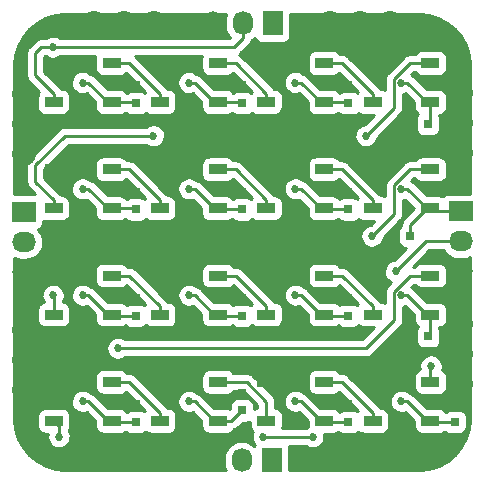
<source format=gtl>
G04 #@! TF.FileFunction,Copper,L1,Top,Signal*
%FSLAX46Y46*%
G04 Gerber Fmt 4.6, Leading zero omitted, Abs format (unit mm)*
G04 Created by KiCad (PCBNEW 4.0.4-stable) date Mon Sep 26 22:20:25 2016*
%MOMM*%
%LPD*%
G01*
G04 APERTURE LIST*
%ADD10C,0.100000*%
%ADD11R,1.500000X0.900000*%
%ADD12C,2.032000*%
%ADD13R,1.727200X2.032000*%
%ADD14O,1.727200X2.032000*%
%ADD15R,2.032000X1.727200*%
%ADD16O,2.032000X1.727200*%
%ADD17R,0.750000X0.800000*%
%ADD18R,0.800000X0.750000*%
%ADD19C,0.685800*%
%ADD20C,0.254000*%
G04 APERTURE END LIST*
D10*
D11*
X179450000Y-111650000D03*
X179450000Y-108350000D03*
X174550000Y-108350000D03*
X174550000Y-111650000D03*
X170450000Y-111650000D03*
X170450000Y-108350000D03*
X165550000Y-108350000D03*
X165550000Y-111650000D03*
X161450000Y-111650000D03*
X161450000Y-108350000D03*
X156550000Y-108350000D03*
X156550000Y-111650000D03*
X152450000Y-111650000D03*
X152450000Y-108350000D03*
X147550000Y-108350000D03*
X147550000Y-111650000D03*
D12*
X171000000Y-142000000D03*
X173540000Y-142000000D03*
X176080000Y-142000000D03*
D13*
X166000000Y-142000000D03*
D14*
X163460000Y-142000000D03*
X160920000Y-142000000D03*
D15*
X182000000Y-120920000D03*
D16*
X182000000Y-123460000D03*
X182000000Y-126000000D03*
D15*
X145000000Y-120960000D03*
D16*
X145000000Y-123500000D03*
X145000000Y-126040000D03*
D13*
X166080000Y-105000000D03*
D14*
X163540000Y-105000000D03*
X161000000Y-105000000D03*
D17*
X154500000Y-111750000D03*
X154500000Y-110250000D03*
D11*
X152450000Y-120650000D03*
X152450000Y-117350000D03*
X147550000Y-117350000D03*
X147550000Y-120650000D03*
X161450000Y-120650000D03*
X161450000Y-117350000D03*
X156550000Y-117350000D03*
X156550000Y-120650000D03*
X170450000Y-120650000D03*
X170450000Y-117350000D03*
X165550000Y-117350000D03*
X165550000Y-120650000D03*
X179450000Y-120650000D03*
X179450000Y-117350000D03*
X174550000Y-117350000D03*
X174550000Y-120650000D03*
X152450000Y-129650000D03*
X152450000Y-126350000D03*
X147550000Y-126350000D03*
X147550000Y-129650000D03*
X161450000Y-129650000D03*
X161450000Y-126350000D03*
X156550000Y-126350000D03*
X156550000Y-129650000D03*
X170450000Y-129650000D03*
X170450000Y-126350000D03*
X165550000Y-126350000D03*
X165550000Y-129650000D03*
X179450000Y-129650000D03*
X179450000Y-126350000D03*
X174550000Y-126350000D03*
X174550000Y-129650000D03*
X152450000Y-138650000D03*
X152450000Y-135350000D03*
X147550000Y-135350000D03*
X147550000Y-138650000D03*
X161450000Y-138650000D03*
X161450000Y-135350000D03*
X156550000Y-135350000D03*
X156550000Y-138650000D03*
X170450000Y-138650000D03*
X170450000Y-135350000D03*
X165550000Y-135350000D03*
X165550000Y-138650000D03*
X179450000Y-138650000D03*
X179450000Y-135350000D03*
X174550000Y-135350000D03*
X174550000Y-138650000D03*
D17*
X163500000Y-111750000D03*
X163500000Y-110250000D03*
X172500000Y-111750000D03*
X172500000Y-110250000D03*
X154500000Y-120750000D03*
X154500000Y-119250000D03*
X163500000Y-120750000D03*
X163500000Y-119250000D03*
X172500000Y-120750000D03*
X172500000Y-119250000D03*
D18*
X177750000Y-123000000D03*
X176250000Y-123000000D03*
D17*
X154500000Y-129750000D03*
X154500000Y-128250000D03*
X163500000Y-129750000D03*
X163500000Y-128250000D03*
X172500000Y-129750000D03*
X172500000Y-128250000D03*
D18*
X179250000Y-131500000D03*
X177750000Y-131500000D03*
D17*
X154500000Y-138750000D03*
X154500000Y-137250000D03*
X163500000Y-137750000D03*
X163500000Y-136250000D03*
X172500000Y-138750000D03*
X172500000Y-137250000D03*
X181500000Y-138750000D03*
X181500000Y-137250000D03*
D18*
X179250000Y-113500000D03*
X177750000Y-113500000D03*
D12*
X150960000Y-142000000D03*
X153500000Y-142000000D03*
X156040000Y-142000000D03*
X145000000Y-136040000D03*
X145000000Y-133500000D03*
X145000000Y-130960000D03*
X182000000Y-135540000D03*
X182000000Y-133000000D03*
X182000000Y-130460000D03*
X145000000Y-116080000D03*
X145000000Y-113540000D03*
X145000000Y-111000000D03*
X182000000Y-116000000D03*
X182000000Y-113460000D03*
X182000000Y-110920000D03*
X150960000Y-105000000D03*
X153500000Y-105000000D03*
X156040000Y-105000000D03*
X170960000Y-105000000D03*
X173500000Y-105000000D03*
X176040000Y-105000000D03*
D19*
X177000000Y-128000000D03*
X177000000Y-137000000D03*
X168000000Y-137000000D03*
X159000000Y-137000000D03*
X150000000Y-137000000D03*
X168000000Y-128000000D03*
X159000000Y-128000000D03*
X150000000Y-128000000D03*
X177000000Y-119000000D03*
X168000000Y-119000000D03*
X159000000Y-119000000D03*
X150000000Y-119000000D03*
X177000000Y-110000000D03*
X150000000Y-110000000D03*
X168000000Y-110000000D03*
X159000000Y-110000000D03*
X147500000Y-107000000D03*
X156000000Y-114500000D03*
X174000000Y-114500000D03*
X174504000Y-123000000D03*
X147500000Y-128000000D03*
X148000000Y-140000000D03*
X152996000Y-132500000D03*
X176500000Y-126000000D03*
X169500000Y-140000000D03*
X179500000Y-134000000D03*
X165307600Y-140000000D03*
D20*
X182000000Y-120920000D02*
X179720000Y-120920000D01*
X179720000Y-120920000D02*
X179450000Y-120650000D01*
X179450000Y-120650000D02*
X179150000Y-120650000D01*
X179150000Y-120650000D02*
X177750000Y-122050000D01*
X177750000Y-122050000D02*
X177750000Y-122371000D01*
X177750000Y-122371000D02*
X177750000Y-123000000D01*
X166000000Y-141847600D02*
X166000000Y-142000000D01*
X159500000Y-137000000D02*
X159000000Y-137000000D01*
X161450000Y-138650000D02*
X161150000Y-138650000D01*
X161150000Y-138650000D02*
X159500000Y-137000000D01*
X159500000Y-137000000D02*
X159484933Y-137000000D01*
X161450000Y-138650000D02*
X162600000Y-138650000D01*
X162600000Y-138650000D02*
X163500000Y-137750000D01*
X179450000Y-111650000D02*
X179450000Y-113300000D01*
X179450000Y-113300000D02*
X179250000Y-113500000D01*
X179450000Y-129650000D02*
X179450000Y-131300000D01*
X179450000Y-131300000D02*
X179250000Y-131500000D01*
X161550000Y-138750000D02*
X161450000Y-138650000D01*
X179150000Y-129650000D02*
X177500000Y-128000000D01*
X177500000Y-128000000D02*
X177000000Y-128000000D01*
X179450000Y-129650000D02*
X179150000Y-129650000D01*
X179750000Y-129950000D02*
X179450000Y-129650000D01*
X152450000Y-120650000D02*
X154400000Y-120650000D01*
X154400000Y-120650000D02*
X154500000Y-120750000D01*
X154500000Y-129750000D02*
X152550000Y-129750000D01*
X152550000Y-129750000D02*
X152450000Y-129650000D01*
X172500000Y-129750000D02*
X170550000Y-129750000D01*
X170550000Y-129750000D02*
X170450000Y-129650000D01*
X163500000Y-129750000D02*
X161550000Y-129750000D01*
X161550000Y-129750000D02*
X161450000Y-129650000D01*
X163500000Y-120750000D02*
X161550000Y-120750000D01*
X161550000Y-120750000D02*
X161450000Y-120650000D01*
X172500000Y-120750000D02*
X170550000Y-120750000D01*
X170550000Y-120750000D02*
X170450000Y-120650000D01*
X154500000Y-138750000D02*
X152550000Y-138750000D01*
X152550000Y-138750000D02*
X152450000Y-138650000D01*
X172500000Y-138750000D02*
X170550000Y-138750000D01*
X170550000Y-138750000D02*
X170450000Y-138650000D01*
X181500000Y-138750000D02*
X179550000Y-138750000D01*
X179550000Y-138750000D02*
X179450000Y-138650000D01*
X179450000Y-138650000D02*
X179150000Y-138650000D01*
X179150000Y-138650000D02*
X177500000Y-137000000D01*
X177500000Y-137000000D02*
X177000000Y-137000000D01*
X170450000Y-138650000D02*
X170150000Y-138650000D01*
X170150000Y-138650000D02*
X168500000Y-137000000D01*
X168500000Y-137000000D02*
X168000000Y-137000000D01*
X152450000Y-138650000D02*
X152150000Y-138650000D01*
X152150000Y-138650000D02*
X150500000Y-137000000D01*
X150500000Y-137000000D02*
X150000000Y-137000000D01*
X170450000Y-129650000D02*
X170150000Y-129650000D01*
X170150000Y-129650000D02*
X168500000Y-128000000D01*
X168500000Y-128000000D02*
X168000000Y-128000000D01*
X161450000Y-129650000D02*
X161150000Y-129650000D01*
X161150000Y-129650000D02*
X159500000Y-128000000D01*
X159500000Y-128000000D02*
X159000000Y-128000000D01*
X152450000Y-129650000D02*
X152150000Y-129650000D01*
X152150000Y-129650000D02*
X150500000Y-128000000D01*
X150500000Y-128000000D02*
X150000000Y-128000000D01*
X179150000Y-120650000D02*
X177500000Y-119000000D01*
X177500000Y-119000000D02*
X177000000Y-119000000D01*
X170450000Y-120650000D02*
X170150000Y-120650000D01*
X170150000Y-120650000D02*
X168500000Y-119000000D01*
X168500000Y-119000000D02*
X168000000Y-119000000D01*
X161450000Y-120650000D02*
X161150000Y-120650000D01*
X161150000Y-120650000D02*
X159500000Y-119000000D01*
X159500000Y-119000000D02*
X159000000Y-119000000D01*
X152450000Y-120650000D02*
X152150000Y-120650000D01*
X152150000Y-120650000D02*
X150500000Y-119000000D01*
X150500000Y-119000000D02*
X150000000Y-119000000D01*
X179450000Y-111650000D02*
X179150000Y-111650000D01*
X179150000Y-111650000D02*
X177500000Y-110000000D01*
X177500000Y-110000000D02*
X177000000Y-110000000D01*
X152450000Y-111650000D02*
X152150000Y-111650000D01*
X152150000Y-111650000D02*
X150500000Y-110000000D01*
X150500000Y-110000000D02*
X150000000Y-110000000D01*
X170150000Y-111650000D02*
X168500000Y-110000000D01*
X168500000Y-110000000D02*
X168000000Y-110000000D01*
X161450000Y-111650000D02*
X161150000Y-111650000D01*
X161150000Y-111650000D02*
X159500000Y-110000000D01*
X159500000Y-110000000D02*
X159000000Y-110000000D01*
X170450000Y-111650000D02*
X170150000Y-111650000D01*
X170450000Y-111650000D02*
X172400000Y-111650000D01*
X172400000Y-111650000D02*
X172500000Y-111750000D01*
X161450000Y-111650000D02*
X163400000Y-111650000D01*
X163400000Y-111650000D02*
X163500000Y-111750000D01*
X152450000Y-111650000D02*
X154400000Y-111650000D01*
X154400000Y-111650000D02*
X154500000Y-111750000D01*
X160920000Y-141847600D02*
X160920000Y-142000000D01*
X152450000Y-108350000D02*
X153954000Y-108350000D01*
X153954000Y-108350000D02*
X156550000Y-110946000D01*
X156550000Y-110946000D02*
X156550000Y-111650000D01*
X162810000Y-107000000D02*
X147500000Y-107000000D01*
X147500000Y-107000000D02*
X146500000Y-107000000D01*
X163540000Y-105000000D02*
X163540000Y-106270000D01*
X163540000Y-106270000D02*
X162810000Y-107000000D01*
X147550000Y-110946000D02*
X147550000Y-111650000D01*
X146500000Y-107000000D02*
X146000000Y-107500000D01*
X146000000Y-109396000D02*
X147550000Y-110946000D01*
X146000000Y-107500000D02*
X146000000Y-109396000D01*
X147500000Y-111700000D02*
X147550000Y-111650000D01*
X163540000Y-105152400D02*
X163540000Y-105000000D01*
X161450000Y-108350000D02*
X162954000Y-108350000D01*
X162954000Y-108350000D02*
X165550000Y-110946000D01*
X165550000Y-110946000D02*
X165550000Y-111650000D01*
X170450000Y-108350000D02*
X171954000Y-108350000D01*
X171954000Y-108350000D02*
X174550000Y-110946000D01*
X174550000Y-110946000D02*
X174550000Y-111650000D01*
X148500000Y-114500000D02*
X156000000Y-114500000D01*
X179450000Y-108350000D02*
X177728992Y-108350000D01*
X177728992Y-108350000D02*
X176377698Y-109701294D01*
X176377698Y-112126302D02*
X174004000Y-114500000D01*
X176377698Y-109701294D02*
X176377698Y-112126302D01*
X146000000Y-117000000D02*
X146000000Y-118396000D01*
X148500000Y-114500000D02*
X146000000Y-117000000D01*
X146000000Y-118396000D02*
X147550000Y-119946000D01*
X147550000Y-119946000D02*
X147550000Y-120650000D01*
X152450000Y-117350000D02*
X153954000Y-117350000D01*
X153954000Y-117350000D02*
X156550000Y-119946000D01*
X156550000Y-119946000D02*
X156550000Y-120650000D01*
X161450000Y-117350000D02*
X162954000Y-117350000D01*
X162954000Y-117350000D02*
X165550000Y-119946000D01*
X165550000Y-119946000D02*
X165550000Y-120650000D01*
X170450000Y-117350000D02*
X171954000Y-117350000D01*
X171954000Y-117350000D02*
X174550000Y-119946000D01*
X174550000Y-119946000D02*
X174550000Y-120650000D01*
X147550000Y-129650000D02*
X147550000Y-128050000D01*
X147550000Y-128050000D02*
X147500000Y-128000000D01*
X147550000Y-129650000D02*
X147250000Y-129650000D01*
X176377698Y-118701294D02*
X177728992Y-117350000D01*
X177728992Y-117350000D02*
X179450000Y-117350000D01*
X174504000Y-123000000D02*
X176377698Y-121126302D01*
X176377698Y-121126302D02*
X176377698Y-118701294D01*
X152450000Y-126350000D02*
X153954000Y-126350000D01*
X153954000Y-126350000D02*
X156550000Y-128946000D01*
X156550000Y-128946000D02*
X156550000Y-129650000D01*
X161450000Y-126350000D02*
X162954000Y-126350000D01*
X162954000Y-126350000D02*
X165550000Y-128946000D01*
X165550000Y-128946000D02*
X165550000Y-129650000D01*
X170450000Y-126350000D02*
X171954000Y-126350000D01*
X171954000Y-126350000D02*
X174550000Y-128946000D01*
X174550000Y-128946000D02*
X174550000Y-129650000D01*
X148000000Y-140000000D02*
X148000000Y-139100000D01*
X148000000Y-139100000D02*
X147550000Y-138650000D01*
X174004000Y-132500000D02*
X152996000Y-132500000D01*
X179450000Y-126350000D02*
X177728992Y-126350000D01*
X177728992Y-126350000D02*
X176377698Y-127701294D01*
X176377698Y-127701294D02*
X176377698Y-130126302D01*
X176377698Y-130126302D02*
X174004000Y-132500000D01*
X152450000Y-135350000D02*
X153954000Y-135350000D01*
X153954000Y-135350000D02*
X156550000Y-137946000D01*
X156550000Y-137946000D02*
X156550000Y-138650000D01*
X161450000Y-135350000D02*
X163877922Y-135350000D01*
X163877922Y-135350000D02*
X165550000Y-137022078D01*
X165550000Y-137022078D02*
X165550000Y-137946000D01*
X165550000Y-137946000D02*
X165550000Y-138650000D01*
X170450000Y-135350000D02*
X171954000Y-135350000D01*
X171954000Y-135350000D02*
X174550000Y-137946000D01*
X174550000Y-137946000D02*
X174550000Y-138650000D01*
X182000000Y-123460000D02*
X179040000Y-123460000D01*
X179040000Y-123460000D02*
X176500000Y-126000000D01*
X169500000Y-140000000D02*
X165307600Y-140000000D01*
X179450000Y-135350000D02*
X179450000Y-134050000D01*
X179450000Y-134050000D02*
X179500000Y-134000000D01*
G36*
X162162584Y-104249251D02*
X162074148Y-104528036D01*
X162041546Y-104818688D01*
X162041400Y-104839612D01*
X162041400Y-105160388D01*
X162069941Y-105451468D01*
X162154475Y-105731460D01*
X162291784Y-105989701D01*
X162476637Y-106216353D01*
X162498188Y-106234182D01*
X162494370Y-106238000D01*
X148119134Y-106238000D01*
X147967364Y-106135629D01*
X147790572Y-106061313D01*
X147602713Y-106022751D01*
X147410942Y-106021412D01*
X147222562Y-106057347D01*
X147044750Y-106129188D01*
X146884279Y-106234198D01*
X146880396Y-106238000D01*
X146500000Y-106238000D01*
X146429936Y-106244870D01*
X146359830Y-106251003D01*
X146355982Y-106252121D01*
X146351993Y-106252512D01*
X146284582Y-106272865D01*
X146217018Y-106292494D01*
X146213462Y-106294337D01*
X146209624Y-106295496D01*
X146147447Y-106328556D01*
X146084986Y-106360933D01*
X146081856Y-106363432D01*
X146078316Y-106365314D01*
X146023769Y-106409801D01*
X145968760Y-106453714D01*
X145963181Y-106459216D01*
X145963069Y-106459307D01*
X145962983Y-106459411D01*
X145961185Y-106461184D01*
X145461185Y-106961185D01*
X145416488Y-107015599D01*
X145371264Y-107069495D01*
X145369336Y-107073003D01*
X145366789Y-107076103D01*
X145333510Y-107138169D01*
X145299619Y-107199816D01*
X145298407Y-107203636D01*
X145296514Y-107207167D01*
X145275939Y-107274464D01*
X145254652Y-107341571D01*
X145254205Y-107345554D01*
X145253034Y-107349385D01*
X145245925Y-107419373D01*
X145238074Y-107489361D01*
X145238019Y-107497197D01*
X145238005Y-107497340D01*
X145238018Y-107497473D01*
X145238000Y-107500000D01*
X145238000Y-109396000D01*
X145244875Y-109466114D01*
X145251004Y-109536170D01*
X145252120Y-109540013D01*
X145252512Y-109544007D01*
X145272877Y-109611460D01*
X145292494Y-109678982D01*
X145294337Y-109682538D01*
X145295496Y-109686376D01*
X145328556Y-109748553D01*
X145360933Y-109811014D01*
X145363432Y-109814144D01*
X145365314Y-109817684D01*
X145409801Y-109872231D01*
X145453714Y-109927240D01*
X145459212Y-109932815D01*
X145459307Y-109932931D01*
X145459415Y-109933020D01*
X145461185Y-109934815D01*
X146318006Y-110791636D01*
X146260975Y-110858550D01*
X146187190Y-111022237D01*
X146161928Y-111200000D01*
X146161928Y-112100000D01*
X146169992Y-112201121D01*
X146223106Y-112372634D01*
X146321900Y-112522559D01*
X146458550Y-112639025D01*
X146622237Y-112712810D01*
X146800000Y-112738072D01*
X148300000Y-112738072D01*
X148401121Y-112730008D01*
X148572634Y-112676894D01*
X148722559Y-112578100D01*
X148839025Y-112441450D01*
X148912810Y-112277763D01*
X148938072Y-112100000D01*
X148938072Y-111200000D01*
X148930008Y-111098879D01*
X148876894Y-110927366D01*
X148778100Y-110777441D01*
X148641450Y-110660975D01*
X148477763Y-110587190D01*
X148300000Y-110561928D01*
X148205106Y-110561928D01*
X148189067Y-110530986D01*
X148186568Y-110527856D01*
X148184686Y-110524316D01*
X148140199Y-110469769D01*
X148096286Y-110414760D01*
X148090788Y-110409185D01*
X148090693Y-110409069D01*
X148090585Y-110408980D01*
X148088815Y-110407185D01*
X146762000Y-109080370D01*
X146762000Y-107815630D01*
X146815631Y-107762000D01*
X146882831Y-107762000D01*
X147020613Y-107857761D01*
X147196350Y-107934539D01*
X147383652Y-107975720D01*
X147575387Y-107979736D01*
X147764249Y-107946434D01*
X147943047Y-107877083D01*
X148104969Y-107774325D01*
X148117911Y-107762000D01*
X151081539Y-107762000D01*
X151061928Y-107900000D01*
X151061928Y-108800000D01*
X151069992Y-108901121D01*
X151123106Y-109072634D01*
X151221900Y-109222559D01*
X151358550Y-109339025D01*
X151522237Y-109412810D01*
X151700000Y-109438072D01*
X153200000Y-109438072D01*
X153301121Y-109430008D01*
X153472634Y-109376894D01*
X153622559Y-109278100D01*
X153706261Y-109179892D01*
X155318005Y-110791636D01*
X155265727Y-110852974D01*
X155216450Y-110810975D01*
X155052763Y-110737190D01*
X154875000Y-110711928D01*
X154125000Y-110711928D01*
X154023879Y-110719992D01*
X153852366Y-110773106D01*
X153728869Y-110854485D01*
X153678100Y-110777441D01*
X153541450Y-110660975D01*
X153377763Y-110587190D01*
X153200000Y-110561928D01*
X152139559Y-110561928D01*
X151038815Y-109461185D01*
X150984401Y-109416488D01*
X150930505Y-109371264D01*
X150926997Y-109369336D01*
X150923897Y-109366789D01*
X150861831Y-109333510D01*
X150800184Y-109299619D01*
X150796364Y-109298407D01*
X150792833Y-109296514D01*
X150725536Y-109275939D01*
X150658429Y-109254652D01*
X150654446Y-109254205D01*
X150650615Y-109253034D01*
X150634858Y-109251433D01*
X150626353Y-109242869D01*
X150467364Y-109135629D01*
X150290572Y-109061313D01*
X150102713Y-109022751D01*
X149910942Y-109021412D01*
X149722562Y-109057347D01*
X149544750Y-109129188D01*
X149384279Y-109234198D01*
X149247260Y-109368376D01*
X149138913Y-109526613D01*
X149063364Y-109702882D01*
X149023492Y-109890467D01*
X149020814Y-110082225D01*
X149055433Y-110270850D01*
X149126031Y-110449159D01*
X149229918Y-110610360D01*
X149363137Y-110748312D01*
X149520613Y-110857761D01*
X149696350Y-110934539D01*
X149883652Y-110975720D01*
X150075387Y-110979736D01*
X150264249Y-110946434D01*
X150339584Y-110917214D01*
X151061928Y-111639559D01*
X151061928Y-112100000D01*
X151069992Y-112201121D01*
X151123106Y-112372634D01*
X151221900Y-112522559D01*
X151358550Y-112639025D01*
X151522237Y-112712810D01*
X151700000Y-112738072D01*
X153200000Y-112738072D01*
X153301121Y-112730008D01*
X153472634Y-112676894D01*
X153622559Y-112578100D01*
X153638346Y-112559577D01*
X153646900Y-112572559D01*
X153783550Y-112689025D01*
X153947237Y-112762810D01*
X154125000Y-112788072D01*
X154875000Y-112788072D01*
X154976121Y-112780008D01*
X155147634Y-112726894D01*
X155297559Y-112628100D01*
X155359904Y-112554950D01*
X155458550Y-112639025D01*
X155622237Y-112712810D01*
X155800000Y-112738072D01*
X157300000Y-112738072D01*
X157401121Y-112730008D01*
X157572634Y-112676894D01*
X157722559Y-112578100D01*
X157839025Y-112441450D01*
X157912810Y-112277763D01*
X157938072Y-112100000D01*
X157938072Y-111200000D01*
X157930008Y-111098879D01*
X157876894Y-110927366D01*
X157778100Y-110777441D01*
X157641450Y-110660975D01*
X157477763Y-110587190D01*
X157300000Y-110561928D01*
X157205106Y-110561928D01*
X157189067Y-110530985D01*
X157186566Y-110527853D01*
X157184686Y-110524316D01*
X157140217Y-110469791D01*
X157096286Y-110414760D01*
X157090784Y-110409181D01*
X157090693Y-110409069D01*
X157090589Y-110408983D01*
X157088815Y-110407184D01*
X154492815Y-107811185D01*
X154438401Y-107766488D01*
X154433052Y-107762000D01*
X160081539Y-107762000D01*
X160061928Y-107900000D01*
X160061928Y-108800000D01*
X160069992Y-108901121D01*
X160123106Y-109072634D01*
X160221900Y-109222559D01*
X160358550Y-109339025D01*
X160522237Y-109412810D01*
X160700000Y-109438072D01*
X162200000Y-109438072D01*
X162301121Y-109430008D01*
X162472634Y-109376894D01*
X162622559Y-109278100D01*
X162706261Y-109179892D01*
X164318005Y-110791636D01*
X164265727Y-110852974D01*
X164216450Y-110810975D01*
X164052763Y-110737190D01*
X163875000Y-110711928D01*
X163125000Y-110711928D01*
X163023879Y-110719992D01*
X162852366Y-110773106D01*
X162728869Y-110854485D01*
X162678100Y-110777441D01*
X162541450Y-110660975D01*
X162377763Y-110587190D01*
X162200000Y-110561928D01*
X161139559Y-110561928D01*
X160038815Y-109461185D01*
X159984401Y-109416488D01*
X159930505Y-109371264D01*
X159926997Y-109369336D01*
X159923897Y-109366789D01*
X159861831Y-109333510D01*
X159800184Y-109299619D01*
X159796364Y-109298407D01*
X159792833Y-109296514D01*
X159725536Y-109275939D01*
X159658429Y-109254652D01*
X159654446Y-109254205D01*
X159650615Y-109253034D01*
X159634858Y-109251433D01*
X159626353Y-109242869D01*
X159467364Y-109135629D01*
X159290572Y-109061313D01*
X159102713Y-109022751D01*
X158910942Y-109021412D01*
X158722562Y-109057347D01*
X158544750Y-109129188D01*
X158384279Y-109234198D01*
X158247260Y-109368376D01*
X158138913Y-109526613D01*
X158063364Y-109702882D01*
X158023492Y-109890467D01*
X158020814Y-110082225D01*
X158055433Y-110270850D01*
X158126031Y-110449159D01*
X158229918Y-110610360D01*
X158363137Y-110748312D01*
X158520613Y-110857761D01*
X158696350Y-110934539D01*
X158883652Y-110975720D01*
X159075387Y-110979736D01*
X159264249Y-110946434D01*
X159339584Y-110917214D01*
X160061928Y-111639559D01*
X160061928Y-112100000D01*
X160069992Y-112201121D01*
X160123106Y-112372634D01*
X160221900Y-112522559D01*
X160358550Y-112639025D01*
X160522237Y-112712810D01*
X160700000Y-112738072D01*
X162200000Y-112738072D01*
X162301121Y-112730008D01*
X162472634Y-112676894D01*
X162622559Y-112578100D01*
X162638346Y-112559577D01*
X162646900Y-112572559D01*
X162783550Y-112689025D01*
X162947237Y-112762810D01*
X163125000Y-112788072D01*
X163875000Y-112788072D01*
X163976121Y-112780008D01*
X164147634Y-112726894D01*
X164297559Y-112628100D01*
X164359904Y-112554950D01*
X164458550Y-112639025D01*
X164622237Y-112712810D01*
X164800000Y-112738072D01*
X166300000Y-112738072D01*
X166401121Y-112730008D01*
X166572634Y-112676894D01*
X166722559Y-112578100D01*
X166839025Y-112441450D01*
X166912810Y-112277763D01*
X166938072Y-112100000D01*
X166938072Y-111200000D01*
X166930008Y-111098879D01*
X166876894Y-110927366D01*
X166778100Y-110777441D01*
X166641450Y-110660975D01*
X166477763Y-110587190D01*
X166300000Y-110561928D01*
X166205106Y-110561928D01*
X166189067Y-110530985D01*
X166186566Y-110527853D01*
X166184686Y-110524316D01*
X166140217Y-110469791D01*
X166096286Y-110414760D01*
X166090784Y-110409181D01*
X166090693Y-110409069D01*
X166090589Y-110408983D01*
X166088815Y-110407184D01*
X165763856Y-110082225D01*
X167020814Y-110082225D01*
X167055433Y-110270850D01*
X167126031Y-110449159D01*
X167229918Y-110610360D01*
X167363137Y-110748312D01*
X167520613Y-110857761D01*
X167696350Y-110934539D01*
X167883652Y-110975720D01*
X168075387Y-110979736D01*
X168264249Y-110946434D01*
X168339584Y-110917214D01*
X169061928Y-111639559D01*
X169061928Y-112100000D01*
X169069992Y-112201121D01*
X169123106Y-112372634D01*
X169221900Y-112522559D01*
X169358550Y-112639025D01*
X169522237Y-112712810D01*
X169700000Y-112738072D01*
X171200000Y-112738072D01*
X171301121Y-112730008D01*
X171472634Y-112676894D01*
X171622559Y-112578100D01*
X171638346Y-112559577D01*
X171646900Y-112572559D01*
X171783550Y-112689025D01*
X171947237Y-112762810D01*
X172125000Y-112788072D01*
X172875000Y-112788072D01*
X172976121Y-112780008D01*
X173147634Y-112726894D01*
X173297559Y-112628100D01*
X173359904Y-112554950D01*
X173458550Y-112639025D01*
X173622237Y-112712810D01*
X173800000Y-112738072D01*
X174688298Y-112738072D01*
X173903547Y-113522823D01*
X173722562Y-113557347D01*
X173544750Y-113629188D01*
X173384279Y-113734198D01*
X173247260Y-113868376D01*
X173138913Y-114026613D01*
X173063364Y-114202882D01*
X173023492Y-114390467D01*
X173020814Y-114582225D01*
X173055433Y-114770850D01*
X173126031Y-114949159D01*
X173229918Y-115110360D01*
X173363137Y-115248312D01*
X173520613Y-115357761D01*
X173696350Y-115434539D01*
X173883652Y-115475720D01*
X174075387Y-115479736D01*
X174264249Y-115446434D01*
X174443047Y-115377083D01*
X174604969Y-115274325D01*
X174743848Y-115142072D01*
X174854394Y-114985363D01*
X174932396Y-114810167D01*
X174974884Y-114623156D01*
X174975116Y-114606514D01*
X176916513Y-112665117D01*
X176961210Y-112610703D01*
X177006434Y-112556807D01*
X177008362Y-112553299D01*
X177010909Y-112550199D01*
X177044188Y-112488133D01*
X177078079Y-112426486D01*
X177079291Y-112422666D01*
X177081184Y-112419135D01*
X177101759Y-112351838D01*
X177123046Y-112284731D01*
X177123493Y-112280748D01*
X177124664Y-112276917D01*
X177131773Y-112206929D01*
X177139624Y-112136941D01*
X177139679Y-112129105D01*
X177139693Y-112128962D01*
X177139680Y-112128829D01*
X177139698Y-112126302D01*
X177139698Y-110968396D01*
X177264249Y-110946434D01*
X177339584Y-110917214D01*
X178061928Y-111639559D01*
X178061928Y-112100000D01*
X178069992Y-112201121D01*
X178123106Y-112372634D01*
X178221900Y-112522559D01*
X178358550Y-112639025D01*
X178413169Y-112663646D01*
X178310975Y-112783550D01*
X178237190Y-112947237D01*
X178211928Y-113125000D01*
X178211928Y-113875000D01*
X178219992Y-113976121D01*
X178273106Y-114147634D01*
X178371900Y-114297559D01*
X178508550Y-114414025D01*
X178672237Y-114487810D01*
X178850000Y-114513072D01*
X179650000Y-114513072D01*
X179751121Y-114505008D01*
X179922634Y-114451894D01*
X180072559Y-114353100D01*
X180189025Y-114216450D01*
X180262810Y-114052763D01*
X180288072Y-113875000D01*
X180288072Y-113125000D01*
X180280008Y-113023879D01*
X180226894Y-112852366D01*
X180212000Y-112829764D01*
X180212000Y-112737115D01*
X180301121Y-112730008D01*
X180472634Y-112676894D01*
X180622559Y-112578100D01*
X180739025Y-112441450D01*
X180812810Y-112277763D01*
X180838072Y-112100000D01*
X180838072Y-111200000D01*
X180830008Y-111098879D01*
X180776894Y-110927366D01*
X180678100Y-110777441D01*
X180541450Y-110660975D01*
X180377763Y-110587190D01*
X180200000Y-110561928D01*
X179139559Y-110561928D01*
X178038815Y-109461185D01*
X177984401Y-109416488D01*
X177930505Y-109371264D01*
X177926997Y-109369336D01*
X177923897Y-109366789D01*
X177861831Y-109333510D01*
X177836848Y-109319775D01*
X178044623Y-109112000D01*
X178149046Y-109112000D01*
X178221900Y-109222559D01*
X178358550Y-109339025D01*
X178522237Y-109412810D01*
X178700000Y-109438072D01*
X180200000Y-109438072D01*
X180301121Y-109430008D01*
X180472634Y-109376894D01*
X180622559Y-109278100D01*
X180739025Y-109141450D01*
X180812810Y-108977763D01*
X180838072Y-108800000D01*
X180838072Y-107900000D01*
X180830008Y-107798879D01*
X180776894Y-107627366D01*
X180678100Y-107477441D01*
X180541450Y-107360975D01*
X180377763Y-107287190D01*
X180200000Y-107261928D01*
X178700000Y-107261928D01*
X178598879Y-107269992D01*
X178427366Y-107323106D01*
X178277441Y-107421900D01*
X178160975Y-107558550D01*
X178147700Y-107588000D01*
X177728992Y-107588000D01*
X177658887Y-107594874D01*
X177588821Y-107601004D01*
X177584978Y-107602120D01*
X177580985Y-107602512D01*
X177513544Y-107622874D01*
X177446010Y-107642494D01*
X177442454Y-107644337D01*
X177438616Y-107645496D01*
X177376459Y-107678545D01*
X177313977Y-107710933D01*
X177310845Y-107713434D01*
X177307308Y-107715314D01*
X177252783Y-107759783D01*
X177197752Y-107803714D01*
X177192173Y-107809216D01*
X177192061Y-107809307D01*
X177191975Y-107809411D01*
X177190176Y-107811185D01*
X175838883Y-109162479D01*
X175794186Y-109216893D01*
X175748962Y-109270789D01*
X175747034Y-109274297D01*
X175744487Y-109277397D01*
X175711208Y-109339463D01*
X175677317Y-109401110D01*
X175676105Y-109404930D01*
X175674212Y-109408461D01*
X175653637Y-109475758D01*
X175632350Y-109542865D01*
X175631903Y-109546848D01*
X175630732Y-109550679D01*
X175623623Y-109620667D01*
X175615772Y-109690655D01*
X175615717Y-109698491D01*
X175615703Y-109698634D01*
X175615716Y-109698767D01*
X175615698Y-109701294D01*
X175615698Y-110649367D01*
X175477763Y-110587190D01*
X175300000Y-110561928D01*
X175205106Y-110561928D01*
X175189067Y-110530985D01*
X175186566Y-110527853D01*
X175184686Y-110524316D01*
X175140217Y-110469791D01*
X175096286Y-110414760D01*
X175090784Y-110409181D01*
X175090693Y-110409069D01*
X175090589Y-110408983D01*
X175088815Y-110407184D01*
X172492815Y-107811185D01*
X172438401Y-107766488D01*
X172384505Y-107721264D01*
X172380997Y-107719336D01*
X172377897Y-107716789D01*
X172315831Y-107683510D01*
X172254184Y-107649619D01*
X172250364Y-107648407D01*
X172246833Y-107646514D01*
X172179536Y-107625939D01*
X172112429Y-107604652D01*
X172108446Y-107604205D01*
X172104615Y-107603034D01*
X172034627Y-107595925D01*
X171964639Y-107588074D01*
X171956803Y-107588019D01*
X171956660Y-107588005D01*
X171956527Y-107588018D01*
X171954000Y-107588000D01*
X171750954Y-107588000D01*
X171678100Y-107477441D01*
X171541450Y-107360975D01*
X171377763Y-107287190D01*
X171200000Y-107261928D01*
X169700000Y-107261928D01*
X169598879Y-107269992D01*
X169427366Y-107323106D01*
X169277441Y-107421900D01*
X169160975Y-107558550D01*
X169087190Y-107722237D01*
X169061928Y-107900000D01*
X169061928Y-108800000D01*
X169069992Y-108901121D01*
X169123106Y-109072634D01*
X169221900Y-109222559D01*
X169358550Y-109339025D01*
X169522237Y-109412810D01*
X169700000Y-109438072D01*
X171200000Y-109438072D01*
X171301121Y-109430008D01*
X171472634Y-109376894D01*
X171622559Y-109278100D01*
X171706261Y-109179892D01*
X173318005Y-110791636D01*
X173265727Y-110852974D01*
X173216450Y-110810975D01*
X173052763Y-110737190D01*
X172875000Y-110711928D01*
X172125000Y-110711928D01*
X172023879Y-110719992D01*
X171852366Y-110773106D01*
X171728869Y-110854485D01*
X171678100Y-110777441D01*
X171541450Y-110660975D01*
X171377763Y-110587190D01*
X171200000Y-110561928D01*
X170139559Y-110561928D01*
X169038815Y-109461185D01*
X168984401Y-109416488D01*
X168930505Y-109371264D01*
X168926997Y-109369336D01*
X168923897Y-109366789D01*
X168861831Y-109333510D01*
X168800184Y-109299619D01*
X168796364Y-109298407D01*
X168792833Y-109296514D01*
X168725536Y-109275939D01*
X168658429Y-109254652D01*
X168654446Y-109254205D01*
X168650615Y-109253034D01*
X168634858Y-109251433D01*
X168626353Y-109242869D01*
X168467364Y-109135629D01*
X168290572Y-109061313D01*
X168102713Y-109022751D01*
X167910942Y-109021412D01*
X167722562Y-109057347D01*
X167544750Y-109129188D01*
X167384279Y-109234198D01*
X167247260Y-109368376D01*
X167138913Y-109526613D01*
X167063364Y-109702882D01*
X167023492Y-109890467D01*
X167020814Y-110082225D01*
X165763856Y-110082225D01*
X163492815Y-107811185D01*
X163438401Y-107766488D01*
X163384505Y-107721264D01*
X163380997Y-107719336D01*
X163377897Y-107716789D01*
X163315831Y-107683510D01*
X163254184Y-107649619D01*
X163250364Y-107648407D01*
X163246833Y-107646514D01*
X163224072Y-107639555D01*
X163225014Y-107639067D01*
X163228144Y-107636568D01*
X163231684Y-107634686D01*
X163286231Y-107590199D01*
X163341240Y-107546286D01*
X163346815Y-107540788D01*
X163346931Y-107540693D01*
X163347020Y-107540585D01*
X163348815Y-107538815D01*
X164078815Y-106808815D01*
X164123512Y-106754401D01*
X164168736Y-106700505D01*
X164170664Y-106696997D01*
X164173211Y-106693897D01*
X164206490Y-106631831D01*
X164240381Y-106570184D01*
X164241593Y-106566364D01*
X164243486Y-106562833D01*
X164264061Y-106495536D01*
X164275741Y-106458715D01*
X164360578Y-106414363D01*
X164588515Y-106231097D01*
X164612745Y-106202220D01*
X164639506Y-106288634D01*
X164738300Y-106438559D01*
X164874950Y-106555025D01*
X165038637Y-106628810D01*
X165216400Y-106654072D01*
X166943600Y-106654072D01*
X167044721Y-106646008D01*
X167216234Y-106592894D01*
X167366159Y-106494100D01*
X167482625Y-106357450D01*
X167556410Y-106193763D01*
X167581672Y-106016000D01*
X167581672Y-104210000D01*
X178465280Y-104210000D01*
X179332601Y-104295041D01*
X180133494Y-104536846D01*
X180872165Y-104929604D01*
X181520482Y-105458357D01*
X182053747Y-106102963D01*
X182451654Y-106838878D01*
X182699042Y-107638060D01*
X182790000Y-108503469D01*
X182790000Y-119418328D01*
X180984000Y-119418328D01*
X180882879Y-119426392D01*
X180711366Y-119479506D01*
X180561441Y-119578300D01*
X180504986Y-119644538D01*
X180377763Y-119587190D01*
X180200000Y-119561928D01*
X179139559Y-119561928D01*
X178038815Y-118461185D01*
X177984401Y-118416488D01*
X177930505Y-118371264D01*
X177926997Y-118369336D01*
X177923897Y-118366789D01*
X177861831Y-118333510D01*
X177836848Y-118319775D01*
X178044623Y-118112000D01*
X178149046Y-118112000D01*
X178221900Y-118222559D01*
X178358550Y-118339025D01*
X178522237Y-118412810D01*
X178700000Y-118438072D01*
X180200000Y-118438072D01*
X180301121Y-118430008D01*
X180472634Y-118376894D01*
X180622559Y-118278100D01*
X180739025Y-118141450D01*
X180812810Y-117977763D01*
X180838072Y-117800000D01*
X180838072Y-116900000D01*
X180830008Y-116798879D01*
X180776894Y-116627366D01*
X180678100Y-116477441D01*
X180541450Y-116360975D01*
X180377763Y-116287190D01*
X180200000Y-116261928D01*
X178700000Y-116261928D01*
X178598879Y-116269992D01*
X178427366Y-116323106D01*
X178277441Y-116421900D01*
X178160975Y-116558550D01*
X178147700Y-116588000D01*
X177728992Y-116588000D01*
X177658887Y-116594874D01*
X177588821Y-116601004D01*
X177584978Y-116602120D01*
X177580985Y-116602512D01*
X177513544Y-116622874D01*
X177446010Y-116642494D01*
X177442454Y-116644337D01*
X177438616Y-116645496D01*
X177376459Y-116678545D01*
X177313977Y-116710933D01*
X177310845Y-116713434D01*
X177307308Y-116715314D01*
X177252783Y-116759783D01*
X177197752Y-116803714D01*
X177192173Y-116809216D01*
X177192061Y-116809307D01*
X177191975Y-116809411D01*
X177190176Y-116811185D01*
X175838883Y-118162479D01*
X175794186Y-118216893D01*
X175748962Y-118270789D01*
X175747034Y-118274297D01*
X175744487Y-118277397D01*
X175711208Y-118339463D01*
X175677317Y-118401110D01*
X175676105Y-118404930D01*
X175674212Y-118408461D01*
X175653637Y-118475758D01*
X175632350Y-118542865D01*
X175631903Y-118546848D01*
X175630732Y-118550679D01*
X175623623Y-118620667D01*
X175615772Y-118690655D01*
X175615717Y-118698491D01*
X175615703Y-118698634D01*
X175615716Y-118698767D01*
X175615698Y-118701294D01*
X175615698Y-119649367D01*
X175477763Y-119587190D01*
X175300000Y-119561928D01*
X175205106Y-119561928D01*
X175189067Y-119530985D01*
X175186566Y-119527853D01*
X175184686Y-119524316D01*
X175140217Y-119469791D01*
X175096286Y-119414760D01*
X175090784Y-119409181D01*
X175090693Y-119409069D01*
X175090589Y-119408983D01*
X175088815Y-119407184D01*
X172492815Y-116811185D01*
X172438401Y-116766488D01*
X172384505Y-116721264D01*
X172380997Y-116719336D01*
X172377897Y-116716789D01*
X172315831Y-116683510D01*
X172254184Y-116649619D01*
X172250364Y-116648407D01*
X172246833Y-116646514D01*
X172179536Y-116625939D01*
X172112429Y-116604652D01*
X172108446Y-116604205D01*
X172104615Y-116603034D01*
X172034627Y-116595925D01*
X171964639Y-116588074D01*
X171956803Y-116588019D01*
X171956660Y-116588005D01*
X171956527Y-116588018D01*
X171954000Y-116588000D01*
X171750954Y-116588000D01*
X171678100Y-116477441D01*
X171541450Y-116360975D01*
X171377763Y-116287190D01*
X171200000Y-116261928D01*
X169700000Y-116261928D01*
X169598879Y-116269992D01*
X169427366Y-116323106D01*
X169277441Y-116421900D01*
X169160975Y-116558550D01*
X169087190Y-116722237D01*
X169061928Y-116900000D01*
X169061928Y-117800000D01*
X169069992Y-117901121D01*
X169123106Y-118072634D01*
X169221900Y-118222559D01*
X169358550Y-118339025D01*
X169522237Y-118412810D01*
X169700000Y-118438072D01*
X171200000Y-118438072D01*
X171301121Y-118430008D01*
X171472634Y-118376894D01*
X171622559Y-118278100D01*
X171706261Y-118179892D01*
X173318005Y-119791636D01*
X173265727Y-119852974D01*
X173216450Y-119810975D01*
X173052763Y-119737190D01*
X172875000Y-119711928D01*
X172125000Y-119711928D01*
X172023879Y-119719992D01*
X171852366Y-119773106D01*
X171728869Y-119854485D01*
X171678100Y-119777441D01*
X171541450Y-119660975D01*
X171377763Y-119587190D01*
X171200000Y-119561928D01*
X170139559Y-119561928D01*
X169038815Y-118461185D01*
X168984401Y-118416488D01*
X168930505Y-118371264D01*
X168926997Y-118369336D01*
X168923897Y-118366789D01*
X168861831Y-118333510D01*
X168800184Y-118299619D01*
X168796364Y-118298407D01*
X168792833Y-118296514D01*
X168725536Y-118275939D01*
X168658429Y-118254652D01*
X168654446Y-118254205D01*
X168650615Y-118253034D01*
X168634858Y-118251433D01*
X168626353Y-118242869D01*
X168467364Y-118135629D01*
X168290572Y-118061313D01*
X168102713Y-118022751D01*
X167910942Y-118021412D01*
X167722562Y-118057347D01*
X167544750Y-118129188D01*
X167384279Y-118234198D01*
X167247260Y-118368376D01*
X167138913Y-118526613D01*
X167063364Y-118702882D01*
X167023492Y-118890467D01*
X167020814Y-119082225D01*
X167055433Y-119270850D01*
X167126031Y-119449159D01*
X167229918Y-119610360D01*
X167363137Y-119748312D01*
X167520613Y-119857761D01*
X167696350Y-119934539D01*
X167883652Y-119975720D01*
X168075387Y-119979736D01*
X168264249Y-119946434D01*
X168339584Y-119917214D01*
X169061928Y-120639559D01*
X169061928Y-121100000D01*
X169069992Y-121201121D01*
X169123106Y-121372634D01*
X169221900Y-121522559D01*
X169358550Y-121639025D01*
X169522237Y-121712810D01*
X169700000Y-121738072D01*
X171200000Y-121738072D01*
X171301121Y-121730008D01*
X171472634Y-121676894D01*
X171622559Y-121578100D01*
X171638346Y-121559577D01*
X171646900Y-121572559D01*
X171783550Y-121689025D01*
X171947237Y-121762810D01*
X172125000Y-121788072D01*
X172875000Y-121788072D01*
X172976121Y-121780008D01*
X173147634Y-121726894D01*
X173297559Y-121628100D01*
X173359904Y-121554950D01*
X173458550Y-121639025D01*
X173622237Y-121712810D01*
X173800000Y-121738072D01*
X174688298Y-121738072D01*
X174402605Y-122023765D01*
X174226562Y-122057347D01*
X174048750Y-122129188D01*
X173888279Y-122234198D01*
X173751260Y-122368376D01*
X173642913Y-122526613D01*
X173567364Y-122702882D01*
X173527492Y-122890467D01*
X173524814Y-123082225D01*
X173559433Y-123270850D01*
X173630031Y-123449159D01*
X173733918Y-123610360D01*
X173867137Y-123748312D01*
X174024613Y-123857761D01*
X174200350Y-123934539D01*
X174387652Y-123975720D01*
X174579387Y-123979736D01*
X174768249Y-123946434D01*
X174947047Y-123877083D01*
X175108969Y-123774325D01*
X175247848Y-123642072D01*
X175358394Y-123485363D01*
X175436396Y-123310167D01*
X175478884Y-123123156D01*
X175479173Y-123102457D01*
X176916513Y-121665117D01*
X176961188Y-121610729D01*
X177006434Y-121556807D01*
X177008364Y-121553296D01*
X177010908Y-121550199D01*
X177044167Y-121488172D01*
X177078079Y-121426486D01*
X177079291Y-121422666D01*
X177081184Y-121419135D01*
X177101759Y-121351838D01*
X177123046Y-121284731D01*
X177123493Y-121280748D01*
X177124664Y-121276917D01*
X177131773Y-121206929D01*
X177139624Y-121136941D01*
X177139679Y-121129105D01*
X177139693Y-121128962D01*
X177139680Y-121128829D01*
X177139698Y-121126302D01*
X177139698Y-119968396D01*
X177264249Y-119946434D01*
X177339584Y-119917214D01*
X178061928Y-120639559D01*
X178061928Y-120660442D01*
X177211185Y-121511185D01*
X177166488Y-121565599D01*
X177121264Y-121619495D01*
X177119336Y-121623003D01*
X177116789Y-121626103D01*
X177083510Y-121688169D01*
X177049619Y-121749816D01*
X177048407Y-121753636D01*
X177046514Y-121757167D01*
X177025939Y-121824464D01*
X177004652Y-121891571D01*
X177004205Y-121895554D01*
X177003034Y-121899385D01*
X176995925Y-121969373D01*
X176988074Y-122039361D01*
X176988019Y-122047197D01*
X176988005Y-122047340D01*
X176988018Y-122047473D01*
X176988000Y-122050000D01*
X176988000Y-122106994D01*
X176927441Y-122146900D01*
X176810975Y-122283550D01*
X176737190Y-122447237D01*
X176711928Y-122625000D01*
X176711928Y-123375000D01*
X176719992Y-123476121D01*
X176773106Y-123647634D01*
X176871900Y-123797559D01*
X177008550Y-123914025D01*
X177172237Y-123987810D01*
X177350000Y-124013072D01*
X177409297Y-124013072D01*
X176398604Y-125023766D01*
X176222562Y-125057347D01*
X176044750Y-125129188D01*
X175884279Y-125234198D01*
X175747260Y-125368376D01*
X175638913Y-125526613D01*
X175563364Y-125702882D01*
X175523492Y-125890467D01*
X175520814Y-126082225D01*
X175555433Y-126270850D01*
X175626031Y-126449159D01*
X175729918Y-126610360D01*
X175863137Y-126748312D01*
X176020613Y-126857761D01*
X176106206Y-126895156D01*
X175838883Y-127162479D01*
X175794186Y-127216893D01*
X175748962Y-127270789D01*
X175747034Y-127274297D01*
X175744487Y-127277397D01*
X175711208Y-127339463D01*
X175677317Y-127401110D01*
X175676105Y-127404930D01*
X175674212Y-127408461D01*
X175653637Y-127475758D01*
X175632350Y-127542865D01*
X175631903Y-127546848D01*
X175630732Y-127550679D01*
X175623623Y-127620667D01*
X175615772Y-127690655D01*
X175615717Y-127698491D01*
X175615703Y-127698634D01*
X175615716Y-127698767D01*
X175615698Y-127701294D01*
X175615698Y-128649367D01*
X175477763Y-128587190D01*
X175300000Y-128561928D01*
X175205106Y-128561928D01*
X175189067Y-128530985D01*
X175186566Y-128527853D01*
X175184686Y-128524316D01*
X175140217Y-128469791D01*
X175096286Y-128414760D01*
X175090784Y-128409181D01*
X175090693Y-128409069D01*
X175090589Y-128408983D01*
X175088815Y-128407184D01*
X172492815Y-125811185D01*
X172438401Y-125766488D01*
X172384505Y-125721264D01*
X172380997Y-125719336D01*
X172377897Y-125716789D01*
X172315831Y-125683510D01*
X172254184Y-125649619D01*
X172250364Y-125648407D01*
X172246833Y-125646514D01*
X172179536Y-125625939D01*
X172112429Y-125604652D01*
X172108446Y-125604205D01*
X172104615Y-125603034D01*
X172034627Y-125595925D01*
X171964639Y-125588074D01*
X171956803Y-125588019D01*
X171956660Y-125588005D01*
X171956527Y-125588018D01*
X171954000Y-125588000D01*
X171750954Y-125588000D01*
X171678100Y-125477441D01*
X171541450Y-125360975D01*
X171377763Y-125287190D01*
X171200000Y-125261928D01*
X169700000Y-125261928D01*
X169598879Y-125269992D01*
X169427366Y-125323106D01*
X169277441Y-125421900D01*
X169160975Y-125558550D01*
X169087190Y-125722237D01*
X169061928Y-125900000D01*
X169061928Y-126800000D01*
X169069992Y-126901121D01*
X169123106Y-127072634D01*
X169221900Y-127222559D01*
X169358550Y-127339025D01*
X169522237Y-127412810D01*
X169700000Y-127438072D01*
X171200000Y-127438072D01*
X171301121Y-127430008D01*
X171472634Y-127376894D01*
X171622559Y-127278100D01*
X171706261Y-127179892D01*
X173318005Y-128791636D01*
X173265727Y-128852974D01*
X173216450Y-128810975D01*
X173052763Y-128737190D01*
X172875000Y-128711928D01*
X172125000Y-128711928D01*
X172023879Y-128719992D01*
X171852366Y-128773106D01*
X171728869Y-128854485D01*
X171678100Y-128777441D01*
X171541450Y-128660975D01*
X171377763Y-128587190D01*
X171200000Y-128561928D01*
X170139559Y-128561928D01*
X169038815Y-127461185D01*
X168984401Y-127416488D01*
X168930505Y-127371264D01*
X168926997Y-127369336D01*
X168923897Y-127366789D01*
X168861831Y-127333510D01*
X168800184Y-127299619D01*
X168796364Y-127298407D01*
X168792833Y-127296514D01*
X168725536Y-127275939D01*
X168658429Y-127254652D01*
X168654446Y-127254205D01*
X168650615Y-127253034D01*
X168634858Y-127251433D01*
X168626353Y-127242869D01*
X168467364Y-127135629D01*
X168290572Y-127061313D01*
X168102713Y-127022751D01*
X167910942Y-127021412D01*
X167722562Y-127057347D01*
X167544750Y-127129188D01*
X167384279Y-127234198D01*
X167247260Y-127368376D01*
X167138913Y-127526613D01*
X167063364Y-127702882D01*
X167023492Y-127890467D01*
X167020814Y-128082225D01*
X167055433Y-128270850D01*
X167126031Y-128449159D01*
X167229918Y-128610360D01*
X167363137Y-128748312D01*
X167520613Y-128857761D01*
X167696350Y-128934539D01*
X167883652Y-128975720D01*
X168075387Y-128979736D01*
X168264249Y-128946434D01*
X168339584Y-128917214D01*
X169061928Y-129639559D01*
X169061928Y-130100000D01*
X169069992Y-130201121D01*
X169123106Y-130372634D01*
X169221900Y-130522559D01*
X169358550Y-130639025D01*
X169522237Y-130712810D01*
X169700000Y-130738072D01*
X171200000Y-130738072D01*
X171301121Y-130730008D01*
X171472634Y-130676894D01*
X171622559Y-130578100D01*
X171638346Y-130559577D01*
X171646900Y-130572559D01*
X171783550Y-130689025D01*
X171947237Y-130762810D01*
X172125000Y-130788072D01*
X172875000Y-130788072D01*
X172976121Y-130780008D01*
X173147634Y-130726894D01*
X173297559Y-130628100D01*
X173359904Y-130554950D01*
X173458550Y-130639025D01*
X173622237Y-130712810D01*
X173800000Y-130738072D01*
X174688298Y-130738072D01*
X173688370Y-131738000D01*
X153615134Y-131738000D01*
X153463364Y-131635629D01*
X153286572Y-131561313D01*
X153098713Y-131522751D01*
X152906942Y-131521412D01*
X152718562Y-131557347D01*
X152540750Y-131629188D01*
X152380279Y-131734198D01*
X152243260Y-131868376D01*
X152134913Y-132026613D01*
X152059364Y-132202882D01*
X152019492Y-132390467D01*
X152016814Y-132582225D01*
X152051433Y-132770850D01*
X152122031Y-132949159D01*
X152225918Y-133110360D01*
X152359137Y-133248312D01*
X152516613Y-133357761D01*
X152692350Y-133434539D01*
X152879652Y-133475720D01*
X153071387Y-133479736D01*
X153260249Y-133446434D01*
X153439047Y-133377083D01*
X153600969Y-133274325D01*
X153613911Y-133262000D01*
X174004000Y-133262000D01*
X174074114Y-133255125D01*
X174144170Y-133248996D01*
X174148013Y-133247880D01*
X174152007Y-133247488D01*
X174219460Y-133227123D01*
X174286982Y-133207506D01*
X174290538Y-133205663D01*
X174294376Y-133204504D01*
X174356553Y-133171444D01*
X174419014Y-133139067D01*
X174422144Y-133136568D01*
X174425684Y-133134686D01*
X174480231Y-133090199D01*
X174535240Y-133046286D01*
X174540815Y-133040788D01*
X174540931Y-133040693D01*
X174541020Y-133040585D01*
X174542815Y-133038815D01*
X176916513Y-130665117D01*
X176961210Y-130610703D01*
X177006434Y-130556807D01*
X177008362Y-130553299D01*
X177010909Y-130550199D01*
X177044188Y-130488133D01*
X177078079Y-130426486D01*
X177079291Y-130422666D01*
X177081184Y-130419135D01*
X177101759Y-130351838D01*
X177123046Y-130284731D01*
X177123493Y-130280748D01*
X177124664Y-130276917D01*
X177131773Y-130206929D01*
X177139624Y-130136941D01*
X177139679Y-130129105D01*
X177139693Y-130128962D01*
X177139680Y-130128829D01*
X177139698Y-130126302D01*
X177139698Y-128968396D01*
X177264249Y-128946434D01*
X177339584Y-128917214D01*
X178061928Y-129639559D01*
X178061928Y-130100000D01*
X178069992Y-130201121D01*
X178123106Y-130372634D01*
X178221900Y-130522559D01*
X178358550Y-130639025D01*
X178413169Y-130663646D01*
X178310975Y-130783550D01*
X178237190Y-130947237D01*
X178211928Y-131125000D01*
X178211928Y-131875000D01*
X178219992Y-131976121D01*
X178273106Y-132147634D01*
X178371900Y-132297559D01*
X178508550Y-132414025D01*
X178672237Y-132487810D01*
X178850000Y-132513072D01*
X179650000Y-132513072D01*
X179751121Y-132505008D01*
X179922634Y-132451894D01*
X180072559Y-132353100D01*
X180189025Y-132216450D01*
X180262810Y-132052763D01*
X180288072Y-131875000D01*
X180288072Y-131125000D01*
X180280008Y-131023879D01*
X180226894Y-130852366D01*
X180212000Y-130829764D01*
X180212000Y-130737115D01*
X180301121Y-130730008D01*
X180472634Y-130676894D01*
X180622559Y-130578100D01*
X180739025Y-130441450D01*
X180812810Y-130277763D01*
X180838072Y-130100000D01*
X180838072Y-129200000D01*
X180830008Y-129098879D01*
X180776894Y-128927366D01*
X180678100Y-128777441D01*
X180541450Y-128660975D01*
X180377763Y-128587190D01*
X180200000Y-128561928D01*
X179139559Y-128561928D01*
X178038815Y-127461185D01*
X177984401Y-127416488D01*
X177930505Y-127371264D01*
X177926997Y-127369336D01*
X177923897Y-127366789D01*
X177861831Y-127333510D01*
X177836848Y-127319775D01*
X178044623Y-127112000D01*
X178149046Y-127112000D01*
X178221900Y-127222559D01*
X178358550Y-127339025D01*
X178522237Y-127412810D01*
X178700000Y-127438072D01*
X180200000Y-127438072D01*
X180301121Y-127430008D01*
X180472634Y-127376894D01*
X180622559Y-127278100D01*
X180739025Y-127141450D01*
X180812810Y-126977763D01*
X180838072Y-126800000D01*
X180838072Y-125900000D01*
X180830008Y-125798879D01*
X180776894Y-125627366D01*
X180678100Y-125477441D01*
X180541450Y-125360975D01*
X180377763Y-125287190D01*
X180200000Y-125261928D01*
X178700000Y-125261928D01*
X178598879Y-125269992D01*
X178427366Y-125323106D01*
X178277441Y-125421900D01*
X178160975Y-125558550D01*
X178147700Y-125588000D01*
X177989630Y-125588000D01*
X179355631Y-124222000D01*
X180555013Y-124222000D01*
X180585637Y-124280578D01*
X180768903Y-124508515D01*
X180992952Y-124696515D01*
X181249251Y-124837416D01*
X181528036Y-124925852D01*
X181818688Y-124958454D01*
X181839612Y-124958600D01*
X182160388Y-124958600D01*
X182451468Y-124930059D01*
X182731460Y-124845525D01*
X182790000Y-124814399D01*
X182790000Y-138465281D01*
X182704959Y-139332601D01*
X182463154Y-140133494D01*
X182070395Y-140872168D01*
X181541640Y-141520484D01*
X180897034Y-142053749D01*
X180161122Y-142451654D01*
X179361942Y-142699042D01*
X178496532Y-142790000D01*
X167501672Y-142790000D01*
X167501672Y-140984000D01*
X167493608Y-140882879D01*
X167456174Y-140762000D01*
X168882831Y-140762000D01*
X169020613Y-140857761D01*
X169196350Y-140934539D01*
X169383652Y-140975720D01*
X169575387Y-140979736D01*
X169764249Y-140946434D01*
X169943047Y-140877083D01*
X170104969Y-140774325D01*
X170243848Y-140642072D01*
X170354394Y-140485363D01*
X170432396Y-140310167D01*
X170474884Y-140123156D01*
X170477942Y-139904112D01*
X170445066Y-139738072D01*
X171200000Y-139738072D01*
X171301121Y-139730008D01*
X171472634Y-139676894D01*
X171622559Y-139578100D01*
X171638346Y-139559577D01*
X171646900Y-139572559D01*
X171783550Y-139689025D01*
X171947237Y-139762810D01*
X172125000Y-139788072D01*
X172875000Y-139788072D01*
X172976121Y-139780008D01*
X173147634Y-139726894D01*
X173297559Y-139628100D01*
X173359904Y-139554950D01*
X173458550Y-139639025D01*
X173622237Y-139712810D01*
X173800000Y-139738072D01*
X175300000Y-139738072D01*
X175401121Y-139730008D01*
X175572634Y-139676894D01*
X175722559Y-139578100D01*
X175839025Y-139441450D01*
X175912810Y-139277763D01*
X175938072Y-139100000D01*
X175938072Y-138200000D01*
X175930008Y-138098879D01*
X175876894Y-137927366D01*
X175778100Y-137777441D01*
X175641450Y-137660975D01*
X175477763Y-137587190D01*
X175300000Y-137561928D01*
X175205106Y-137561928D01*
X175189067Y-137530985D01*
X175186566Y-137527853D01*
X175184686Y-137524316D01*
X175140217Y-137469791D01*
X175096286Y-137414760D01*
X175090784Y-137409181D01*
X175090693Y-137409069D01*
X175090589Y-137408983D01*
X175088815Y-137407184D01*
X174763856Y-137082225D01*
X176020814Y-137082225D01*
X176055433Y-137270850D01*
X176126031Y-137449159D01*
X176229918Y-137610360D01*
X176363137Y-137748312D01*
X176520613Y-137857761D01*
X176696350Y-137934539D01*
X176883652Y-137975720D01*
X177075387Y-137979736D01*
X177264249Y-137946434D01*
X177339584Y-137917214D01*
X178061928Y-138639559D01*
X178061928Y-139100000D01*
X178069992Y-139201121D01*
X178123106Y-139372634D01*
X178221900Y-139522559D01*
X178358550Y-139639025D01*
X178522237Y-139712810D01*
X178700000Y-139738072D01*
X180200000Y-139738072D01*
X180301121Y-139730008D01*
X180472634Y-139676894D01*
X180622559Y-139578100D01*
X180638346Y-139559577D01*
X180646900Y-139572559D01*
X180783550Y-139689025D01*
X180947237Y-139762810D01*
X181125000Y-139788072D01*
X181875000Y-139788072D01*
X181976121Y-139780008D01*
X182147634Y-139726894D01*
X182297559Y-139628100D01*
X182414025Y-139491450D01*
X182487810Y-139327763D01*
X182513072Y-139150000D01*
X182513072Y-138350000D01*
X182505008Y-138248879D01*
X182451894Y-138077366D01*
X182353100Y-137927441D01*
X182216450Y-137810975D01*
X182052763Y-137737190D01*
X181875000Y-137711928D01*
X181125000Y-137711928D01*
X181023879Y-137719992D01*
X180852366Y-137773106D01*
X180728869Y-137854485D01*
X180678100Y-137777441D01*
X180541450Y-137660975D01*
X180377763Y-137587190D01*
X180200000Y-137561928D01*
X179139559Y-137561928D01*
X178038815Y-136461185D01*
X177984401Y-136416488D01*
X177930505Y-136371264D01*
X177926997Y-136369336D01*
X177923897Y-136366789D01*
X177861831Y-136333510D01*
X177800184Y-136299619D01*
X177796364Y-136298407D01*
X177792833Y-136296514D01*
X177725536Y-136275939D01*
X177658429Y-136254652D01*
X177654446Y-136254205D01*
X177650615Y-136253034D01*
X177634858Y-136251433D01*
X177626353Y-136242869D01*
X177467364Y-136135629D01*
X177290572Y-136061313D01*
X177102713Y-136022751D01*
X176910942Y-136021412D01*
X176722562Y-136057347D01*
X176544750Y-136129188D01*
X176384279Y-136234198D01*
X176247260Y-136368376D01*
X176138913Y-136526613D01*
X176063364Y-136702882D01*
X176023492Y-136890467D01*
X176020814Y-137082225D01*
X174763856Y-137082225D01*
X172581631Y-134900000D01*
X178061928Y-134900000D01*
X178061928Y-135800000D01*
X178069992Y-135901121D01*
X178123106Y-136072634D01*
X178221900Y-136222559D01*
X178358550Y-136339025D01*
X178522237Y-136412810D01*
X178700000Y-136438072D01*
X180200000Y-136438072D01*
X180301121Y-136430008D01*
X180472634Y-136376894D01*
X180622559Y-136278100D01*
X180739025Y-136141450D01*
X180812810Y-135977763D01*
X180838072Y-135800000D01*
X180838072Y-134900000D01*
X180830008Y-134798879D01*
X180776894Y-134627366D01*
X180678100Y-134477441D01*
X180541450Y-134360975D01*
X180431784Y-134311541D01*
X180432396Y-134310167D01*
X180474884Y-134123156D01*
X180477942Y-133904112D01*
X180440693Y-133715988D01*
X180367613Y-133538682D01*
X180261485Y-133378948D01*
X180126353Y-133242869D01*
X179967364Y-133135629D01*
X179790572Y-133061313D01*
X179602713Y-133022751D01*
X179410942Y-133021412D01*
X179222562Y-133057347D01*
X179044750Y-133129188D01*
X178884279Y-133234198D01*
X178747260Y-133368376D01*
X178638913Y-133526613D01*
X178563364Y-133702882D01*
X178523492Y-133890467D01*
X178520814Y-134082225D01*
X178555433Y-134270850D01*
X178559876Y-134282071D01*
X178427366Y-134323106D01*
X178277441Y-134421900D01*
X178160975Y-134558550D01*
X178087190Y-134722237D01*
X178061928Y-134900000D01*
X172581631Y-134900000D01*
X172492815Y-134811185D01*
X172438401Y-134766488D01*
X172384505Y-134721264D01*
X172380997Y-134719336D01*
X172377897Y-134716789D01*
X172315831Y-134683510D01*
X172254184Y-134649619D01*
X172250364Y-134648407D01*
X172246833Y-134646514D01*
X172179536Y-134625939D01*
X172112429Y-134604652D01*
X172108446Y-134604205D01*
X172104615Y-134603034D01*
X172034627Y-134595925D01*
X171964639Y-134588074D01*
X171956803Y-134588019D01*
X171956660Y-134588005D01*
X171956527Y-134588018D01*
X171954000Y-134588000D01*
X171750954Y-134588000D01*
X171678100Y-134477441D01*
X171541450Y-134360975D01*
X171377763Y-134287190D01*
X171200000Y-134261928D01*
X169700000Y-134261928D01*
X169598879Y-134269992D01*
X169427366Y-134323106D01*
X169277441Y-134421900D01*
X169160975Y-134558550D01*
X169087190Y-134722237D01*
X169061928Y-134900000D01*
X169061928Y-135800000D01*
X169069992Y-135901121D01*
X169123106Y-136072634D01*
X169221900Y-136222559D01*
X169358550Y-136339025D01*
X169522237Y-136412810D01*
X169700000Y-136438072D01*
X171200000Y-136438072D01*
X171301121Y-136430008D01*
X171472634Y-136376894D01*
X171622559Y-136278100D01*
X171706261Y-136179892D01*
X173318005Y-137791636D01*
X173265727Y-137852974D01*
X173216450Y-137810975D01*
X173052763Y-137737190D01*
X172875000Y-137711928D01*
X172125000Y-137711928D01*
X172023879Y-137719992D01*
X171852366Y-137773106D01*
X171728869Y-137854485D01*
X171678100Y-137777441D01*
X171541450Y-137660975D01*
X171377763Y-137587190D01*
X171200000Y-137561928D01*
X170139559Y-137561928D01*
X169038815Y-136461185D01*
X168984401Y-136416488D01*
X168930505Y-136371264D01*
X168926997Y-136369336D01*
X168923897Y-136366789D01*
X168861831Y-136333510D01*
X168800184Y-136299619D01*
X168796364Y-136298407D01*
X168792833Y-136296514D01*
X168725536Y-136275939D01*
X168658429Y-136254652D01*
X168654446Y-136254205D01*
X168650615Y-136253034D01*
X168634858Y-136251433D01*
X168626353Y-136242869D01*
X168467364Y-136135629D01*
X168290572Y-136061313D01*
X168102713Y-136022751D01*
X167910942Y-136021412D01*
X167722562Y-136057347D01*
X167544750Y-136129188D01*
X167384279Y-136234198D01*
X167247260Y-136368376D01*
X167138913Y-136526613D01*
X167063364Y-136702882D01*
X167023492Y-136890467D01*
X167020814Y-137082225D01*
X167055433Y-137270850D01*
X167126031Y-137449159D01*
X167229918Y-137610360D01*
X167363137Y-137748312D01*
X167520613Y-137857761D01*
X167696350Y-137934539D01*
X167883652Y-137975720D01*
X168075387Y-137979736D01*
X168264249Y-137946434D01*
X168339584Y-137917214D01*
X169061928Y-138639559D01*
X169061928Y-139100000D01*
X169063647Y-139121553D01*
X169044750Y-139129188D01*
X168884279Y-139234198D01*
X168880396Y-139238000D01*
X166918461Y-139238000D01*
X166938072Y-139100000D01*
X166938072Y-138200000D01*
X166930008Y-138098879D01*
X166876894Y-137927366D01*
X166778100Y-137777441D01*
X166641450Y-137660975D01*
X166477763Y-137587190D01*
X166312000Y-137563633D01*
X166312000Y-137022078D01*
X166305122Y-136951928D01*
X166298996Y-136881907D01*
X166297880Y-136878064D01*
X166297488Y-136874071D01*
X166277126Y-136806630D01*
X166257506Y-136739096D01*
X166255663Y-136735540D01*
X166254504Y-136731702D01*
X166221455Y-136669545D01*
X166189067Y-136607063D01*
X166186566Y-136603931D01*
X166184686Y-136600394D01*
X166140217Y-136545869D01*
X166096286Y-136490838D01*
X166090784Y-136485259D01*
X166090693Y-136485147D01*
X166090589Y-136485061D01*
X166088815Y-136483262D01*
X164416737Y-134811185D01*
X164362323Y-134766488D01*
X164308427Y-134721264D01*
X164304919Y-134719336D01*
X164301819Y-134716789D01*
X164239753Y-134683510D01*
X164178106Y-134649619D01*
X164174286Y-134648407D01*
X164170755Y-134646514D01*
X164103458Y-134625939D01*
X164036351Y-134604652D01*
X164032368Y-134604205D01*
X164028537Y-134603034D01*
X163958549Y-134595925D01*
X163888561Y-134588074D01*
X163880725Y-134588019D01*
X163880582Y-134588005D01*
X163880449Y-134588018D01*
X163877922Y-134588000D01*
X162750954Y-134588000D01*
X162678100Y-134477441D01*
X162541450Y-134360975D01*
X162377763Y-134287190D01*
X162200000Y-134261928D01*
X160700000Y-134261928D01*
X160598879Y-134269992D01*
X160427366Y-134323106D01*
X160277441Y-134421900D01*
X160160975Y-134558550D01*
X160087190Y-134722237D01*
X160061928Y-134900000D01*
X160061928Y-135800000D01*
X160069992Y-135901121D01*
X160123106Y-136072634D01*
X160221900Y-136222559D01*
X160358550Y-136339025D01*
X160522237Y-136412810D01*
X160700000Y-136438072D01*
X162200000Y-136438072D01*
X162301121Y-136430008D01*
X162472634Y-136376894D01*
X162622559Y-136278100D01*
X162739025Y-136141450D01*
X162752300Y-136112000D01*
X163562292Y-136112000D01*
X164788000Y-137337709D01*
X164788000Y-137562885D01*
X164698879Y-137569992D01*
X164527366Y-137623106D01*
X164513072Y-137632525D01*
X164513072Y-137350000D01*
X164505008Y-137248879D01*
X164451894Y-137077366D01*
X164353100Y-136927441D01*
X164216450Y-136810975D01*
X164052763Y-136737190D01*
X163875000Y-136711928D01*
X163125000Y-136711928D01*
X163023879Y-136719992D01*
X162852366Y-136773106D01*
X162702441Y-136871900D01*
X162585975Y-137008550D01*
X162512190Y-137172237D01*
X162486928Y-137350000D01*
X162486928Y-137636398D01*
X162377763Y-137587190D01*
X162200000Y-137561928D01*
X161139559Y-137561928D01*
X160038815Y-136461185D01*
X159984401Y-136416488D01*
X159930505Y-136371264D01*
X159926997Y-136369336D01*
X159923897Y-136366789D01*
X159861831Y-136333510D01*
X159800184Y-136299619D01*
X159796364Y-136298407D01*
X159792833Y-136296514D01*
X159725536Y-136275939D01*
X159658429Y-136254652D01*
X159654446Y-136254205D01*
X159650615Y-136253034D01*
X159634858Y-136251433D01*
X159626353Y-136242869D01*
X159467364Y-136135629D01*
X159290572Y-136061313D01*
X159102713Y-136022751D01*
X158910942Y-136021412D01*
X158722562Y-136057347D01*
X158544750Y-136129188D01*
X158384279Y-136234198D01*
X158247260Y-136368376D01*
X158138913Y-136526613D01*
X158063364Y-136702882D01*
X158023492Y-136890467D01*
X158020814Y-137082225D01*
X158055433Y-137270850D01*
X158126031Y-137449159D01*
X158229918Y-137610360D01*
X158363137Y-137748312D01*
X158520613Y-137857761D01*
X158696350Y-137934539D01*
X158883652Y-137975720D01*
X159075387Y-137979736D01*
X159264249Y-137946434D01*
X159339584Y-137917214D01*
X160061928Y-138639559D01*
X160061928Y-139100000D01*
X160069992Y-139201121D01*
X160123106Y-139372634D01*
X160221900Y-139522559D01*
X160358550Y-139639025D01*
X160522237Y-139712810D01*
X160700000Y-139738072D01*
X162200000Y-139738072D01*
X162301121Y-139730008D01*
X162472634Y-139676894D01*
X162622559Y-139578100D01*
X162739025Y-139441450D01*
X162760549Y-139393701D01*
X162815460Y-139377123D01*
X162882982Y-139357506D01*
X162886538Y-139355663D01*
X162890376Y-139354504D01*
X162952553Y-139321444D01*
X163015014Y-139289067D01*
X163018144Y-139286568D01*
X163021684Y-139284686D01*
X163076231Y-139240199D01*
X163131240Y-139196286D01*
X163136815Y-139190788D01*
X163136931Y-139190693D01*
X163137020Y-139190585D01*
X163138815Y-139188815D01*
X163539558Y-138788072D01*
X163875000Y-138788072D01*
X163976121Y-138780008D01*
X164147634Y-138726894D01*
X164161928Y-138717475D01*
X164161928Y-139100000D01*
X164169992Y-139201121D01*
X164223106Y-139372634D01*
X164321900Y-139522559D01*
X164414445Y-139601434D01*
X164370964Y-139702882D01*
X164331092Y-139890467D01*
X164328414Y-140082225D01*
X164363033Y-140270850D01*
X164433631Y-140449159D01*
X164537518Y-140610360D01*
X164588219Y-140662862D01*
X164530067Y-140791867D01*
X164523363Y-140783647D01*
X164298006Y-140597216D01*
X164040731Y-140458108D01*
X163761335Y-140371621D01*
X163470462Y-140341049D01*
X163179190Y-140367556D01*
X162898615Y-140450134D01*
X162639422Y-140585637D01*
X162411485Y-140768903D01*
X162223485Y-140992952D01*
X162082584Y-141249251D01*
X161994148Y-141528036D01*
X161961546Y-141818688D01*
X161961400Y-141839612D01*
X161961400Y-142160388D01*
X161989941Y-142451468D01*
X162074475Y-142731460D01*
X162105601Y-142790000D01*
X148534719Y-142790000D01*
X147667399Y-142704959D01*
X146866506Y-142463154D01*
X146127832Y-142070395D01*
X145479516Y-141541640D01*
X144946251Y-140897034D01*
X144548346Y-140161122D01*
X144300958Y-139361942D01*
X144210000Y-138496532D01*
X144210000Y-138200000D01*
X146161928Y-138200000D01*
X146161928Y-139100000D01*
X146169992Y-139201121D01*
X146223106Y-139372634D01*
X146321900Y-139522559D01*
X146458550Y-139639025D01*
X146622237Y-139712810D01*
X146800000Y-139738072D01*
X147055884Y-139738072D01*
X147023492Y-139890467D01*
X147020814Y-140082225D01*
X147055433Y-140270850D01*
X147126031Y-140449159D01*
X147229918Y-140610360D01*
X147363137Y-140748312D01*
X147520613Y-140857761D01*
X147696350Y-140934539D01*
X147883652Y-140975720D01*
X148075387Y-140979736D01*
X148264249Y-140946434D01*
X148443047Y-140877083D01*
X148604969Y-140774325D01*
X148743848Y-140642072D01*
X148854394Y-140485363D01*
X148932396Y-140310167D01*
X148974884Y-140123156D01*
X148977942Y-139904112D01*
X148940693Y-139715988D01*
X148867613Y-139538682D01*
X148818788Y-139465195D01*
X148839025Y-139441450D01*
X148912810Y-139277763D01*
X148938072Y-139100000D01*
X148938072Y-138200000D01*
X148930008Y-138098879D01*
X148876894Y-137927366D01*
X148778100Y-137777441D01*
X148641450Y-137660975D01*
X148477763Y-137587190D01*
X148300000Y-137561928D01*
X146800000Y-137561928D01*
X146698879Y-137569992D01*
X146527366Y-137623106D01*
X146377441Y-137721900D01*
X146260975Y-137858550D01*
X146187190Y-138022237D01*
X146161928Y-138200000D01*
X144210000Y-138200000D01*
X144210000Y-137082225D01*
X149020814Y-137082225D01*
X149055433Y-137270850D01*
X149126031Y-137449159D01*
X149229918Y-137610360D01*
X149363137Y-137748312D01*
X149520613Y-137857761D01*
X149696350Y-137934539D01*
X149883652Y-137975720D01*
X150075387Y-137979736D01*
X150264249Y-137946434D01*
X150339584Y-137917214D01*
X151061928Y-138639559D01*
X151061928Y-139100000D01*
X151069992Y-139201121D01*
X151123106Y-139372634D01*
X151221900Y-139522559D01*
X151358550Y-139639025D01*
X151522237Y-139712810D01*
X151700000Y-139738072D01*
X153200000Y-139738072D01*
X153301121Y-139730008D01*
X153472634Y-139676894D01*
X153622559Y-139578100D01*
X153638346Y-139559577D01*
X153646900Y-139572559D01*
X153783550Y-139689025D01*
X153947237Y-139762810D01*
X154125000Y-139788072D01*
X154875000Y-139788072D01*
X154976121Y-139780008D01*
X155147634Y-139726894D01*
X155297559Y-139628100D01*
X155359904Y-139554950D01*
X155458550Y-139639025D01*
X155622237Y-139712810D01*
X155800000Y-139738072D01*
X157300000Y-139738072D01*
X157401121Y-139730008D01*
X157572634Y-139676894D01*
X157722559Y-139578100D01*
X157839025Y-139441450D01*
X157912810Y-139277763D01*
X157938072Y-139100000D01*
X157938072Y-138200000D01*
X157930008Y-138098879D01*
X157876894Y-137927366D01*
X157778100Y-137777441D01*
X157641450Y-137660975D01*
X157477763Y-137587190D01*
X157300000Y-137561928D01*
X157205106Y-137561928D01*
X157189067Y-137530985D01*
X157186566Y-137527853D01*
X157184686Y-137524316D01*
X157140217Y-137469791D01*
X157096286Y-137414760D01*
X157090784Y-137409181D01*
X157090693Y-137409069D01*
X157090589Y-137408983D01*
X157088815Y-137407184D01*
X154492815Y-134811185D01*
X154438401Y-134766488D01*
X154384505Y-134721264D01*
X154380997Y-134719336D01*
X154377897Y-134716789D01*
X154315831Y-134683510D01*
X154254184Y-134649619D01*
X154250364Y-134648407D01*
X154246833Y-134646514D01*
X154179536Y-134625939D01*
X154112429Y-134604652D01*
X154108446Y-134604205D01*
X154104615Y-134603034D01*
X154034627Y-134595925D01*
X153964639Y-134588074D01*
X153956803Y-134588019D01*
X153956660Y-134588005D01*
X153956527Y-134588018D01*
X153954000Y-134588000D01*
X153750954Y-134588000D01*
X153678100Y-134477441D01*
X153541450Y-134360975D01*
X153377763Y-134287190D01*
X153200000Y-134261928D01*
X151700000Y-134261928D01*
X151598879Y-134269992D01*
X151427366Y-134323106D01*
X151277441Y-134421900D01*
X151160975Y-134558550D01*
X151087190Y-134722237D01*
X151061928Y-134900000D01*
X151061928Y-135800000D01*
X151069992Y-135901121D01*
X151123106Y-136072634D01*
X151221900Y-136222559D01*
X151358550Y-136339025D01*
X151522237Y-136412810D01*
X151700000Y-136438072D01*
X153200000Y-136438072D01*
X153301121Y-136430008D01*
X153472634Y-136376894D01*
X153622559Y-136278100D01*
X153706261Y-136179892D01*
X155318005Y-137791636D01*
X155265727Y-137852974D01*
X155216450Y-137810975D01*
X155052763Y-137737190D01*
X154875000Y-137711928D01*
X154125000Y-137711928D01*
X154023879Y-137719992D01*
X153852366Y-137773106D01*
X153728869Y-137854485D01*
X153678100Y-137777441D01*
X153541450Y-137660975D01*
X153377763Y-137587190D01*
X153200000Y-137561928D01*
X152139559Y-137561928D01*
X151038815Y-136461185D01*
X150984401Y-136416488D01*
X150930505Y-136371264D01*
X150926997Y-136369336D01*
X150923897Y-136366789D01*
X150861831Y-136333510D01*
X150800184Y-136299619D01*
X150796364Y-136298407D01*
X150792833Y-136296514D01*
X150725536Y-136275939D01*
X150658429Y-136254652D01*
X150654446Y-136254205D01*
X150650615Y-136253034D01*
X150634858Y-136251433D01*
X150626353Y-136242869D01*
X150467364Y-136135629D01*
X150290572Y-136061313D01*
X150102713Y-136022751D01*
X149910942Y-136021412D01*
X149722562Y-136057347D01*
X149544750Y-136129188D01*
X149384279Y-136234198D01*
X149247260Y-136368376D01*
X149138913Y-136526613D01*
X149063364Y-136702882D01*
X149023492Y-136890467D01*
X149020814Y-137082225D01*
X144210000Y-137082225D01*
X144210000Y-129200000D01*
X146161928Y-129200000D01*
X146161928Y-130100000D01*
X146169992Y-130201121D01*
X146223106Y-130372634D01*
X146321900Y-130522559D01*
X146458550Y-130639025D01*
X146622237Y-130712810D01*
X146800000Y-130738072D01*
X148300000Y-130738072D01*
X148401121Y-130730008D01*
X148572634Y-130676894D01*
X148722559Y-130578100D01*
X148839025Y-130441450D01*
X148912810Y-130277763D01*
X148938072Y-130100000D01*
X148938072Y-129200000D01*
X148930008Y-129098879D01*
X148876894Y-128927366D01*
X148778100Y-128777441D01*
X148641450Y-128660975D01*
X148477763Y-128587190D01*
X148312000Y-128563633D01*
X148312000Y-128545460D01*
X148354394Y-128485363D01*
X148432396Y-128310167D01*
X148474884Y-128123156D01*
X148475455Y-128082225D01*
X149020814Y-128082225D01*
X149055433Y-128270850D01*
X149126031Y-128449159D01*
X149229918Y-128610360D01*
X149363137Y-128748312D01*
X149520613Y-128857761D01*
X149696350Y-128934539D01*
X149883652Y-128975720D01*
X150075387Y-128979736D01*
X150264249Y-128946434D01*
X150339584Y-128917214D01*
X151061928Y-129639559D01*
X151061928Y-130100000D01*
X151069992Y-130201121D01*
X151123106Y-130372634D01*
X151221900Y-130522559D01*
X151358550Y-130639025D01*
X151522237Y-130712810D01*
X151700000Y-130738072D01*
X153200000Y-130738072D01*
X153301121Y-130730008D01*
X153472634Y-130676894D01*
X153622559Y-130578100D01*
X153638346Y-130559577D01*
X153646900Y-130572559D01*
X153783550Y-130689025D01*
X153947237Y-130762810D01*
X154125000Y-130788072D01*
X154875000Y-130788072D01*
X154976121Y-130780008D01*
X155147634Y-130726894D01*
X155297559Y-130628100D01*
X155359904Y-130554950D01*
X155458550Y-130639025D01*
X155622237Y-130712810D01*
X155800000Y-130738072D01*
X157300000Y-130738072D01*
X157401121Y-130730008D01*
X157572634Y-130676894D01*
X157722559Y-130578100D01*
X157839025Y-130441450D01*
X157912810Y-130277763D01*
X157938072Y-130100000D01*
X157938072Y-129200000D01*
X157930008Y-129098879D01*
X157876894Y-128927366D01*
X157778100Y-128777441D01*
X157641450Y-128660975D01*
X157477763Y-128587190D01*
X157300000Y-128561928D01*
X157205106Y-128561928D01*
X157189067Y-128530985D01*
X157186566Y-128527853D01*
X157184686Y-128524316D01*
X157140217Y-128469791D01*
X157096286Y-128414760D01*
X157090784Y-128409181D01*
X157090693Y-128409069D01*
X157090589Y-128408983D01*
X157088815Y-128407184D01*
X156763856Y-128082225D01*
X158020814Y-128082225D01*
X158055433Y-128270850D01*
X158126031Y-128449159D01*
X158229918Y-128610360D01*
X158363137Y-128748312D01*
X158520613Y-128857761D01*
X158696350Y-128934539D01*
X158883652Y-128975720D01*
X159075387Y-128979736D01*
X159264249Y-128946434D01*
X159339584Y-128917214D01*
X160061928Y-129639559D01*
X160061928Y-130100000D01*
X160069992Y-130201121D01*
X160123106Y-130372634D01*
X160221900Y-130522559D01*
X160358550Y-130639025D01*
X160522237Y-130712810D01*
X160700000Y-130738072D01*
X162200000Y-130738072D01*
X162301121Y-130730008D01*
X162472634Y-130676894D01*
X162622559Y-130578100D01*
X162638346Y-130559577D01*
X162646900Y-130572559D01*
X162783550Y-130689025D01*
X162947237Y-130762810D01*
X163125000Y-130788072D01*
X163875000Y-130788072D01*
X163976121Y-130780008D01*
X164147634Y-130726894D01*
X164297559Y-130628100D01*
X164359904Y-130554950D01*
X164458550Y-130639025D01*
X164622237Y-130712810D01*
X164800000Y-130738072D01*
X166300000Y-130738072D01*
X166401121Y-130730008D01*
X166572634Y-130676894D01*
X166722559Y-130578100D01*
X166839025Y-130441450D01*
X166912810Y-130277763D01*
X166938072Y-130100000D01*
X166938072Y-129200000D01*
X166930008Y-129098879D01*
X166876894Y-128927366D01*
X166778100Y-128777441D01*
X166641450Y-128660975D01*
X166477763Y-128587190D01*
X166300000Y-128561928D01*
X166205106Y-128561928D01*
X166189067Y-128530985D01*
X166186566Y-128527853D01*
X166184686Y-128524316D01*
X166140217Y-128469791D01*
X166096286Y-128414760D01*
X166090784Y-128409181D01*
X166090693Y-128409069D01*
X166090589Y-128408983D01*
X166088815Y-128407184D01*
X163492815Y-125811185D01*
X163438401Y-125766488D01*
X163384505Y-125721264D01*
X163380997Y-125719336D01*
X163377897Y-125716789D01*
X163315831Y-125683510D01*
X163254184Y-125649619D01*
X163250364Y-125648407D01*
X163246833Y-125646514D01*
X163179536Y-125625939D01*
X163112429Y-125604652D01*
X163108446Y-125604205D01*
X163104615Y-125603034D01*
X163034627Y-125595925D01*
X162964639Y-125588074D01*
X162956803Y-125588019D01*
X162956660Y-125588005D01*
X162956527Y-125588018D01*
X162954000Y-125588000D01*
X162750954Y-125588000D01*
X162678100Y-125477441D01*
X162541450Y-125360975D01*
X162377763Y-125287190D01*
X162200000Y-125261928D01*
X160700000Y-125261928D01*
X160598879Y-125269992D01*
X160427366Y-125323106D01*
X160277441Y-125421900D01*
X160160975Y-125558550D01*
X160087190Y-125722237D01*
X160061928Y-125900000D01*
X160061928Y-126800000D01*
X160069992Y-126901121D01*
X160123106Y-127072634D01*
X160221900Y-127222559D01*
X160358550Y-127339025D01*
X160522237Y-127412810D01*
X160700000Y-127438072D01*
X162200000Y-127438072D01*
X162301121Y-127430008D01*
X162472634Y-127376894D01*
X162622559Y-127278100D01*
X162706261Y-127179892D01*
X164318005Y-128791636D01*
X164265727Y-128852974D01*
X164216450Y-128810975D01*
X164052763Y-128737190D01*
X163875000Y-128711928D01*
X163125000Y-128711928D01*
X163023879Y-128719992D01*
X162852366Y-128773106D01*
X162728869Y-128854485D01*
X162678100Y-128777441D01*
X162541450Y-128660975D01*
X162377763Y-128587190D01*
X162200000Y-128561928D01*
X161139559Y-128561928D01*
X160038815Y-127461185D01*
X159984401Y-127416488D01*
X159930505Y-127371264D01*
X159926997Y-127369336D01*
X159923897Y-127366789D01*
X159861831Y-127333510D01*
X159800184Y-127299619D01*
X159796364Y-127298407D01*
X159792833Y-127296514D01*
X159725536Y-127275939D01*
X159658429Y-127254652D01*
X159654446Y-127254205D01*
X159650615Y-127253034D01*
X159634858Y-127251433D01*
X159626353Y-127242869D01*
X159467364Y-127135629D01*
X159290572Y-127061313D01*
X159102713Y-127022751D01*
X158910942Y-127021412D01*
X158722562Y-127057347D01*
X158544750Y-127129188D01*
X158384279Y-127234198D01*
X158247260Y-127368376D01*
X158138913Y-127526613D01*
X158063364Y-127702882D01*
X158023492Y-127890467D01*
X158020814Y-128082225D01*
X156763856Y-128082225D01*
X154492815Y-125811185D01*
X154438401Y-125766488D01*
X154384505Y-125721264D01*
X154380997Y-125719336D01*
X154377897Y-125716789D01*
X154315831Y-125683510D01*
X154254184Y-125649619D01*
X154250364Y-125648407D01*
X154246833Y-125646514D01*
X154179536Y-125625939D01*
X154112429Y-125604652D01*
X154108446Y-125604205D01*
X154104615Y-125603034D01*
X154034627Y-125595925D01*
X153964639Y-125588074D01*
X153956803Y-125588019D01*
X153956660Y-125588005D01*
X153956527Y-125588018D01*
X153954000Y-125588000D01*
X153750954Y-125588000D01*
X153678100Y-125477441D01*
X153541450Y-125360975D01*
X153377763Y-125287190D01*
X153200000Y-125261928D01*
X151700000Y-125261928D01*
X151598879Y-125269992D01*
X151427366Y-125323106D01*
X151277441Y-125421900D01*
X151160975Y-125558550D01*
X151087190Y-125722237D01*
X151061928Y-125900000D01*
X151061928Y-126800000D01*
X151069992Y-126901121D01*
X151123106Y-127072634D01*
X151221900Y-127222559D01*
X151358550Y-127339025D01*
X151522237Y-127412810D01*
X151700000Y-127438072D01*
X153200000Y-127438072D01*
X153301121Y-127430008D01*
X153472634Y-127376894D01*
X153622559Y-127278100D01*
X153706261Y-127179892D01*
X155318005Y-128791636D01*
X155265727Y-128852974D01*
X155216450Y-128810975D01*
X155052763Y-128737190D01*
X154875000Y-128711928D01*
X154125000Y-128711928D01*
X154023879Y-128719992D01*
X153852366Y-128773106D01*
X153728869Y-128854485D01*
X153678100Y-128777441D01*
X153541450Y-128660975D01*
X153377763Y-128587190D01*
X153200000Y-128561928D01*
X152139559Y-128561928D01*
X151038815Y-127461185D01*
X150984401Y-127416488D01*
X150930505Y-127371264D01*
X150926997Y-127369336D01*
X150923897Y-127366789D01*
X150861831Y-127333510D01*
X150800184Y-127299619D01*
X150796364Y-127298407D01*
X150792833Y-127296514D01*
X150725536Y-127275939D01*
X150658429Y-127254652D01*
X150654446Y-127254205D01*
X150650615Y-127253034D01*
X150634858Y-127251433D01*
X150626353Y-127242869D01*
X150467364Y-127135629D01*
X150290572Y-127061313D01*
X150102713Y-127022751D01*
X149910942Y-127021412D01*
X149722562Y-127057347D01*
X149544750Y-127129188D01*
X149384279Y-127234198D01*
X149247260Y-127368376D01*
X149138913Y-127526613D01*
X149063364Y-127702882D01*
X149023492Y-127890467D01*
X149020814Y-128082225D01*
X148475455Y-128082225D01*
X148477942Y-127904112D01*
X148440693Y-127715988D01*
X148367613Y-127538682D01*
X148261485Y-127378948D01*
X148126353Y-127242869D01*
X147967364Y-127135629D01*
X147790572Y-127061313D01*
X147602713Y-127022751D01*
X147410942Y-127021412D01*
X147222562Y-127057347D01*
X147044750Y-127129188D01*
X146884279Y-127234198D01*
X146747260Y-127368376D01*
X146638913Y-127526613D01*
X146563364Y-127702882D01*
X146523492Y-127890467D01*
X146520814Y-128082225D01*
X146555433Y-128270850D01*
X146626031Y-128449159D01*
X146703657Y-128569611D01*
X146698879Y-128569992D01*
X146527366Y-128623106D01*
X146377441Y-128721900D01*
X146260975Y-128858550D01*
X146187190Y-129022237D01*
X146161928Y-129200000D01*
X144210000Y-129200000D01*
X144210000Y-124855838D01*
X144249251Y-124877416D01*
X144528036Y-124965852D01*
X144818688Y-124998454D01*
X144839612Y-124998600D01*
X145160388Y-124998600D01*
X145451468Y-124970059D01*
X145731460Y-124885525D01*
X145989701Y-124748216D01*
X146216353Y-124563363D01*
X146402784Y-124338006D01*
X146541892Y-124080731D01*
X146628379Y-123801335D01*
X146658951Y-123510462D01*
X146632444Y-123219190D01*
X146549866Y-122938615D01*
X146414363Y-122679422D01*
X146231097Y-122451485D01*
X146202220Y-122427255D01*
X146288634Y-122400494D01*
X146438559Y-122301700D01*
X146555025Y-122165050D01*
X146628810Y-122001363D01*
X146654072Y-121823600D01*
X146654072Y-121717334D01*
X146800000Y-121738072D01*
X148300000Y-121738072D01*
X148401121Y-121730008D01*
X148572634Y-121676894D01*
X148722559Y-121578100D01*
X148839025Y-121441450D01*
X148912810Y-121277763D01*
X148938072Y-121100000D01*
X148938072Y-120200000D01*
X148930008Y-120098879D01*
X148876894Y-119927366D01*
X148778100Y-119777441D01*
X148641450Y-119660975D01*
X148477763Y-119587190D01*
X148300000Y-119561928D01*
X148205106Y-119561928D01*
X148189067Y-119530986D01*
X148186568Y-119527856D01*
X148184686Y-119524316D01*
X148140199Y-119469769D01*
X148096286Y-119414760D01*
X148090788Y-119409185D01*
X148090693Y-119409069D01*
X148090585Y-119408980D01*
X148088815Y-119407185D01*
X147763855Y-119082225D01*
X149020814Y-119082225D01*
X149055433Y-119270850D01*
X149126031Y-119449159D01*
X149229918Y-119610360D01*
X149363137Y-119748312D01*
X149520613Y-119857761D01*
X149696350Y-119934539D01*
X149883652Y-119975720D01*
X150075387Y-119979736D01*
X150264249Y-119946434D01*
X150339584Y-119917214D01*
X151061928Y-120639559D01*
X151061928Y-121100000D01*
X151069992Y-121201121D01*
X151123106Y-121372634D01*
X151221900Y-121522559D01*
X151358550Y-121639025D01*
X151522237Y-121712810D01*
X151700000Y-121738072D01*
X153200000Y-121738072D01*
X153301121Y-121730008D01*
X153472634Y-121676894D01*
X153622559Y-121578100D01*
X153638346Y-121559577D01*
X153646900Y-121572559D01*
X153783550Y-121689025D01*
X153947237Y-121762810D01*
X154125000Y-121788072D01*
X154875000Y-121788072D01*
X154976121Y-121780008D01*
X155147634Y-121726894D01*
X155297559Y-121628100D01*
X155359904Y-121554950D01*
X155458550Y-121639025D01*
X155622237Y-121712810D01*
X155800000Y-121738072D01*
X157300000Y-121738072D01*
X157401121Y-121730008D01*
X157572634Y-121676894D01*
X157722559Y-121578100D01*
X157839025Y-121441450D01*
X157912810Y-121277763D01*
X157938072Y-121100000D01*
X157938072Y-120200000D01*
X157930008Y-120098879D01*
X157876894Y-119927366D01*
X157778100Y-119777441D01*
X157641450Y-119660975D01*
X157477763Y-119587190D01*
X157300000Y-119561928D01*
X157205106Y-119561928D01*
X157189067Y-119530985D01*
X157186566Y-119527853D01*
X157184686Y-119524316D01*
X157140217Y-119469791D01*
X157096286Y-119414760D01*
X157090784Y-119409181D01*
X157090693Y-119409069D01*
X157090589Y-119408983D01*
X157088815Y-119407184D01*
X156763856Y-119082225D01*
X158020814Y-119082225D01*
X158055433Y-119270850D01*
X158126031Y-119449159D01*
X158229918Y-119610360D01*
X158363137Y-119748312D01*
X158520613Y-119857761D01*
X158696350Y-119934539D01*
X158883652Y-119975720D01*
X159075387Y-119979736D01*
X159264249Y-119946434D01*
X159339584Y-119917214D01*
X160061928Y-120639559D01*
X160061928Y-121100000D01*
X160069992Y-121201121D01*
X160123106Y-121372634D01*
X160221900Y-121522559D01*
X160358550Y-121639025D01*
X160522237Y-121712810D01*
X160700000Y-121738072D01*
X162200000Y-121738072D01*
X162301121Y-121730008D01*
X162472634Y-121676894D01*
X162622559Y-121578100D01*
X162638346Y-121559577D01*
X162646900Y-121572559D01*
X162783550Y-121689025D01*
X162947237Y-121762810D01*
X163125000Y-121788072D01*
X163875000Y-121788072D01*
X163976121Y-121780008D01*
X164147634Y-121726894D01*
X164297559Y-121628100D01*
X164359904Y-121554950D01*
X164458550Y-121639025D01*
X164622237Y-121712810D01*
X164800000Y-121738072D01*
X166300000Y-121738072D01*
X166401121Y-121730008D01*
X166572634Y-121676894D01*
X166722559Y-121578100D01*
X166839025Y-121441450D01*
X166912810Y-121277763D01*
X166938072Y-121100000D01*
X166938072Y-120200000D01*
X166930008Y-120098879D01*
X166876894Y-119927366D01*
X166778100Y-119777441D01*
X166641450Y-119660975D01*
X166477763Y-119587190D01*
X166300000Y-119561928D01*
X166205106Y-119561928D01*
X166189067Y-119530985D01*
X166186566Y-119527853D01*
X166184686Y-119524316D01*
X166140217Y-119469791D01*
X166096286Y-119414760D01*
X166090784Y-119409181D01*
X166090693Y-119409069D01*
X166090589Y-119408983D01*
X166088815Y-119407184D01*
X163492815Y-116811185D01*
X163438401Y-116766488D01*
X163384505Y-116721264D01*
X163380997Y-116719336D01*
X163377897Y-116716789D01*
X163315831Y-116683510D01*
X163254184Y-116649619D01*
X163250364Y-116648407D01*
X163246833Y-116646514D01*
X163179536Y-116625939D01*
X163112429Y-116604652D01*
X163108446Y-116604205D01*
X163104615Y-116603034D01*
X163034627Y-116595925D01*
X162964639Y-116588074D01*
X162956803Y-116588019D01*
X162956660Y-116588005D01*
X162956527Y-116588018D01*
X162954000Y-116588000D01*
X162750954Y-116588000D01*
X162678100Y-116477441D01*
X162541450Y-116360975D01*
X162377763Y-116287190D01*
X162200000Y-116261928D01*
X160700000Y-116261928D01*
X160598879Y-116269992D01*
X160427366Y-116323106D01*
X160277441Y-116421900D01*
X160160975Y-116558550D01*
X160087190Y-116722237D01*
X160061928Y-116900000D01*
X160061928Y-117800000D01*
X160069992Y-117901121D01*
X160123106Y-118072634D01*
X160221900Y-118222559D01*
X160358550Y-118339025D01*
X160522237Y-118412810D01*
X160700000Y-118438072D01*
X162200000Y-118438072D01*
X162301121Y-118430008D01*
X162472634Y-118376894D01*
X162622559Y-118278100D01*
X162706261Y-118179892D01*
X164318005Y-119791636D01*
X164265727Y-119852974D01*
X164216450Y-119810975D01*
X164052763Y-119737190D01*
X163875000Y-119711928D01*
X163125000Y-119711928D01*
X163023879Y-119719992D01*
X162852366Y-119773106D01*
X162728869Y-119854485D01*
X162678100Y-119777441D01*
X162541450Y-119660975D01*
X162377763Y-119587190D01*
X162200000Y-119561928D01*
X161139559Y-119561928D01*
X160038815Y-118461185D01*
X159984401Y-118416488D01*
X159930505Y-118371264D01*
X159926997Y-118369336D01*
X159923897Y-118366789D01*
X159861831Y-118333510D01*
X159800184Y-118299619D01*
X159796364Y-118298407D01*
X159792833Y-118296514D01*
X159725536Y-118275939D01*
X159658429Y-118254652D01*
X159654446Y-118254205D01*
X159650615Y-118253034D01*
X159634858Y-118251433D01*
X159626353Y-118242869D01*
X159467364Y-118135629D01*
X159290572Y-118061313D01*
X159102713Y-118022751D01*
X158910942Y-118021412D01*
X158722562Y-118057347D01*
X158544750Y-118129188D01*
X158384279Y-118234198D01*
X158247260Y-118368376D01*
X158138913Y-118526613D01*
X158063364Y-118702882D01*
X158023492Y-118890467D01*
X158020814Y-119082225D01*
X156763856Y-119082225D01*
X154492815Y-116811185D01*
X154438401Y-116766488D01*
X154384505Y-116721264D01*
X154380997Y-116719336D01*
X154377897Y-116716789D01*
X154315831Y-116683510D01*
X154254184Y-116649619D01*
X154250364Y-116648407D01*
X154246833Y-116646514D01*
X154179536Y-116625939D01*
X154112429Y-116604652D01*
X154108446Y-116604205D01*
X154104615Y-116603034D01*
X154034627Y-116595925D01*
X153964639Y-116588074D01*
X153956803Y-116588019D01*
X153956660Y-116588005D01*
X153956527Y-116588018D01*
X153954000Y-116588000D01*
X153750954Y-116588000D01*
X153678100Y-116477441D01*
X153541450Y-116360975D01*
X153377763Y-116287190D01*
X153200000Y-116261928D01*
X151700000Y-116261928D01*
X151598879Y-116269992D01*
X151427366Y-116323106D01*
X151277441Y-116421900D01*
X151160975Y-116558550D01*
X151087190Y-116722237D01*
X151061928Y-116900000D01*
X151061928Y-117800000D01*
X151069992Y-117901121D01*
X151123106Y-118072634D01*
X151221900Y-118222559D01*
X151358550Y-118339025D01*
X151522237Y-118412810D01*
X151700000Y-118438072D01*
X153200000Y-118438072D01*
X153301121Y-118430008D01*
X153472634Y-118376894D01*
X153622559Y-118278100D01*
X153706261Y-118179892D01*
X155318005Y-119791636D01*
X155265727Y-119852974D01*
X155216450Y-119810975D01*
X155052763Y-119737190D01*
X154875000Y-119711928D01*
X154125000Y-119711928D01*
X154023879Y-119719992D01*
X153852366Y-119773106D01*
X153728869Y-119854485D01*
X153678100Y-119777441D01*
X153541450Y-119660975D01*
X153377763Y-119587190D01*
X153200000Y-119561928D01*
X152139559Y-119561928D01*
X151038815Y-118461185D01*
X150984401Y-118416488D01*
X150930505Y-118371264D01*
X150926997Y-118369336D01*
X150923897Y-118366789D01*
X150861831Y-118333510D01*
X150800184Y-118299619D01*
X150796364Y-118298407D01*
X150792833Y-118296514D01*
X150725536Y-118275939D01*
X150658429Y-118254652D01*
X150654446Y-118254205D01*
X150650615Y-118253034D01*
X150634858Y-118251433D01*
X150626353Y-118242869D01*
X150467364Y-118135629D01*
X150290572Y-118061313D01*
X150102713Y-118022751D01*
X149910942Y-118021412D01*
X149722562Y-118057347D01*
X149544750Y-118129188D01*
X149384279Y-118234198D01*
X149247260Y-118368376D01*
X149138913Y-118526613D01*
X149063364Y-118702882D01*
X149023492Y-118890467D01*
X149020814Y-119082225D01*
X147763855Y-119082225D01*
X146762000Y-118080370D01*
X146762000Y-117315630D01*
X148815630Y-115262000D01*
X155382831Y-115262000D01*
X155520613Y-115357761D01*
X155696350Y-115434539D01*
X155883652Y-115475720D01*
X156075387Y-115479736D01*
X156264249Y-115446434D01*
X156443047Y-115377083D01*
X156604969Y-115274325D01*
X156743848Y-115142072D01*
X156854394Y-114985363D01*
X156932396Y-114810167D01*
X156974884Y-114623156D01*
X156977942Y-114404112D01*
X156940693Y-114215988D01*
X156867613Y-114038682D01*
X156761485Y-113878948D01*
X156626353Y-113742869D01*
X156467364Y-113635629D01*
X156290572Y-113561313D01*
X156102713Y-113522751D01*
X155910942Y-113521412D01*
X155722562Y-113557347D01*
X155544750Y-113629188D01*
X155384279Y-113734198D01*
X155380396Y-113738000D01*
X148500000Y-113738000D01*
X148429936Y-113744870D01*
X148359830Y-113751003D01*
X148355982Y-113752121D01*
X148351993Y-113752512D01*
X148284582Y-113772865D01*
X148217018Y-113792494D01*
X148213462Y-113794337D01*
X148209624Y-113795496D01*
X148147447Y-113828556D01*
X148084986Y-113860933D01*
X148081856Y-113863432D01*
X148078316Y-113865314D01*
X148023769Y-113909801D01*
X147968760Y-113953714D01*
X147963185Y-113959212D01*
X147963069Y-113959307D01*
X147962980Y-113959415D01*
X147961185Y-113961185D01*
X145461185Y-116461185D01*
X145416488Y-116515599D01*
X145371264Y-116569495D01*
X145369336Y-116573003D01*
X145366789Y-116576103D01*
X145333510Y-116638169D01*
X145299619Y-116699816D01*
X145298407Y-116703636D01*
X145296514Y-116707167D01*
X145275939Y-116774464D01*
X145254652Y-116841571D01*
X145254205Y-116845554D01*
X145253034Y-116849385D01*
X145245925Y-116919373D01*
X145238074Y-116989361D01*
X145238019Y-116997197D01*
X145238005Y-116997340D01*
X145238018Y-116997473D01*
X145238000Y-117000000D01*
X145238000Y-118396000D01*
X145244875Y-118466114D01*
X145251004Y-118536170D01*
X145252120Y-118540013D01*
X145252512Y-118544007D01*
X145272877Y-118611460D01*
X145292494Y-118678982D01*
X145294337Y-118682538D01*
X145295496Y-118686376D01*
X145328556Y-118748553D01*
X145360933Y-118811014D01*
X145363432Y-118814144D01*
X145365314Y-118817684D01*
X145409801Y-118872231D01*
X145453714Y-118927240D01*
X145459212Y-118932815D01*
X145459307Y-118932931D01*
X145459415Y-118933020D01*
X145461185Y-118934815D01*
X145984698Y-119458328D01*
X144210000Y-119458328D01*
X144210000Y-108534720D01*
X144295041Y-107667399D01*
X144536846Y-106866506D01*
X144929604Y-106127835D01*
X145458357Y-105479518D01*
X146102963Y-104946253D01*
X146838878Y-104548346D01*
X147638060Y-104300958D01*
X148503469Y-104210000D01*
X162184162Y-104210000D01*
X162162584Y-104249251D01*
X162162584Y-104249251D01*
G37*
X162162584Y-104249251D02*
X162074148Y-104528036D01*
X162041546Y-104818688D01*
X162041400Y-104839612D01*
X162041400Y-105160388D01*
X162069941Y-105451468D01*
X162154475Y-105731460D01*
X162291784Y-105989701D01*
X162476637Y-106216353D01*
X162498188Y-106234182D01*
X162494370Y-106238000D01*
X148119134Y-106238000D01*
X147967364Y-106135629D01*
X147790572Y-106061313D01*
X147602713Y-106022751D01*
X147410942Y-106021412D01*
X147222562Y-106057347D01*
X147044750Y-106129188D01*
X146884279Y-106234198D01*
X146880396Y-106238000D01*
X146500000Y-106238000D01*
X146429936Y-106244870D01*
X146359830Y-106251003D01*
X146355982Y-106252121D01*
X146351993Y-106252512D01*
X146284582Y-106272865D01*
X146217018Y-106292494D01*
X146213462Y-106294337D01*
X146209624Y-106295496D01*
X146147447Y-106328556D01*
X146084986Y-106360933D01*
X146081856Y-106363432D01*
X146078316Y-106365314D01*
X146023769Y-106409801D01*
X145968760Y-106453714D01*
X145963181Y-106459216D01*
X145963069Y-106459307D01*
X145962983Y-106459411D01*
X145961185Y-106461184D01*
X145461185Y-106961185D01*
X145416488Y-107015599D01*
X145371264Y-107069495D01*
X145369336Y-107073003D01*
X145366789Y-107076103D01*
X145333510Y-107138169D01*
X145299619Y-107199816D01*
X145298407Y-107203636D01*
X145296514Y-107207167D01*
X145275939Y-107274464D01*
X145254652Y-107341571D01*
X145254205Y-107345554D01*
X145253034Y-107349385D01*
X145245925Y-107419373D01*
X145238074Y-107489361D01*
X145238019Y-107497197D01*
X145238005Y-107497340D01*
X145238018Y-107497473D01*
X145238000Y-107500000D01*
X145238000Y-109396000D01*
X145244875Y-109466114D01*
X145251004Y-109536170D01*
X145252120Y-109540013D01*
X145252512Y-109544007D01*
X145272877Y-109611460D01*
X145292494Y-109678982D01*
X145294337Y-109682538D01*
X145295496Y-109686376D01*
X145328556Y-109748553D01*
X145360933Y-109811014D01*
X145363432Y-109814144D01*
X145365314Y-109817684D01*
X145409801Y-109872231D01*
X145453714Y-109927240D01*
X145459212Y-109932815D01*
X145459307Y-109932931D01*
X145459415Y-109933020D01*
X145461185Y-109934815D01*
X146318006Y-110791636D01*
X146260975Y-110858550D01*
X146187190Y-111022237D01*
X146161928Y-111200000D01*
X146161928Y-112100000D01*
X146169992Y-112201121D01*
X146223106Y-112372634D01*
X146321900Y-112522559D01*
X146458550Y-112639025D01*
X146622237Y-112712810D01*
X146800000Y-112738072D01*
X148300000Y-112738072D01*
X148401121Y-112730008D01*
X148572634Y-112676894D01*
X148722559Y-112578100D01*
X148839025Y-112441450D01*
X148912810Y-112277763D01*
X148938072Y-112100000D01*
X148938072Y-111200000D01*
X148930008Y-111098879D01*
X148876894Y-110927366D01*
X148778100Y-110777441D01*
X148641450Y-110660975D01*
X148477763Y-110587190D01*
X148300000Y-110561928D01*
X148205106Y-110561928D01*
X148189067Y-110530986D01*
X148186568Y-110527856D01*
X148184686Y-110524316D01*
X148140199Y-110469769D01*
X148096286Y-110414760D01*
X148090788Y-110409185D01*
X148090693Y-110409069D01*
X148090585Y-110408980D01*
X148088815Y-110407185D01*
X146762000Y-109080370D01*
X146762000Y-107815630D01*
X146815631Y-107762000D01*
X146882831Y-107762000D01*
X147020613Y-107857761D01*
X147196350Y-107934539D01*
X147383652Y-107975720D01*
X147575387Y-107979736D01*
X147764249Y-107946434D01*
X147943047Y-107877083D01*
X148104969Y-107774325D01*
X148117911Y-107762000D01*
X151081539Y-107762000D01*
X151061928Y-107900000D01*
X151061928Y-108800000D01*
X151069992Y-108901121D01*
X151123106Y-109072634D01*
X151221900Y-109222559D01*
X151358550Y-109339025D01*
X151522237Y-109412810D01*
X151700000Y-109438072D01*
X153200000Y-109438072D01*
X153301121Y-109430008D01*
X153472634Y-109376894D01*
X153622559Y-109278100D01*
X153706261Y-109179892D01*
X155318005Y-110791636D01*
X155265727Y-110852974D01*
X155216450Y-110810975D01*
X155052763Y-110737190D01*
X154875000Y-110711928D01*
X154125000Y-110711928D01*
X154023879Y-110719992D01*
X153852366Y-110773106D01*
X153728869Y-110854485D01*
X153678100Y-110777441D01*
X153541450Y-110660975D01*
X153377763Y-110587190D01*
X153200000Y-110561928D01*
X152139559Y-110561928D01*
X151038815Y-109461185D01*
X150984401Y-109416488D01*
X150930505Y-109371264D01*
X150926997Y-109369336D01*
X150923897Y-109366789D01*
X150861831Y-109333510D01*
X150800184Y-109299619D01*
X150796364Y-109298407D01*
X150792833Y-109296514D01*
X150725536Y-109275939D01*
X150658429Y-109254652D01*
X150654446Y-109254205D01*
X150650615Y-109253034D01*
X150634858Y-109251433D01*
X150626353Y-109242869D01*
X150467364Y-109135629D01*
X150290572Y-109061313D01*
X150102713Y-109022751D01*
X149910942Y-109021412D01*
X149722562Y-109057347D01*
X149544750Y-109129188D01*
X149384279Y-109234198D01*
X149247260Y-109368376D01*
X149138913Y-109526613D01*
X149063364Y-109702882D01*
X149023492Y-109890467D01*
X149020814Y-110082225D01*
X149055433Y-110270850D01*
X149126031Y-110449159D01*
X149229918Y-110610360D01*
X149363137Y-110748312D01*
X149520613Y-110857761D01*
X149696350Y-110934539D01*
X149883652Y-110975720D01*
X150075387Y-110979736D01*
X150264249Y-110946434D01*
X150339584Y-110917214D01*
X151061928Y-111639559D01*
X151061928Y-112100000D01*
X151069992Y-112201121D01*
X151123106Y-112372634D01*
X151221900Y-112522559D01*
X151358550Y-112639025D01*
X151522237Y-112712810D01*
X151700000Y-112738072D01*
X153200000Y-112738072D01*
X153301121Y-112730008D01*
X153472634Y-112676894D01*
X153622559Y-112578100D01*
X153638346Y-112559577D01*
X153646900Y-112572559D01*
X153783550Y-112689025D01*
X153947237Y-112762810D01*
X154125000Y-112788072D01*
X154875000Y-112788072D01*
X154976121Y-112780008D01*
X155147634Y-112726894D01*
X155297559Y-112628100D01*
X155359904Y-112554950D01*
X155458550Y-112639025D01*
X155622237Y-112712810D01*
X155800000Y-112738072D01*
X157300000Y-112738072D01*
X157401121Y-112730008D01*
X157572634Y-112676894D01*
X157722559Y-112578100D01*
X157839025Y-112441450D01*
X157912810Y-112277763D01*
X157938072Y-112100000D01*
X157938072Y-111200000D01*
X157930008Y-111098879D01*
X157876894Y-110927366D01*
X157778100Y-110777441D01*
X157641450Y-110660975D01*
X157477763Y-110587190D01*
X157300000Y-110561928D01*
X157205106Y-110561928D01*
X157189067Y-110530985D01*
X157186566Y-110527853D01*
X157184686Y-110524316D01*
X157140217Y-110469791D01*
X157096286Y-110414760D01*
X157090784Y-110409181D01*
X157090693Y-110409069D01*
X157090589Y-110408983D01*
X157088815Y-110407184D01*
X154492815Y-107811185D01*
X154438401Y-107766488D01*
X154433052Y-107762000D01*
X160081539Y-107762000D01*
X160061928Y-107900000D01*
X160061928Y-108800000D01*
X160069992Y-108901121D01*
X160123106Y-109072634D01*
X160221900Y-109222559D01*
X160358550Y-109339025D01*
X160522237Y-109412810D01*
X160700000Y-109438072D01*
X162200000Y-109438072D01*
X162301121Y-109430008D01*
X162472634Y-109376894D01*
X162622559Y-109278100D01*
X162706261Y-109179892D01*
X164318005Y-110791636D01*
X164265727Y-110852974D01*
X164216450Y-110810975D01*
X164052763Y-110737190D01*
X163875000Y-110711928D01*
X163125000Y-110711928D01*
X163023879Y-110719992D01*
X162852366Y-110773106D01*
X162728869Y-110854485D01*
X162678100Y-110777441D01*
X162541450Y-110660975D01*
X162377763Y-110587190D01*
X162200000Y-110561928D01*
X161139559Y-110561928D01*
X160038815Y-109461185D01*
X159984401Y-109416488D01*
X159930505Y-109371264D01*
X159926997Y-109369336D01*
X159923897Y-109366789D01*
X159861831Y-109333510D01*
X159800184Y-109299619D01*
X159796364Y-109298407D01*
X159792833Y-109296514D01*
X159725536Y-109275939D01*
X159658429Y-109254652D01*
X159654446Y-109254205D01*
X159650615Y-109253034D01*
X159634858Y-109251433D01*
X159626353Y-109242869D01*
X159467364Y-109135629D01*
X159290572Y-109061313D01*
X159102713Y-109022751D01*
X158910942Y-109021412D01*
X158722562Y-109057347D01*
X158544750Y-109129188D01*
X158384279Y-109234198D01*
X158247260Y-109368376D01*
X158138913Y-109526613D01*
X158063364Y-109702882D01*
X158023492Y-109890467D01*
X158020814Y-110082225D01*
X158055433Y-110270850D01*
X158126031Y-110449159D01*
X158229918Y-110610360D01*
X158363137Y-110748312D01*
X158520613Y-110857761D01*
X158696350Y-110934539D01*
X158883652Y-110975720D01*
X159075387Y-110979736D01*
X159264249Y-110946434D01*
X159339584Y-110917214D01*
X160061928Y-111639559D01*
X160061928Y-112100000D01*
X160069992Y-112201121D01*
X160123106Y-112372634D01*
X160221900Y-112522559D01*
X160358550Y-112639025D01*
X160522237Y-112712810D01*
X160700000Y-112738072D01*
X162200000Y-112738072D01*
X162301121Y-112730008D01*
X162472634Y-112676894D01*
X162622559Y-112578100D01*
X162638346Y-112559577D01*
X162646900Y-112572559D01*
X162783550Y-112689025D01*
X162947237Y-112762810D01*
X163125000Y-112788072D01*
X163875000Y-112788072D01*
X163976121Y-112780008D01*
X164147634Y-112726894D01*
X164297559Y-112628100D01*
X164359904Y-112554950D01*
X164458550Y-112639025D01*
X164622237Y-112712810D01*
X164800000Y-112738072D01*
X166300000Y-112738072D01*
X166401121Y-112730008D01*
X166572634Y-112676894D01*
X166722559Y-112578100D01*
X166839025Y-112441450D01*
X166912810Y-112277763D01*
X166938072Y-112100000D01*
X166938072Y-111200000D01*
X166930008Y-111098879D01*
X166876894Y-110927366D01*
X166778100Y-110777441D01*
X166641450Y-110660975D01*
X166477763Y-110587190D01*
X166300000Y-110561928D01*
X166205106Y-110561928D01*
X166189067Y-110530985D01*
X166186566Y-110527853D01*
X166184686Y-110524316D01*
X166140217Y-110469791D01*
X166096286Y-110414760D01*
X166090784Y-110409181D01*
X166090693Y-110409069D01*
X166090589Y-110408983D01*
X166088815Y-110407184D01*
X165763856Y-110082225D01*
X167020814Y-110082225D01*
X167055433Y-110270850D01*
X167126031Y-110449159D01*
X167229918Y-110610360D01*
X167363137Y-110748312D01*
X167520613Y-110857761D01*
X167696350Y-110934539D01*
X167883652Y-110975720D01*
X168075387Y-110979736D01*
X168264249Y-110946434D01*
X168339584Y-110917214D01*
X169061928Y-111639559D01*
X169061928Y-112100000D01*
X169069992Y-112201121D01*
X169123106Y-112372634D01*
X169221900Y-112522559D01*
X169358550Y-112639025D01*
X169522237Y-112712810D01*
X169700000Y-112738072D01*
X171200000Y-112738072D01*
X171301121Y-112730008D01*
X171472634Y-112676894D01*
X171622559Y-112578100D01*
X171638346Y-112559577D01*
X171646900Y-112572559D01*
X171783550Y-112689025D01*
X171947237Y-112762810D01*
X172125000Y-112788072D01*
X172875000Y-112788072D01*
X172976121Y-112780008D01*
X173147634Y-112726894D01*
X173297559Y-112628100D01*
X173359904Y-112554950D01*
X173458550Y-112639025D01*
X173622237Y-112712810D01*
X173800000Y-112738072D01*
X174688298Y-112738072D01*
X173903547Y-113522823D01*
X173722562Y-113557347D01*
X173544750Y-113629188D01*
X173384279Y-113734198D01*
X173247260Y-113868376D01*
X173138913Y-114026613D01*
X173063364Y-114202882D01*
X173023492Y-114390467D01*
X173020814Y-114582225D01*
X173055433Y-114770850D01*
X173126031Y-114949159D01*
X173229918Y-115110360D01*
X173363137Y-115248312D01*
X173520613Y-115357761D01*
X173696350Y-115434539D01*
X173883652Y-115475720D01*
X174075387Y-115479736D01*
X174264249Y-115446434D01*
X174443047Y-115377083D01*
X174604969Y-115274325D01*
X174743848Y-115142072D01*
X174854394Y-114985363D01*
X174932396Y-114810167D01*
X174974884Y-114623156D01*
X174975116Y-114606514D01*
X176916513Y-112665117D01*
X176961210Y-112610703D01*
X177006434Y-112556807D01*
X177008362Y-112553299D01*
X177010909Y-112550199D01*
X177044188Y-112488133D01*
X177078079Y-112426486D01*
X177079291Y-112422666D01*
X177081184Y-112419135D01*
X177101759Y-112351838D01*
X177123046Y-112284731D01*
X177123493Y-112280748D01*
X177124664Y-112276917D01*
X177131773Y-112206929D01*
X177139624Y-112136941D01*
X177139679Y-112129105D01*
X177139693Y-112128962D01*
X177139680Y-112128829D01*
X177139698Y-112126302D01*
X177139698Y-110968396D01*
X177264249Y-110946434D01*
X177339584Y-110917214D01*
X178061928Y-111639559D01*
X178061928Y-112100000D01*
X178069992Y-112201121D01*
X178123106Y-112372634D01*
X178221900Y-112522559D01*
X178358550Y-112639025D01*
X178413169Y-112663646D01*
X178310975Y-112783550D01*
X178237190Y-112947237D01*
X178211928Y-113125000D01*
X178211928Y-113875000D01*
X178219992Y-113976121D01*
X178273106Y-114147634D01*
X178371900Y-114297559D01*
X178508550Y-114414025D01*
X178672237Y-114487810D01*
X178850000Y-114513072D01*
X179650000Y-114513072D01*
X179751121Y-114505008D01*
X179922634Y-114451894D01*
X180072559Y-114353100D01*
X180189025Y-114216450D01*
X180262810Y-114052763D01*
X180288072Y-113875000D01*
X180288072Y-113125000D01*
X180280008Y-113023879D01*
X180226894Y-112852366D01*
X180212000Y-112829764D01*
X180212000Y-112737115D01*
X180301121Y-112730008D01*
X180472634Y-112676894D01*
X180622559Y-112578100D01*
X180739025Y-112441450D01*
X180812810Y-112277763D01*
X180838072Y-112100000D01*
X180838072Y-111200000D01*
X180830008Y-111098879D01*
X180776894Y-110927366D01*
X180678100Y-110777441D01*
X180541450Y-110660975D01*
X180377763Y-110587190D01*
X180200000Y-110561928D01*
X179139559Y-110561928D01*
X178038815Y-109461185D01*
X177984401Y-109416488D01*
X177930505Y-109371264D01*
X177926997Y-109369336D01*
X177923897Y-109366789D01*
X177861831Y-109333510D01*
X177836848Y-109319775D01*
X178044623Y-109112000D01*
X178149046Y-109112000D01*
X178221900Y-109222559D01*
X178358550Y-109339025D01*
X178522237Y-109412810D01*
X178700000Y-109438072D01*
X180200000Y-109438072D01*
X180301121Y-109430008D01*
X180472634Y-109376894D01*
X180622559Y-109278100D01*
X180739025Y-109141450D01*
X180812810Y-108977763D01*
X180838072Y-108800000D01*
X180838072Y-107900000D01*
X180830008Y-107798879D01*
X180776894Y-107627366D01*
X180678100Y-107477441D01*
X180541450Y-107360975D01*
X180377763Y-107287190D01*
X180200000Y-107261928D01*
X178700000Y-107261928D01*
X178598879Y-107269992D01*
X178427366Y-107323106D01*
X178277441Y-107421900D01*
X178160975Y-107558550D01*
X178147700Y-107588000D01*
X177728992Y-107588000D01*
X177658887Y-107594874D01*
X177588821Y-107601004D01*
X177584978Y-107602120D01*
X177580985Y-107602512D01*
X177513544Y-107622874D01*
X177446010Y-107642494D01*
X177442454Y-107644337D01*
X177438616Y-107645496D01*
X177376459Y-107678545D01*
X177313977Y-107710933D01*
X177310845Y-107713434D01*
X177307308Y-107715314D01*
X177252783Y-107759783D01*
X177197752Y-107803714D01*
X177192173Y-107809216D01*
X177192061Y-107809307D01*
X177191975Y-107809411D01*
X177190176Y-107811185D01*
X175838883Y-109162479D01*
X175794186Y-109216893D01*
X175748962Y-109270789D01*
X175747034Y-109274297D01*
X175744487Y-109277397D01*
X175711208Y-109339463D01*
X175677317Y-109401110D01*
X175676105Y-109404930D01*
X175674212Y-109408461D01*
X175653637Y-109475758D01*
X175632350Y-109542865D01*
X175631903Y-109546848D01*
X175630732Y-109550679D01*
X175623623Y-109620667D01*
X175615772Y-109690655D01*
X175615717Y-109698491D01*
X175615703Y-109698634D01*
X175615716Y-109698767D01*
X175615698Y-109701294D01*
X175615698Y-110649367D01*
X175477763Y-110587190D01*
X175300000Y-110561928D01*
X175205106Y-110561928D01*
X175189067Y-110530985D01*
X175186566Y-110527853D01*
X175184686Y-110524316D01*
X175140217Y-110469791D01*
X175096286Y-110414760D01*
X175090784Y-110409181D01*
X175090693Y-110409069D01*
X175090589Y-110408983D01*
X175088815Y-110407184D01*
X172492815Y-107811185D01*
X172438401Y-107766488D01*
X172384505Y-107721264D01*
X172380997Y-107719336D01*
X172377897Y-107716789D01*
X172315831Y-107683510D01*
X172254184Y-107649619D01*
X172250364Y-107648407D01*
X172246833Y-107646514D01*
X172179536Y-107625939D01*
X172112429Y-107604652D01*
X172108446Y-107604205D01*
X172104615Y-107603034D01*
X172034627Y-107595925D01*
X171964639Y-107588074D01*
X171956803Y-107588019D01*
X171956660Y-107588005D01*
X171956527Y-107588018D01*
X171954000Y-107588000D01*
X171750954Y-107588000D01*
X171678100Y-107477441D01*
X171541450Y-107360975D01*
X171377763Y-107287190D01*
X171200000Y-107261928D01*
X169700000Y-107261928D01*
X169598879Y-107269992D01*
X169427366Y-107323106D01*
X169277441Y-107421900D01*
X169160975Y-107558550D01*
X169087190Y-107722237D01*
X169061928Y-107900000D01*
X169061928Y-108800000D01*
X169069992Y-108901121D01*
X169123106Y-109072634D01*
X169221900Y-109222559D01*
X169358550Y-109339025D01*
X169522237Y-109412810D01*
X169700000Y-109438072D01*
X171200000Y-109438072D01*
X171301121Y-109430008D01*
X171472634Y-109376894D01*
X171622559Y-109278100D01*
X171706261Y-109179892D01*
X173318005Y-110791636D01*
X173265727Y-110852974D01*
X173216450Y-110810975D01*
X173052763Y-110737190D01*
X172875000Y-110711928D01*
X172125000Y-110711928D01*
X172023879Y-110719992D01*
X171852366Y-110773106D01*
X171728869Y-110854485D01*
X171678100Y-110777441D01*
X171541450Y-110660975D01*
X171377763Y-110587190D01*
X171200000Y-110561928D01*
X170139559Y-110561928D01*
X169038815Y-109461185D01*
X168984401Y-109416488D01*
X168930505Y-109371264D01*
X168926997Y-109369336D01*
X168923897Y-109366789D01*
X168861831Y-109333510D01*
X168800184Y-109299619D01*
X168796364Y-109298407D01*
X168792833Y-109296514D01*
X168725536Y-109275939D01*
X168658429Y-109254652D01*
X168654446Y-109254205D01*
X168650615Y-109253034D01*
X168634858Y-109251433D01*
X168626353Y-109242869D01*
X168467364Y-109135629D01*
X168290572Y-109061313D01*
X168102713Y-109022751D01*
X167910942Y-109021412D01*
X167722562Y-109057347D01*
X167544750Y-109129188D01*
X167384279Y-109234198D01*
X167247260Y-109368376D01*
X167138913Y-109526613D01*
X167063364Y-109702882D01*
X167023492Y-109890467D01*
X167020814Y-110082225D01*
X165763856Y-110082225D01*
X163492815Y-107811185D01*
X163438401Y-107766488D01*
X163384505Y-107721264D01*
X163380997Y-107719336D01*
X163377897Y-107716789D01*
X163315831Y-107683510D01*
X163254184Y-107649619D01*
X163250364Y-107648407D01*
X163246833Y-107646514D01*
X163224072Y-107639555D01*
X163225014Y-107639067D01*
X163228144Y-107636568D01*
X163231684Y-107634686D01*
X163286231Y-107590199D01*
X163341240Y-107546286D01*
X163346815Y-107540788D01*
X163346931Y-107540693D01*
X163347020Y-107540585D01*
X163348815Y-107538815D01*
X164078815Y-106808815D01*
X164123512Y-106754401D01*
X164168736Y-106700505D01*
X164170664Y-106696997D01*
X164173211Y-106693897D01*
X164206490Y-106631831D01*
X164240381Y-106570184D01*
X164241593Y-106566364D01*
X164243486Y-106562833D01*
X164264061Y-106495536D01*
X164275741Y-106458715D01*
X164360578Y-106414363D01*
X164588515Y-106231097D01*
X164612745Y-106202220D01*
X164639506Y-106288634D01*
X164738300Y-106438559D01*
X164874950Y-106555025D01*
X165038637Y-106628810D01*
X165216400Y-106654072D01*
X166943600Y-106654072D01*
X167044721Y-106646008D01*
X167216234Y-106592894D01*
X167366159Y-106494100D01*
X167482625Y-106357450D01*
X167556410Y-106193763D01*
X167581672Y-106016000D01*
X167581672Y-104210000D01*
X178465280Y-104210000D01*
X179332601Y-104295041D01*
X180133494Y-104536846D01*
X180872165Y-104929604D01*
X181520482Y-105458357D01*
X182053747Y-106102963D01*
X182451654Y-106838878D01*
X182699042Y-107638060D01*
X182790000Y-108503469D01*
X182790000Y-119418328D01*
X180984000Y-119418328D01*
X180882879Y-119426392D01*
X180711366Y-119479506D01*
X180561441Y-119578300D01*
X180504986Y-119644538D01*
X180377763Y-119587190D01*
X180200000Y-119561928D01*
X179139559Y-119561928D01*
X178038815Y-118461185D01*
X177984401Y-118416488D01*
X177930505Y-118371264D01*
X177926997Y-118369336D01*
X177923897Y-118366789D01*
X177861831Y-118333510D01*
X177836848Y-118319775D01*
X178044623Y-118112000D01*
X178149046Y-118112000D01*
X178221900Y-118222559D01*
X178358550Y-118339025D01*
X178522237Y-118412810D01*
X178700000Y-118438072D01*
X180200000Y-118438072D01*
X180301121Y-118430008D01*
X180472634Y-118376894D01*
X180622559Y-118278100D01*
X180739025Y-118141450D01*
X180812810Y-117977763D01*
X180838072Y-117800000D01*
X180838072Y-116900000D01*
X180830008Y-116798879D01*
X180776894Y-116627366D01*
X180678100Y-116477441D01*
X180541450Y-116360975D01*
X180377763Y-116287190D01*
X180200000Y-116261928D01*
X178700000Y-116261928D01*
X178598879Y-116269992D01*
X178427366Y-116323106D01*
X178277441Y-116421900D01*
X178160975Y-116558550D01*
X178147700Y-116588000D01*
X177728992Y-116588000D01*
X177658887Y-116594874D01*
X177588821Y-116601004D01*
X177584978Y-116602120D01*
X177580985Y-116602512D01*
X177513544Y-116622874D01*
X177446010Y-116642494D01*
X177442454Y-116644337D01*
X177438616Y-116645496D01*
X177376459Y-116678545D01*
X177313977Y-116710933D01*
X177310845Y-116713434D01*
X177307308Y-116715314D01*
X177252783Y-116759783D01*
X177197752Y-116803714D01*
X177192173Y-116809216D01*
X177192061Y-116809307D01*
X177191975Y-116809411D01*
X177190176Y-116811185D01*
X175838883Y-118162479D01*
X175794186Y-118216893D01*
X175748962Y-118270789D01*
X175747034Y-118274297D01*
X175744487Y-118277397D01*
X175711208Y-118339463D01*
X175677317Y-118401110D01*
X175676105Y-118404930D01*
X175674212Y-118408461D01*
X175653637Y-118475758D01*
X175632350Y-118542865D01*
X175631903Y-118546848D01*
X175630732Y-118550679D01*
X175623623Y-118620667D01*
X175615772Y-118690655D01*
X175615717Y-118698491D01*
X175615703Y-118698634D01*
X175615716Y-118698767D01*
X175615698Y-118701294D01*
X175615698Y-119649367D01*
X175477763Y-119587190D01*
X175300000Y-119561928D01*
X175205106Y-119561928D01*
X175189067Y-119530985D01*
X175186566Y-119527853D01*
X175184686Y-119524316D01*
X175140217Y-119469791D01*
X175096286Y-119414760D01*
X175090784Y-119409181D01*
X175090693Y-119409069D01*
X175090589Y-119408983D01*
X175088815Y-119407184D01*
X172492815Y-116811185D01*
X172438401Y-116766488D01*
X172384505Y-116721264D01*
X172380997Y-116719336D01*
X172377897Y-116716789D01*
X172315831Y-116683510D01*
X172254184Y-116649619D01*
X172250364Y-116648407D01*
X172246833Y-116646514D01*
X172179536Y-116625939D01*
X172112429Y-116604652D01*
X172108446Y-116604205D01*
X172104615Y-116603034D01*
X172034627Y-116595925D01*
X171964639Y-116588074D01*
X171956803Y-116588019D01*
X171956660Y-116588005D01*
X171956527Y-116588018D01*
X171954000Y-116588000D01*
X171750954Y-116588000D01*
X171678100Y-116477441D01*
X171541450Y-116360975D01*
X171377763Y-116287190D01*
X171200000Y-116261928D01*
X169700000Y-116261928D01*
X169598879Y-116269992D01*
X169427366Y-116323106D01*
X169277441Y-116421900D01*
X169160975Y-116558550D01*
X169087190Y-116722237D01*
X169061928Y-116900000D01*
X169061928Y-117800000D01*
X169069992Y-117901121D01*
X169123106Y-118072634D01*
X169221900Y-118222559D01*
X169358550Y-118339025D01*
X169522237Y-118412810D01*
X169700000Y-118438072D01*
X171200000Y-118438072D01*
X171301121Y-118430008D01*
X171472634Y-118376894D01*
X171622559Y-118278100D01*
X171706261Y-118179892D01*
X173318005Y-119791636D01*
X173265727Y-119852974D01*
X173216450Y-119810975D01*
X173052763Y-119737190D01*
X172875000Y-119711928D01*
X172125000Y-119711928D01*
X172023879Y-119719992D01*
X171852366Y-119773106D01*
X171728869Y-119854485D01*
X171678100Y-119777441D01*
X171541450Y-119660975D01*
X171377763Y-119587190D01*
X171200000Y-119561928D01*
X170139559Y-119561928D01*
X169038815Y-118461185D01*
X168984401Y-118416488D01*
X168930505Y-118371264D01*
X168926997Y-118369336D01*
X168923897Y-118366789D01*
X168861831Y-118333510D01*
X168800184Y-118299619D01*
X168796364Y-118298407D01*
X168792833Y-118296514D01*
X168725536Y-118275939D01*
X168658429Y-118254652D01*
X168654446Y-118254205D01*
X168650615Y-118253034D01*
X168634858Y-118251433D01*
X168626353Y-118242869D01*
X168467364Y-118135629D01*
X168290572Y-118061313D01*
X168102713Y-118022751D01*
X167910942Y-118021412D01*
X167722562Y-118057347D01*
X167544750Y-118129188D01*
X167384279Y-118234198D01*
X167247260Y-118368376D01*
X167138913Y-118526613D01*
X167063364Y-118702882D01*
X167023492Y-118890467D01*
X167020814Y-119082225D01*
X167055433Y-119270850D01*
X167126031Y-119449159D01*
X167229918Y-119610360D01*
X167363137Y-119748312D01*
X167520613Y-119857761D01*
X167696350Y-119934539D01*
X167883652Y-119975720D01*
X168075387Y-119979736D01*
X168264249Y-119946434D01*
X168339584Y-119917214D01*
X169061928Y-120639559D01*
X169061928Y-121100000D01*
X169069992Y-121201121D01*
X169123106Y-121372634D01*
X169221900Y-121522559D01*
X169358550Y-121639025D01*
X169522237Y-121712810D01*
X169700000Y-121738072D01*
X171200000Y-121738072D01*
X171301121Y-121730008D01*
X171472634Y-121676894D01*
X171622559Y-121578100D01*
X171638346Y-121559577D01*
X171646900Y-121572559D01*
X171783550Y-121689025D01*
X171947237Y-121762810D01*
X172125000Y-121788072D01*
X172875000Y-121788072D01*
X172976121Y-121780008D01*
X173147634Y-121726894D01*
X173297559Y-121628100D01*
X173359904Y-121554950D01*
X173458550Y-121639025D01*
X173622237Y-121712810D01*
X173800000Y-121738072D01*
X174688298Y-121738072D01*
X174402605Y-122023765D01*
X174226562Y-122057347D01*
X174048750Y-122129188D01*
X173888279Y-122234198D01*
X173751260Y-122368376D01*
X173642913Y-122526613D01*
X173567364Y-122702882D01*
X173527492Y-122890467D01*
X173524814Y-123082225D01*
X173559433Y-123270850D01*
X173630031Y-123449159D01*
X173733918Y-123610360D01*
X173867137Y-123748312D01*
X174024613Y-123857761D01*
X174200350Y-123934539D01*
X174387652Y-123975720D01*
X174579387Y-123979736D01*
X174768249Y-123946434D01*
X174947047Y-123877083D01*
X175108969Y-123774325D01*
X175247848Y-123642072D01*
X175358394Y-123485363D01*
X175436396Y-123310167D01*
X175478884Y-123123156D01*
X175479173Y-123102457D01*
X176916513Y-121665117D01*
X176961188Y-121610729D01*
X177006434Y-121556807D01*
X177008364Y-121553296D01*
X177010908Y-121550199D01*
X177044167Y-121488172D01*
X177078079Y-121426486D01*
X177079291Y-121422666D01*
X177081184Y-121419135D01*
X177101759Y-121351838D01*
X177123046Y-121284731D01*
X177123493Y-121280748D01*
X177124664Y-121276917D01*
X177131773Y-121206929D01*
X177139624Y-121136941D01*
X177139679Y-121129105D01*
X177139693Y-121128962D01*
X177139680Y-121128829D01*
X177139698Y-121126302D01*
X177139698Y-119968396D01*
X177264249Y-119946434D01*
X177339584Y-119917214D01*
X178061928Y-120639559D01*
X178061928Y-120660442D01*
X177211185Y-121511185D01*
X177166488Y-121565599D01*
X177121264Y-121619495D01*
X177119336Y-121623003D01*
X177116789Y-121626103D01*
X177083510Y-121688169D01*
X177049619Y-121749816D01*
X177048407Y-121753636D01*
X177046514Y-121757167D01*
X177025939Y-121824464D01*
X177004652Y-121891571D01*
X177004205Y-121895554D01*
X177003034Y-121899385D01*
X176995925Y-121969373D01*
X176988074Y-122039361D01*
X176988019Y-122047197D01*
X176988005Y-122047340D01*
X176988018Y-122047473D01*
X176988000Y-122050000D01*
X176988000Y-122106994D01*
X176927441Y-122146900D01*
X176810975Y-122283550D01*
X176737190Y-122447237D01*
X176711928Y-122625000D01*
X176711928Y-123375000D01*
X176719992Y-123476121D01*
X176773106Y-123647634D01*
X176871900Y-123797559D01*
X177008550Y-123914025D01*
X177172237Y-123987810D01*
X177350000Y-124013072D01*
X177409297Y-124013072D01*
X176398604Y-125023766D01*
X176222562Y-125057347D01*
X176044750Y-125129188D01*
X175884279Y-125234198D01*
X175747260Y-125368376D01*
X175638913Y-125526613D01*
X175563364Y-125702882D01*
X175523492Y-125890467D01*
X175520814Y-126082225D01*
X175555433Y-126270850D01*
X175626031Y-126449159D01*
X175729918Y-126610360D01*
X175863137Y-126748312D01*
X176020613Y-126857761D01*
X176106206Y-126895156D01*
X175838883Y-127162479D01*
X175794186Y-127216893D01*
X175748962Y-127270789D01*
X175747034Y-127274297D01*
X175744487Y-127277397D01*
X175711208Y-127339463D01*
X175677317Y-127401110D01*
X175676105Y-127404930D01*
X175674212Y-127408461D01*
X175653637Y-127475758D01*
X175632350Y-127542865D01*
X175631903Y-127546848D01*
X175630732Y-127550679D01*
X175623623Y-127620667D01*
X175615772Y-127690655D01*
X175615717Y-127698491D01*
X175615703Y-127698634D01*
X175615716Y-127698767D01*
X175615698Y-127701294D01*
X175615698Y-128649367D01*
X175477763Y-128587190D01*
X175300000Y-128561928D01*
X175205106Y-128561928D01*
X175189067Y-128530985D01*
X175186566Y-128527853D01*
X175184686Y-128524316D01*
X175140217Y-128469791D01*
X175096286Y-128414760D01*
X175090784Y-128409181D01*
X175090693Y-128409069D01*
X175090589Y-128408983D01*
X175088815Y-128407184D01*
X172492815Y-125811185D01*
X172438401Y-125766488D01*
X172384505Y-125721264D01*
X172380997Y-125719336D01*
X172377897Y-125716789D01*
X172315831Y-125683510D01*
X172254184Y-125649619D01*
X172250364Y-125648407D01*
X172246833Y-125646514D01*
X172179536Y-125625939D01*
X172112429Y-125604652D01*
X172108446Y-125604205D01*
X172104615Y-125603034D01*
X172034627Y-125595925D01*
X171964639Y-125588074D01*
X171956803Y-125588019D01*
X171956660Y-125588005D01*
X171956527Y-125588018D01*
X171954000Y-125588000D01*
X171750954Y-125588000D01*
X171678100Y-125477441D01*
X171541450Y-125360975D01*
X171377763Y-125287190D01*
X171200000Y-125261928D01*
X169700000Y-125261928D01*
X169598879Y-125269992D01*
X169427366Y-125323106D01*
X169277441Y-125421900D01*
X169160975Y-125558550D01*
X169087190Y-125722237D01*
X169061928Y-125900000D01*
X169061928Y-126800000D01*
X169069992Y-126901121D01*
X169123106Y-127072634D01*
X169221900Y-127222559D01*
X169358550Y-127339025D01*
X169522237Y-127412810D01*
X169700000Y-127438072D01*
X171200000Y-127438072D01*
X171301121Y-127430008D01*
X171472634Y-127376894D01*
X171622559Y-127278100D01*
X171706261Y-127179892D01*
X173318005Y-128791636D01*
X173265727Y-128852974D01*
X173216450Y-128810975D01*
X173052763Y-128737190D01*
X172875000Y-128711928D01*
X172125000Y-128711928D01*
X172023879Y-128719992D01*
X171852366Y-128773106D01*
X171728869Y-128854485D01*
X171678100Y-128777441D01*
X171541450Y-128660975D01*
X171377763Y-128587190D01*
X171200000Y-128561928D01*
X170139559Y-128561928D01*
X169038815Y-127461185D01*
X168984401Y-127416488D01*
X168930505Y-127371264D01*
X168926997Y-127369336D01*
X168923897Y-127366789D01*
X168861831Y-127333510D01*
X168800184Y-127299619D01*
X168796364Y-127298407D01*
X168792833Y-127296514D01*
X168725536Y-127275939D01*
X168658429Y-127254652D01*
X168654446Y-127254205D01*
X168650615Y-127253034D01*
X168634858Y-127251433D01*
X168626353Y-127242869D01*
X168467364Y-127135629D01*
X168290572Y-127061313D01*
X168102713Y-127022751D01*
X167910942Y-127021412D01*
X167722562Y-127057347D01*
X167544750Y-127129188D01*
X167384279Y-127234198D01*
X167247260Y-127368376D01*
X167138913Y-127526613D01*
X167063364Y-127702882D01*
X167023492Y-127890467D01*
X167020814Y-128082225D01*
X167055433Y-128270850D01*
X167126031Y-128449159D01*
X167229918Y-128610360D01*
X167363137Y-128748312D01*
X167520613Y-128857761D01*
X167696350Y-128934539D01*
X167883652Y-128975720D01*
X168075387Y-128979736D01*
X168264249Y-128946434D01*
X168339584Y-128917214D01*
X169061928Y-129639559D01*
X169061928Y-130100000D01*
X169069992Y-130201121D01*
X169123106Y-130372634D01*
X169221900Y-130522559D01*
X169358550Y-130639025D01*
X169522237Y-130712810D01*
X169700000Y-130738072D01*
X171200000Y-130738072D01*
X171301121Y-130730008D01*
X171472634Y-130676894D01*
X171622559Y-130578100D01*
X171638346Y-130559577D01*
X171646900Y-130572559D01*
X171783550Y-130689025D01*
X171947237Y-130762810D01*
X172125000Y-130788072D01*
X172875000Y-130788072D01*
X172976121Y-130780008D01*
X173147634Y-130726894D01*
X173297559Y-130628100D01*
X173359904Y-130554950D01*
X173458550Y-130639025D01*
X173622237Y-130712810D01*
X173800000Y-130738072D01*
X174688298Y-130738072D01*
X173688370Y-131738000D01*
X153615134Y-131738000D01*
X153463364Y-131635629D01*
X153286572Y-131561313D01*
X153098713Y-131522751D01*
X152906942Y-131521412D01*
X152718562Y-131557347D01*
X152540750Y-131629188D01*
X152380279Y-131734198D01*
X152243260Y-131868376D01*
X152134913Y-132026613D01*
X152059364Y-132202882D01*
X152019492Y-132390467D01*
X152016814Y-132582225D01*
X152051433Y-132770850D01*
X152122031Y-132949159D01*
X152225918Y-133110360D01*
X152359137Y-133248312D01*
X152516613Y-133357761D01*
X152692350Y-133434539D01*
X152879652Y-133475720D01*
X153071387Y-133479736D01*
X153260249Y-133446434D01*
X153439047Y-133377083D01*
X153600969Y-133274325D01*
X153613911Y-133262000D01*
X174004000Y-133262000D01*
X174074114Y-133255125D01*
X174144170Y-133248996D01*
X174148013Y-133247880D01*
X174152007Y-133247488D01*
X174219460Y-133227123D01*
X174286982Y-133207506D01*
X174290538Y-133205663D01*
X174294376Y-133204504D01*
X174356553Y-133171444D01*
X174419014Y-133139067D01*
X174422144Y-133136568D01*
X174425684Y-133134686D01*
X174480231Y-133090199D01*
X174535240Y-133046286D01*
X174540815Y-133040788D01*
X174540931Y-133040693D01*
X174541020Y-133040585D01*
X174542815Y-133038815D01*
X176916513Y-130665117D01*
X176961210Y-130610703D01*
X177006434Y-130556807D01*
X177008362Y-130553299D01*
X177010909Y-130550199D01*
X177044188Y-130488133D01*
X177078079Y-130426486D01*
X177079291Y-130422666D01*
X177081184Y-130419135D01*
X177101759Y-130351838D01*
X177123046Y-130284731D01*
X177123493Y-130280748D01*
X177124664Y-130276917D01*
X177131773Y-130206929D01*
X177139624Y-130136941D01*
X177139679Y-130129105D01*
X177139693Y-130128962D01*
X177139680Y-130128829D01*
X177139698Y-130126302D01*
X177139698Y-128968396D01*
X177264249Y-128946434D01*
X177339584Y-128917214D01*
X178061928Y-129639559D01*
X178061928Y-130100000D01*
X178069992Y-130201121D01*
X178123106Y-130372634D01*
X178221900Y-130522559D01*
X178358550Y-130639025D01*
X178413169Y-130663646D01*
X178310975Y-130783550D01*
X178237190Y-130947237D01*
X178211928Y-131125000D01*
X178211928Y-131875000D01*
X178219992Y-131976121D01*
X178273106Y-132147634D01*
X178371900Y-132297559D01*
X178508550Y-132414025D01*
X178672237Y-132487810D01*
X178850000Y-132513072D01*
X179650000Y-132513072D01*
X179751121Y-132505008D01*
X179922634Y-132451894D01*
X180072559Y-132353100D01*
X180189025Y-132216450D01*
X180262810Y-132052763D01*
X180288072Y-131875000D01*
X180288072Y-131125000D01*
X180280008Y-131023879D01*
X180226894Y-130852366D01*
X180212000Y-130829764D01*
X180212000Y-130737115D01*
X180301121Y-130730008D01*
X180472634Y-130676894D01*
X180622559Y-130578100D01*
X180739025Y-130441450D01*
X180812810Y-130277763D01*
X180838072Y-130100000D01*
X180838072Y-129200000D01*
X180830008Y-129098879D01*
X180776894Y-128927366D01*
X180678100Y-128777441D01*
X180541450Y-128660975D01*
X180377763Y-128587190D01*
X180200000Y-128561928D01*
X179139559Y-128561928D01*
X178038815Y-127461185D01*
X177984401Y-127416488D01*
X177930505Y-127371264D01*
X177926997Y-127369336D01*
X177923897Y-127366789D01*
X177861831Y-127333510D01*
X177836848Y-127319775D01*
X178044623Y-127112000D01*
X178149046Y-127112000D01*
X178221900Y-127222559D01*
X178358550Y-127339025D01*
X178522237Y-127412810D01*
X178700000Y-127438072D01*
X180200000Y-127438072D01*
X180301121Y-127430008D01*
X180472634Y-127376894D01*
X180622559Y-127278100D01*
X180739025Y-127141450D01*
X180812810Y-126977763D01*
X180838072Y-126800000D01*
X180838072Y-125900000D01*
X180830008Y-125798879D01*
X180776894Y-125627366D01*
X180678100Y-125477441D01*
X180541450Y-125360975D01*
X180377763Y-125287190D01*
X180200000Y-125261928D01*
X178700000Y-125261928D01*
X178598879Y-125269992D01*
X178427366Y-125323106D01*
X178277441Y-125421900D01*
X178160975Y-125558550D01*
X178147700Y-125588000D01*
X177989630Y-125588000D01*
X179355631Y-124222000D01*
X180555013Y-124222000D01*
X180585637Y-124280578D01*
X180768903Y-124508515D01*
X180992952Y-124696515D01*
X181249251Y-124837416D01*
X181528036Y-124925852D01*
X181818688Y-124958454D01*
X181839612Y-124958600D01*
X182160388Y-124958600D01*
X182451468Y-124930059D01*
X182731460Y-124845525D01*
X182790000Y-124814399D01*
X182790000Y-138465281D01*
X182704959Y-139332601D01*
X182463154Y-140133494D01*
X182070395Y-140872168D01*
X181541640Y-141520484D01*
X180897034Y-142053749D01*
X180161122Y-142451654D01*
X179361942Y-142699042D01*
X178496532Y-142790000D01*
X167501672Y-142790000D01*
X167501672Y-140984000D01*
X167493608Y-140882879D01*
X167456174Y-140762000D01*
X168882831Y-140762000D01*
X169020613Y-140857761D01*
X169196350Y-140934539D01*
X169383652Y-140975720D01*
X169575387Y-140979736D01*
X169764249Y-140946434D01*
X169943047Y-140877083D01*
X170104969Y-140774325D01*
X170243848Y-140642072D01*
X170354394Y-140485363D01*
X170432396Y-140310167D01*
X170474884Y-140123156D01*
X170477942Y-139904112D01*
X170445066Y-139738072D01*
X171200000Y-139738072D01*
X171301121Y-139730008D01*
X171472634Y-139676894D01*
X171622559Y-139578100D01*
X171638346Y-139559577D01*
X171646900Y-139572559D01*
X171783550Y-139689025D01*
X171947237Y-139762810D01*
X172125000Y-139788072D01*
X172875000Y-139788072D01*
X172976121Y-139780008D01*
X173147634Y-139726894D01*
X173297559Y-139628100D01*
X173359904Y-139554950D01*
X173458550Y-139639025D01*
X173622237Y-139712810D01*
X173800000Y-139738072D01*
X175300000Y-139738072D01*
X175401121Y-139730008D01*
X175572634Y-139676894D01*
X175722559Y-139578100D01*
X175839025Y-139441450D01*
X175912810Y-139277763D01*
X175938072Y-139100000D01*
X175938072Y-138200000D01*
X175930008Y-138098879D01*
X175876894Y-137927366D01*
X175778100Y-137777441D01*
X175641450Y-137660975D01*
X175477763Y-137587190D01*
X175300000Y-137561928D01*
X175205106Y-137561928D01*
X175189067Y-137530985D01*
X175186566Y-137527853D01*
X175184686Y-137524316D01*
X175140217Y-137469791D01*
X175096286Y-137414760D01*
X175090784Y-137409181D01*
X175090693Y-137409069D01*
X175090589Y-137408983D01*
X175088815Y-137407184D01*
X174763856Y-137082225D01*
X176020814Y-137082225D01*
X176055433Y-137270850D01*
X176126031Y-137449159D01*
X176229918Y-137610360D01*
X176363137Y-137748312D01*
X176520613Y-137857761D01*
X176696350Y-137934539D01*
X176883652Y-137975720D01*
X177075387Y-137979736D01*
X177264249Y-137946434D01*
X177339584Y-137917214D01*
X178061928Y-138639559D01*
X178061928Y-139100000D01*
X178069992Y-139201121D01*
X178123106Y-139372634D01*
X178221900Y-139522559D01*
X178358550Y-139639025D01*
X178522237Y-139712810D01*
X178700000Y-139738072D01*
X180200000Y-139738072D01*
X180301121Y-139730008D01*
X180472634Y-139676894D01*
X180622559Y-139578100D01*
X180638346Y-139559577D01*
X180646900Y-139572559D01*
X180783550Y-139689025D01*
X180947237Y-139762810D01*
X181125000Y-139788072D01*
X181875000Y-139788072D01*
X181976121Y-139780008D01*
X182147634Y-139726894D01*
X182297559Y-139628100D01*
X182414025Y-139491450D01*
X182487810Y-139327763D01*
X182513072Y-139150000D01*
X182513072Y-138350000D01*
X182505008Y-138248879D01*
X182451894Y-138077366D01*
X182353100Y-137927441D01*
X182216450Y-137810975D01*
X182052763Y-137737190D01*
X181875000Y-137711928D01*
X181125000Y-137711928D01*
X181023879Y-137719992D01*
X180852366Y-137773106D01*
X180728869Y-137854485D01*
X180678100Y-137777441D01*
X180541450Y-137660975D01*
X180377763Y-137587190D01*
X180200000Y-137561928D01*
X179139559Y-137561928D01*
X178038815Y-136461185D01*
X177984401Y-136416488D01*
X177930505Y-136371264D01*
X177926997Y-136369336D01*
X177923897Y-136366789D01*
X177861831Y-136333510D01*
X177800184Y-136299619D01*
X177796364Y-136298407D01*
X177792833Y-136296514D01*
X177725536Y-136275939D01*
X177658429Y-136254652D01*
X177654446Y-136254205D01*
X177650615Y-136253034D01*
X177634858Y-136251433D01*
X177626353Y-136242869D01*
X177467364Y-136135629D01*
X177290572Y-136061313D01*
X177102713Y-136022751D01*
X176910942Y-136021412D01*
X176722562Y-136057347D01*
X176544750Y-136129188D01*
X176384279Y-136234198D01*
X176247260Y-136368376D01*
X176138913Y-136526613D01*
X176063364Y-136702882D01*
X176023492Y-136890467D01*
X176020814Y-137082225D01*
X174763856Y-137082225D01*
X172581631Y-134900000D01*
X178061928Y-134900000D01*
X178061928Y-135800000D01*
X178069992Y-135901121D01*
X178123106Y-136072634D01*
X178221900Y-136222559D01*
X178358550Y-136339025D01*
X178522237Y-136412810D01*
X178700000Y-136438072D01*
X180200000Y-136438072D01*
X180301121Y-136430008D01*
X180472634Y-136376894D01*
X180622559Y-136278100D01*
X180739025Y-136141450D01*
X180812810Y-135977763D01*
X180838072Y-135800000D01*
X180838072Y-134900000D01*
X180830008Y-134798879D01*
X180776894Y-134627366D01*
X180678100Y-134477441D01*
X180541450Y-134360975D01*
X180431784Y-134311541D01*
X180432396Y-134310167D01*
X180474884Y-134123156D01*
X180477942Y-133904112D01*
X180440693Y-133715988D01*
X180367613Y-133538682D01*
X180261485Y-133378948D01*
X180126353Y-133242869D01*
X179967364Y-133135629D01*
X179790572Y-133061313D01*
X179602713Y-133022751D01*
X179410942Y-133021412D01*
X179222562Y-133057347D01*
X179044750Y-133129188D01*
X178884279Y-133234198D01*
X178747260Y-133368376D01*
X178638913Y-133526613D01*
X178563364Y-133702882D01*
X178523492Y-133890467D01*
X178520814Y-134082225D01*
X178555433Y-134270850D01*
X178559876Y-134282071D01*
X178427366Y-134323106D01*
X178277441Y-134421900D01*
X178160975Y-134558550D01*
X178087190Y-134722237D01*
X178061928Y-134900000D01*
X172581631Y-134900000D01*
X172492815Y-134811185D01*
X172438401Y-134766488D01*
X172384505Y-134721264D01*
X172380997Y-134719336D01*
X172377897Y-134716789D01*
X172315831Y-134683510D01*
X172254184Y-134649619D01*
X172250364Y-134648407D01*
X172246833Y-134646514D01*
X172179536Y-134625939D01*
X172112429Y-134604652D01*
X172108446Y-134604205D01*
X172104615Y-134603034D01*
X172034627Y-134595925D01*
X171964639Y-134588074D01*
X171956803Y-134588019D01*
X171956660Y-134588005D01*
X171956527Y-134588018D01*
X171954000Y-134588000D01*
X171750954Y-134588000D01*
X171678100Y-134477441D01*
X171541450Y-134360975D01*
X171377763Y-134287190D01*
X171200000Y-134261928D01*
X169700000Y-134261928D01*
X169598879Y-134269992D01*
X169427366Y-134323106D01*
X169277441Y-134421900D01*
X169160975Y-134558550D01*
X169087190Y-134722237D01*
X169061928Y-134900000D01*
X169061928Y-135800000D01*
X169069992Y-135901121D01*
X169123106Y-136072634D01*
X169221900Y-136222559D01*
X169358550Y-136339025D01*
X169522237Y-136412810D01*
X169700000Y-136438072D01*
X171200000Y-136438072D01*
X171301121Y-136430008D01*
X171472634Y-136376894D01*
X171622559Y-136278100D01*
X171706261Y-136179892D01*
X173318005Y-137791636D01*
X173265727Y-137852974D01*
X173216450Y-137810975D01*
X173052763Y-137737190D01*
X172875000Y-137711928D01*
X172125000Y-137711928D01*
X172023879Y-137719992D01*
X171852366Y-137773106D01*
X171728869Y-137854485D01*
X171678100Y-137777441D01*
X171541450Y-137660975D01*
X171377763Y-137587190D01*
X171200000Y-137561928D01*
X170139559Y-137561928D01*
X169038815Y-136461185D01*
X168984401Y-136416488D01*
X168930505Y-136371264D01*
X168926997Y-136369336D01*
X168923897Y-136366789D01*
X168861831Y-136333510D01*
X168800184Y-136299619D01*
X168796364Y-136298407D01*
X168792833Y-136296514D01*
X168725536Y-136275939D01*
X168658429Y-136254652D01*
X168654446Y-136254205D01*
X168650615Y-136253034D01*
X168634858Y-136251433D01*
X168626353Y-136242869D01*
X168467364Y-136135629D01*
X168290572Y-136061313D01*
X168102713Y-136022751D01*
X167910942Y-136021412D01*
X167722562Y-136057347D01*
X167544750Y-136129188D01*
X167384279Y-136234198D01*
X167247260Y-136368376D01*
X167138913Y-136526613D01*
X167063364Y-136702882D01*
X167023492Y-136890467D01*
X167020814Y-137082225D01*
X167055433Y-137270850D01*
X167126031Y-137449159D01*
X167229918Y-137610360D01*
X167363137Y-137748312D01*
X167520613Y-137857761D01*
X167696350Y-137934539D01*
X167883652Y-137975720D01*
X168075387Y-137979736D01*
X168264249Y-137946434D01*
X168339584Y-137917214D01*
X169061928Y-138639559D01*
X169061928Y-139100000D01*
X169063647Y-139121553D01*
X169044750Y-139129188D01*
X168884279Y-139234198D01*
X168880396Y-139238000D01*
X166918461Y-139238000D01*
X166938072Y-139100000D01*
X166938072Y-138200000D01*
X166930008Y-138098879D01*
X166876894Y-137927366D01*
X166778100Y-137777441D01*
X166641450Y-137660975D01*
X166477763Y-137587190D01*
X166312000Y-137563633D01*
X166312000Y-137022078D01*
X166305122Y-136951928D01*
X166298996Y-136881907D01*
X166297880Y-136878064D01*
X166297488Y-136874071D01*
X166277126Y-136806630D01*
X166257506Y-136739096D01*
X166255663Y-136735540D01*
X166254504Y-136731702D01*
X166221455Y-136669545D01*
X166189067Y-136607063D01*
X166186566Y-136603931D01*
X166184686Y-136600394D01*
X166140217Y-136545869D01*
X166096286Y-136490838D01*
X166090784Y-136485259D01*
X166090693Y-136485147D01*
X166090589Y-136485061D01*
X166088815Y-136483262D01*
X164416737Y-134811185D01*
X164362323Y-134766488D01*
X164308427Y-134721264D01*
X164304919Y-134719336D01*
X164301819Y-134716789D01*
X164239753Y-134683510D01*
X164178106Y-134649619D01*
X164174286Y-134648407D01*
X164170755Y-134646514D01*
X164103458Y-134625939D01*
X164036351Y-134604652D01*
X164032368Y-134604205D01*
X164028537Y-134603034D01*
X163958549Y-134595925D01*
X163888561Y-134588074D01*
X163880725Y-134588019D01*
X163880582Y-134588005D01*
X163880449Y-134588018D01*
X163877922Y-134588000D01*
X162750954Y-134588000D01*
X162678100Y-134477441D01*
X162541450Y-134360975D01*
X162377763Y-134287190D01*
X162200000Y-134261928D01*
X160700000Y-134261928D01*
X160598879Y-134269992D01*
X160427366Y-134323106D01*
X160277441Y-134421900D01*
X160160975Y-134558550D01*
X160087190Y-134722237D01*
X160061928Y-134900000D01*
X160061928Y-135800000D01*
X160069992Y-135901121D01*
X160123106Y-136072634D01*
X160221900Y-136222559D01*
X160358550Y-136339025D01*
X160522237Y-136412810D01*
X160700000Y-136438072D01*
X162200000Y-136438072D01*
X162301121Y-136430008D01*
X162472634Y-136376894D01*
X162622559Y-136278100D01*
X162739025Y-136141450D01*
X162752300Y-136112000D01*
X163562292Y-136112000D01*
X164788000Y-137337709D01*
X164788000Y-137562885D01*
X164698879Y-137569992D01*
X164527366Y-137623106D01*
X164513072Y-137632525D01*
X164513072Y-137350000D01*
X164505008Y-137248879D01*
X164451894Y-137077366D01*
X164353100Y-136927441D01*
X164216450Y-136810975D01*
X164052763Y-136737190D01*
X163875000Y-136711928D01*
X163125000Y-136711928D01*
X163023879Y-136719992D01*
X162852366Y-136773106D01*
X162702441Y-136871900D01*
X162585975Y-137008550D01*
X162512190Y-137172237D01*
X162486928Y-137350000D01*
X162486928Y-137636398D01*
X162377763Y-137587190D01*
X162200000Y-137561928D01*
X161139559Y-137561928D01*
X160038815Y-136461185D01*
X159984401Y-136416488D01*
X159930505Y-136371264D01*
X159926997Y-136369336D01*
X159923897Y-136366789D01*
X159861831Y-136333510D01*
X159800184Y-136299619D01*
X159796364Y-136298407D01*
X159792833Y-136296514D01*
X159725536Y-136275939D01*
X159658429Y-136254652D01*
X159654446Y-136254205D01*
X159650615Y-136253034D01*
X159634858Y-136251433D01*
X159626353Y-136242869D01*
X159467364Y-136135629D01*
X159290572Y-136061313D01*
X159102713Y-136022751D01*
X158910942Y-136021412D01*
X158722562Y-136057347D01*
X158544750Y-136129188D01*
X158384279Y-136234198D01*
X158247260Y-136368376D01*
X158138913Y-136526613D01*
X158063364Y-136702882D01*
X158023492Y-136890467D01*
X158020814Y-137082225D01*
X158055433Y-137270850D01*
X158126031Y-137449159D01*
X158229918Y-137610360D01*
X158363137Y-137748312D01*
X158520613Y-137857761D01*
X158696350Y-137934539D01*
X158883652Y-137975720D01*
X159075387Y-137979736D01*
X159264249Y-137946434D01*
X159339584Y-137917214D01*
X160061928Y-138639559D01*
X160061928Y-139100000D01*
X160069992Y-139201121D01*
X160123106Y-139372634D01*
X160221900Y-139522559D01*
X160358550Y-139639025D01*
X160522237Y-139712810D01*
X160700000Y-139738072D01*
X162200000Y-139738072D01*
X162301121Y-139730008D01*
X162472634Y-139676894D01*
X162622559Y-139578100D01*
X162739025Y-139441450D01*
X162760549Y-139393701D01*
X162815460Y-139377123D01*
X162882982Y-139357506D01*
X162886538Y-139355663D01*
X162890376Y-139354504D01*
X162952553Y-139321444D01*
X163015014Y-139289067D01*
X163018144Y-139286568D01*
X163021684Y-139284686D01*
X163076231Y-139240199D01*
X163131240Y-139196286D01*
X163136815Y-139190788D01*
X163136931Y-139190693D01*
X163137020Y-139190585D01*
X163138815Y-139188815D01*
X163539558Y-138788072D01*
X163875000Y-138788072D01*
X163976121Y-138780008D01*
X164147634Y-138726894D01*
X164161928Y-138717475D01*
X164161928Y-139100000D01*
X164169992Y-139201121D01*
X164223106Y-139372634D01*
X164321900Y-139522559D01*
X164414445Y-139601434D01*
X164370964Y-139702882D01*
X164331092Y-139890467D01*
X164328414Y-140082225D01*
X164363033Y-140270850D01*
X164433631Y-140449159D01*
X164537518Y-140610360D01*
X164588219Y-140662862D01*
X164530067Y-140791867D01*
X164523363Y-140783647D01*
X164298006Y-140597216D01*
X164040731Y-140458108D01*
X163761335Y-140371621D01*
X163470462Y-140341049D01*
X163179190Y-140367556D01*
X162898615Y-140450134D01*
X162639422Y-140585637D01*
X162411485Y-140768903D01*
X162223485Y-140992952D01*
X162082584Y-141249251D01*
X161994148Y-141528036D01*
X161961546Y-141818688D01*
X161961400Y-141839612D01*
X161961400Y-142160388D01*
X161989941Y-142451468D01*
X162074475Y-142731460D01*
X162105601Y-142790000D01*
X148534719Y-142790000D01*
X147667399Y-142704959D01*
X146866506Y-142463154D01*
X146127832Y-142070395D01*
X145479516Y-141541640D01*
X144946251Y-140897034D01*
X144548346Y-140161122D01*
X144300958Y-139361942D01*
X144210000Y-138496532D01*
X144210000Y-138200000D01*
X146161928Y-138200000D01*
X146161928Y-139100000D01*
X146169992Y-139201121D01*
X146223106Y-139372634D01*
X146321900Y-139522559D01*
X146458550Y-139639025D01*
X146622237Y-139712810D01*
X146800000Y-139738072D01*
X147055884Y-139738072D01*
X147023492Y-139890467D01*
X147020814Y-140082225D01*
X147055433Y-140270850D01*
X147126031Y-140449159D01*
X147229918Y-140610360D01*
X147363137Y-140748312D01*
X147520613Y-140857761D01*
X147696350Y-140934539D01*
X147883652Y-140975720D01*
X148075387Y-140979736D01*
X148264249Y-140946434D01*
X148443047Y-140877083D01*
X148604969Y-140774325D01*
X148743848Y-140642072D01*
X148854394Y-140485363D01*
X148932396Y-140310167D01*
X148974884Y-140123156D01*
X148977942Y-139904112D01*
X148940693Y-139715988D01*
X148867613Y-139538682D01*
X148818788Y-139465195D01*
X148839025Y-139441450D01*
X148912810Y-139277763D01*
X148938072Y-139100000D01*
X148938072Y-138200000D01*
X148930008Y-138098879D01*
X148876894Y-137927366D01*
X148778100Y-137777441D01*
X148641450Y-137660975D01*
X148477763Y-137587190D01*
X148300000Y-137561928D01*
X146800000Y-137561928D01*
X146698879Y-137569992D01*
X146527366Y-137623106D01*
X146377441Y-137721900D01*
X146260975Y-137858550D01*
X146187190Y-138022237D01*
X146161928Y-138200000D01*
X144210000Y-138200000D01*
X144210000Y-137082225D01*
X149020814Y-137082225D01*
X149055433Y-137270850D01*
X149126031Y-137449159D01*
X149229918Y-137610360D01*
X149363137Y-137748312D01*
X149520613Y-137857761D01*
X149696350Y-137934539D01*
X149883652Y-137975720D01*
X150075387Y-137979736D01*
X150264249Y-137946434D01*
X150339584Y-137917214D01*
X151061928Y-138639559D01*
X151061928Y-139100000D01*
X151069992Y-139201121D01*
X151123106Y-139372634D01*
X151221900Y-139522559D01*
X151358550Y-139639025D01*
X151522237Y-139712810D01*
X151700000Y-139738072D01*
X153200000Y-139738072D01*
X153301121Y-139730008D01*
X153472634Y-139676894D01*
X153622559Y-139578100D01*
X153638346Y-139559577D01*
X153646900Y-139572559D01*
X153783550Y-139689025D01*
X153947237Y-139762810D01*
X154125000Y-139788072D01*
X154875000Y-139788072D01*
X154976121Y-139780008D01*
X155147634Y-139726894D01*
X155297559Y-139628100D01*
X155359904Y-139554950D01*
X155458550Y-139639025D01*
X155622237Y-139712810D01*
X155800000Y-139738072D01*
X157300000Y-139738072D01*
X157401121Y-139730008D01*
X157572634Y-139676894D01*
X157722559Y-139578100D01*
X157839025Y-139441450D01*
X157912810Y-139277763D01*
X157938072Y-139100000D01*
X157938072Y-138200000D01*
X157930008Y-138098879D01*
X157876894Y-137927366D01*
X157778100Y-137777441D01*
X157641450Y-137660975D01*
X157477763Y-137587190D01*
X157300000Y-137561928D01*
X157205106Y-137561928D01*
X157189067Y-137530985D01*
X157186566Y-137527853D01*
X157184686Y-137524316D01*
X157140217Y-137469791D01*
X157096286Y-137414760D01*
X157090784Y-137409181D01*
X157090693Y-137409069D01*
X157090589Y-137408983D01*
X157088815Y-137407184D01*
X154492815Y-134811185D01*
X154438401Y-134766488D01*
X154384505Y-134721264D01*
X154380997Y-134719336D01*
X154377897Y-134716789D01*
X154315831Y-134683510D01*
X154254184Y-134649619D01*
X154250364Y-134648407D01*
X154246833Y-134646514D01*
X154179536Y-134625939D01*
X154112429Y-134604652D01*
X154108446Y-134604205D01*
X154104615Y-134603034D01*
X154034627Y-134595925D01*
X153964639Y-134588074D01*
X153956803Y-134588019D01*
X153956660Y-134588005D01*
X153956527Y-134588018D01*
X153954000Y-134588000D01*
X153750954Y-134588000D01*
X153678100Y-134477441D01*
X153541450Y-134360975D01*
X153377763Y-134287190D01*
X153200000Y-134261928D01*
X151700000Y-134261928D01*
X151598879Y-134269992D01*
X151427366Y-134323106D01*
X151277441Y-134421900D01*
X151160975Y-134558550D01*
X151087190Y-134722237D01*
X151061928Y-134900000D01*
X151061928Y-135800000D01*
X151069992Y-135901121D01*
X151123106Y-136072634D01*
X151221900Y-136222559D01*
X151358550Y-136339025D01*
X151522237Y-136412810D01*
X151700000Y-136438072D01*
X153200000Y-136438072D01*
X153301121Y-136430008D01*
X153472634Y-136376894D01*
X153622559Y-136278100D01*
X153706261Y-136179892D01*
X155318005Y-137791636D01*
X155265727Y-137852974D01*
X155216450Y-137810975D01*
X155052763Y-137737190D01*
X154875000Y-137711928D01*
X154125000Y-137711928D01*
X154023879Y-137719992D01*
X153852366Y-137773106D01*
X153728869Y-137854485D01*
X153678100Y-137777441D01*
X153541450Y-137660975D01*
X153377763Y-137587190D01*
X153200000Y-137561928D01*
X152139559Y-137561928D01*
X151038815Y-136461185D01*
X150984401Y-136416488D01*
X150930505Y-136371264D01*
X150926997Y-136369336D01*
X150923897Y-136366789D01*
X150861831Y-136333510D01*
X150800184Y-136299619D01*
X150796364Y-136298407D01*
X150792833Y-136296514D01*
X150725536Y-136275939D01*
X150658429Y-136254652D01*
X150654446Y-136254205D01*
X150650615Y-136253034D01*
X150634858Y-136251433D01*
X150626353Y-136242869D01*
X150467364Y-136135629D01*
X150290572Y-136061313D01*
X150102713Y-136022751D01*
X149910942Y-136021412D01*
X149722562Y-136057347D01*
X149544750Y-136129188D01*
X149384279Y-136234198D01*
X149247260Y-136368376D01*
X149138913Y-136526613D01*
X149063364Y-136702882D01*
X149023492Y-136890467D01*
X149020814Y-137082225D01*
X144210000Y-137082225D01*
X144210000Y-129200000D01*
X146161928Y-129200000D01*
X146161928Y-130100000D01*
X146169992Y-130201121D01*
X146223106Y-130372634D01*
X146321900Y-130522559D01*
X146458550Y-130639025D01*
X146622237Y-130712810D01*
X146800000Y-130738072D01*
X148300000Y-130738072D01*
X148401121Y-130730008D01*
X148572634Y-130676894D01*
X148722559Y-130578100D01*
X148839025Y-130441450D01*
X148912810Y-130277763D01*
X148938072Y-130100000D01*
X148938072Y-129200000D01*
X148930008Y-129098879D01*
X148876894Y-128927366D01*
X148778100Y-128777441D01*
X148641450Y-128660975D01*
X148477763Y-128587190D01*
X148312000Y-128563633D01*
X148312000Y-128545460D01*
X148354394Y-128485363D01*
X148432396Y-128310167D01*
X148474884Y-128123156D01*
X148475455Y-128082225D01*
X149020814Y-128082225D01*
X149055433Y-128270850D01*
X149126031Y-128449159D01*
X149229918Y-128610360D01*
X149363137Y-128748312D01*
X149520613Y-128857761D01*
X149696350Y-128934539D01*
X149883652Y-128975720D01*
X150075387Y-128979736D01*
X150264249Y-128946434D01*
X150339584Y-128917214D01*
X151061928Y-129639559D01*
X151061928Y-130100000D01*
X151069992Y-130201121D01*
X151123106Y-130372634D01*
X151221900Y-130522559D01*
X151358550Y-130639025D01*
X151522237Y-130712810D01*
X151700000Y-130738072D01*
X153200000Y-130738072D01*
X153301121Y-130730008D01*
X153472634Y-130676894D01*
X153622559Y-130578100D01*
X153638346Y-130559577D01*
X153646900Y-130572559D01*
X153783550Y-130689025D01*
X153947237Y-130762810D01*
X154125000Y-130788072D01*
X154875000Y-130788072D01*
X154976121Y-130780008D01*
X155147634Y-130726894D01*
X155297559Y-130628100D01*
X155359904Y-130554950D01*
X155458550Y-130639025D01*
X155622237Y-130712810D01*
X155800000Y-130738072D01*
X157300000Y-130738072D01*
X157401121Y-130730008D01*
X157572634Y-130676894D01*
X157722559Y-130578100D01*
X157839025Y-130441450D01*
X157912810Y-130277763D01*
X157938072Y-130100000D01*
X157938072Y-129200000D01*
X157930008Y-129098879D01*
X157876894Y-128927366D01*
X157778100Y-128777441D01*
X157641450Y-128660975D01*
X157477763Y-128587190D01*
X157300000Y-128561928D01*
X157205106Y-128561928D01*
X157189067Y-128530985D01*
X157186566Y-128527853D01*
X157184686Y-128524316D01*
X157140217Y-128469791D01*
X157096286Y-128414760D01*
X157090784Y-128409181D01*
X157090693Y-128409069D01*
X157090589Y-128408983D01*
X157088815Y-128407184D01*
X156763856Y-128082225D01*
X158020814Y-128082225D01*
X158055433Y-128270850D01*
X158126031Y-128449159D01*
X158229918Y-128610360D01*
X158363137Y-128748312D01*
X158520613Y-128857761D01*
X158696350Y-128934539D01*
X158883652Y-128975720D01*
X159075387Y-128979736D01*
X159264249Y-128946434D01*
X159339584Y-128917214D01*
X160061928Y-129639559D01*
X160061928Y-130100000D01*
X160069992Y-130201121D01*
X160123106Y-130372634D01*
X160221900Y-130522559D01*
X160358550Y-130639025D01*
X160522237Y-130712810D01*
X160700000Y-130738072D01*
X162200000Y-130738072D01*
X162301121Y-130730008D01*
X162472634Y-130676894D01*
X162622559Y-130578100D01*
X162638346Y-130559577D01*
X162646900Y-130572559D01*
X162783550Y-130689025D01*
X162947237Y-130762810D01*
X163125000Y-130788072D01*
X163875000Y-130788072D01*
X163976121Y-130780008D01*
X164147634Y-130726894D01*
X164297559Y-130628100D01*
X164359904Y-130554950D01*
X164458550Y-130639025D01*
X164622237Y-130712810D01*
X164800000Y-130738072D01*
X166300000Y-130738072D01*
X166401121Y-130730008D01*
X166572634Y-130676894D01*
X166722559Y-130578100D01*
X166839025Y-130441450D01*
X166912810Y-130277763D01*
X166938072Y-130100000D01*
X166938072Y-129200000D01*
X166930008Y-129098879D01*
X166876894Y-128927366D01*
X166778100Y-128777441D01*
X166641450Y-128660975D01*
X166477763Y-128587190D01*
X166300000Y-128561928D01*
X166205106Y-128561928D01*
X166189067Y-128530985D01*
X166186566Y-128527853D01*
X166184686Y-128524316D01*
X166140217Y-128469791D01*
X166096286Y-128414760D01*
X166090784Y-128409181D01*
X166090693Y-128409069D01*
X166090589Y-128408983D01*
X166088815Y-128407184D01*
X163492815Y-125811185D01*
X163438401Y-125766488D01*
X163384505Y-125721264D01*
X163380997Y-125719336D01*
X163377897Y-125716789D01*
X163315831Y-125683510D01*
X163254184Y-125649619D01*
X163250364Y-125648407D01*
X163246833Y-125646514D01*
X163179536Y-125625939D01*
X163112429Y-125604652D01*
X163108446Y-125604205D01*
X163104615Y-125603034D01*
X163034627Y-125595925D01*
X162964639Y-125588074D01*
X162956803Y-125588019D01*
X162956660Y-125588005D01*
X162956527Y-125588018D01*
X162954000Y-125588000D01*
X162750954Y-125588000D01*
X162678100Y-125477441D01*
X162541450Y-125360975D01*
X162377763Y-125287190D01*
X162200000Y-125261928D01*
X160700000Y-125261928D01*
X160598879Y-125269992D01*
X160427366Y-125323106D01*
X160277441Y-125421900D01*
X160160975Y-125558550D01*
X160087190Y-125722237D01*
X160061928Y-125900000D01*
X160061928Y-126800000D01*
X160069992Y-126901121D01*
X160123106Y-127072634D01*
X160221900Y-127222559D01*
X160358550Y-127339025D01*
X160522237Y-127412810D01*
X160700000Y-127438072D01*
X162200000Y-127438072D01*
X162301121Y-127430008D01*
X162472634Y-127376894D01*
X162622559Y-127278100D01*
X162706261Y-127179892D01*
X164318005Y-128791636D01*
X164265727Y-128852974D01*
X164216450Y-128810975D01*
X164052763Y-128737190D01*
X163875000Y-128711928D01*
X163125000Y-128711928D01*
X163023879Y-128719992D01*
X162852366Y-128773106D01*
X162728869Y-128854485D01*
X162678100Y-128777441D01*
X162541450Y-128660975D01*
X162377763Y-128587190D01*
X162200000Y-128561928D01*
X161139559Y-128561928D01*
X160038815Y-127461185D01*
X159984401Y-127416488D01*
X159930505Y-127371264D01*
X159926997Y-127369336D01*
X159923897Y-127366789D01*
X159861831Y-127333510D01*
X159800184Y-127299619D01*
X159796364Y-127298407D01*
X159792833Y-127296514D01*
X159725536Y-127275939D01*
X159658429Y-127254652D01*
X159654446Y-127254205D01*
X159650615Y-127253034D01*
X159634858Y-127251433D01*
X159626353Y-127242869D01*
X159467364Y-127135629D01*
X159290572Y-127061313D01*
X159102713Y-127022751D01*
X158910942Y-127021412D01*
X158722562Y-127057347D01*
X158544750Y-127129188D01*
X158384279Y-127234198D01*
X158247260Y-127368376D01*
X158138913Y-127526613D01*
X158063364Y-127702882D01*
X158023492Y-127890467D01*
X158020814Y-128082225D01*
X156763856Y-128082225D01*
X154492815Y-125811185D01*
X154438401Y-125766488D01*
X154384505Y-125721264D01*
X154380997Y-125719336D01*
X154377897Y-125716789D01*
X154315831Y-125683510D01*
X154254184Y-125649619D01*
X154250364Y-125648407D01*
X154246833Y-125646514D01*
X154179536Y-125625939D01*
X154112429Y-125604652D01*
X154108446Y-125604205D01*
X154104615Y-125603034D01*
X154034627Y-125595925D01*
X153964639Y-125588074D01*
X153956803Y-125588019D01*
X153956660Y-125588005D01*
X153956527Y-125588018D01*
X153954000Y-125588000D01*
X153750954Y-125588000D01*
X153678100Y-125477441D01*
X153541450Y-125360975D01*
X153377763Y-125287190D01*
X153200000Y-125261928D01*
X151700000Y-125261928D01*
X151598879Y-125269992D01*
X151427366Y-125323106D01*
X151277441Y-125421900D01*
X151160975Y-125558550D01*
X151087190Y-125722237D01*
X151061928Y-125900000D01*
X151061928Y-126800000D01*
X151069992Y-126901121D01*
X151123106Y-127072634D01*
X151221900Y-127222559D01*
X151358550Y-127339025D01*
X151522237Y-127412810D01*
X151700000Y-127438072D01*
X153200000Y-127438072D01*
X153301121Y-127430008D01*
X153472634Y-127376894D01*
X153622559Y-127278100D01*
X153706261Y-127179892D01*
X155318005Y-128791636D01*
X155265727Y-128852974D01*
X155216450Y-128810975D01*
X155052763Y-128737190D01*
X154875000Y-128711928D01*
X154125000Y-128711928D01*
X154023879Y-128719992D01*
X153852366Y-128773106D01*
X153728869Y-128854485D01*
X153678100Y-128777441D01*
X153541450Y-128660975D01*
X153377763Y-128587190D01*
X153200000Y-128561928D01*
X152139559Y-128561928D01*
X151038815Y-127461185D01*
X150984401Y-127416488D01*
X150930505Y-127371264D01*
X150926997Y-127369336D01*
X150923897Y-127366789D01*
X150861831Y-127333510D01*
X150800184Y-127299619D01*
X150796364Y-127298407D01*
X150792833Y-127296514D01*
X150725536Y-127275939D01*
X150658429Y-127254652D01*
X150654446Y-127254205D01*
X150650615Y-127253034D01*
X150634858Y-127251433D01*
X150626353Y-127242869D01*
X150467364Y-127135629D01*
X150290572Y-127061313D01*
X150102713Y-127022751D01*
X149910942Y-127021412D01*
X149722562Y-127057347D01*
X149544750Y-127129188D01*
X149384279Y-127234198D01*
X149247260Y-127368376D01*
X149138913Y-127526613D01*
X149063364Y-127702882D01*
X149023492Y-127890467D01*
X149020814Y-128082225D01*
X148475455Y-128082225D01*
X148477942Y-127904112D01*
X148440693Y-127715988D01*
X148367613Y-127538682D01*
X148261485Y-127378948D01*
X148126353Y-127242869D01*
X147967364Y-127135629D01*
X147790572Y-127061313D01*
X147602713Y-127022751D01*
X147410942Y-127021412D01*
X147222562Y-127057347D01*
X147044750Y-127129188D01*
X146884279Y-127234198D01*
X146747260Y-127368376D01*
X146638913Y-127526613D01*
X146563364Y-127702882D01*
X146523492Y-127890467D01*
X146520814Y-128082225D01*
X146555433Y-128270850D01*
X146626031Y-128449159D01*
X146703657Y-128569611D01*
X146698879Y-128569992D01*
X146527366Y-128623106D01*
X146377441Y-128721900D01*
X146260975Y-128858550D01*
X146187190Y-129022237D01*
X146161928Y-129200000D01*
X144210000Y-129200000D01*
X144210000Y-124855838D01*
X144249251Y-124877416D01*
X144528036Y-124965852D01*
X144818688Y-124998454D01*
X144839612Y-124998600D01*
X145160388Y-124998600D01*
X145451468Y-124970059D01*
X145731460Y-124885525D01*
X145989701Y-124748216D01*
X146216353Y-124563363D01*
X146402784Y-124338006D01*
X146541892Y-124080731D01*
X146628379Y-123801335D01*
X146658951Y-123510462D01*
X146632444Y-123219190D01*
X146549866Y-122938615D01*
X146414363Y-122679422D01*
X146231097Y-122451485D01*
X146202220Y-122427255D01*
X146288634Y-122400494D01*
X146438559Y-122301700D01*
X146555025Y-122165050D01*
X146628810Y-122001363D01*
X146654072Y-121823600D01*
X146654072Y-121717334D01*
X146800000Y-121738072D01*
X148300000Y-121738072D01*
X148401121Y-121730008D01*
X148572634Y-121676894D01*
X148722559Y-121578100D01*
X148839025Y-121441450D01*
X148912810Y-121277763D01*
X148938072Y-121100000D01*
X148938072Y-120200000D01*
X148930008Y-120098879D01*
X148876894Y-119927366D01*
X148778100Y-119777441D01*
X148641450Y-119660975D01*
X148477763Y-119587190D01*
X148300000Y-119561928D01*
X148205106Y-119561928D01*
X148189067Y-119530986D01*
X148186568Y-119527856D01*
X148184686Y-119524316D01*
X148140199Y-119469769D01*
X148096286Y-119414760D01*
X148090788Y-119409185D01*
X148090693Y-119409069D01*
X148090585Y-119408980D01*
X148088815Y-119407185D01*
X147763855Y-119082225D01*
X149020814Y-119082225D01*
X149055433Y-119270850D01*
X149126031Y-119449159D01*
X149229918Y-119610360D01*
X149363137Y-119748312D01*
X149520613Y-119857761D01*
X149696350Y-119934539D01*
X149883652Y-119975720D01*
X150075387Y-119979736D01*
X150264249Y-119946434D01*
X150339584Y-119917214D01*
X151061928Y-120639559D01*
X151061928Y-121100000D01*
X151069992Y-121201121D01*
X151123106Y-121372634D01*
X151221900Y-121522559D01*
X151358550Y-121639025D01*
X151522237Y-121712810D01*
X151700000Y-121738072D01*
X153200000Y-121738072D01*
X153301121Y-121730008D01*
X153472634Y-121676894D01*
X153622559Y-121578100D01*
X153638346Y-121559577D01*
X153646900Y-121572559D01*
X153783550Y-121689025D01*
X153947237Y-121762810D01*
X154125000Y-121788072D01*
X154875000Y-121788072D01*
X154976121Y-121780008D01*
X155147634Y-121726894D01*
X155297559Y-121628100D01*
X155359904Y-121554950D01*
X155458550Y-121639025D01*
X155622237Y-121712810D01*
X155800000Y-121738072D01*
X157300000Y-121738072D01*
X157401121Y-121730008D01*
X157572634Y-121676894D01*
X157722559Y-121578100D01*
X157839025Y-121441450D01*
X157912810Y-121277763D01*
X157938072Y-121100000D01*
X157938072Y-120200000D01*
X157930008Y-120098879D01*
X157876894Y-119927366D01*
X157778100Y-119777441D01*
X157641450Y-119660975D01*
X157477763Y-119587190D01*
X157300000Y-119561928D01*
X157205106Y-119561928D01*
X157189067Y-119530985D01*
X157186566Y-119527853D01*
X157184686Y-119524316D01*
X157140217Y-119469791D01*
X157096286Y-119414760D01*
X157090784Y-119409181D01*
X157090693Y-119409069D01*
X157090589Y-119408983D01*
X157088815Y-119407184D01*
X156763856Y-119082225D01*
X158020814Y-119082225D01*
X158055433Y-119270850D01*
X158126031Y-119449159D01*
X158229918Y-119610360D01*
X158363137Y-119748312D01*
X158520613Y-119857761D01*
X158696350Y-119934539D01*
X158883652Y-119975720D01*
X159075387Y-119979736D01*
X159264249Y-119946434D01*
X159339584Y-119917214D01*
X160061928Y-120639559D01*
X160061928Y-121100000D01*
X160069992Y-121201121D01*
X160123106Y-121372634D01*
X160221900Y-121522559D01*
X160358550Y-121639025D01*
X160522237Y-121712810D01*
X160700000Y-121738072D01*
X162200000Y-121738072D01*
X162301121Y-121730008D01*
X162472634Y-121676894D01*
X162622559Y-121578100D01*
X162638346Y-121559577D01*
X162646900Y-121572559D01*
X162783550Y-121689025D01*
X162947237Y-121762810D01*
X163125000Y-121788072D01*
X163875000Y-121788072D01*
X163976121Y-121780008D01*
X164147634Y-121726894D01*
X164297559Y-121628100D01*
X164359904Y-121554950D01*
X164458550Y-121639025D01*
X164622237Y-121712810D01*
X164800000Y-121738072D01*
X166300000Y-121738072D01*
X166401121Y-121730008D01*
X166572634Y-121676894D01*
X166722559Y-121578100D01*
X166839025Y-121441450D01*
X166912810Y-121277763D01*
X166938072Y-121100000D01*
X166938072Y-120200000D01*
X166930008Y-120098879D01*
X166876894Y-119927366D01*
X166778100Y-119777441D01*
X166641450Y-119660975D01*
X166477763Y-119587190D01*
X166300000Y-119561928D01*
X166205106Y-119561928D01*
X166189067Y-119530985D01*
X166186566Y-119527853D01*
X166184686Y-119524316D01*
X166140217Y-119469791D01*
X166096286Y-119414760D01*
X166090784Y-119409181D01*
X166090693Y-119409069D01*
X166090589Y-119408983D01*
X166088815Y-119407184D01*
X163492815Y-116811185D01*
X163438401Y-116766488D01*
X163384505Y-116721264D01*
X163380997Y-116719336D01*
X163377897Y-116716789D01*
X163315831Y-116683510D01*
X163254184Y-116649619D01*
X163250364Y-116648407D01*
X163246833Y-116646514D01*
X163179536Y-116625939D01*
X163112429Y-116604652D01*
X163108446Y-116604205D01*
X163104615Y-116603034D01*
X163034627Y-116595925D01*
X162964639Y-116588074D01*
X162956803Y-116588019D01*
X162956660Y-116588005D01*
X162956527Y-116588018D01*
X162954000Y-116588000D01*
X162750954Y-116588000D01*
X162678100Y-116477441D01*
X162541450Y-116360975D01*
X162377763Y-116287190D01*
X162200000Y-116261928D01*
X160700000Y-116261928D01*
X160598879Y-116269992D01*
X160427366Y-116323106D01*
X160277441Y-116421900D01*
X160160975Y-116558550D01*
X160087190Y-116722237D01*
X160061928Y-116900000D01*
X160061928Y-117800000D01*
X160069992Y-117901121D01*
X160123106Y-118072634D01*
X160221900Y-118222559D01*
X160358550Y-118339025D01*
X160522237Y-118412810D01*
X160700000Y-118438072D01*
X162200000Y-118438072D01*
X162301121Y-118430008D01*
X162472634Y-118376894D01*
X162622559Y-118278100D01*
X162706261Y-118179892D01*
X164318005Y-119791636D01*
X164265727Y-119852974D01*
X164216450Y-119810975D01*
X164052763Y-119737190D01*
X163875000Y-119711928D01*
X163125000Y-119711928D01*
X163023879Y-119719992D01*
X162852366Y-119773106D01*
X162728869Y-119854485D01*
X162678100Y-119777441D01*
X162541450Y-119660975D01*
X162377763Y-119587190D01*
X162200000Y-119561928D01*
X161139559Y-119561928D01*
X160038815Y-118461185D01*
X159984401Y-118416488D01*
X159930505Y-118371264D01*
X159926997Y-118369336D01*
X159923897Y-118366789D01*
X159861831Y-118333510D01*
X159800184Y-118299619D01*
X159796364Y-118298407D01*
X159792833Y-118296514D01*
X159725536Y-118275939D01*
X159658429Y-118254652D01*
X159654446Y-118254205D01*
X159650615Y-118253034D01*
X159634858Y-118251433D01*
X159626353Y-118242869D01*
X159467364Y-118135629D01*
X159290572Y-118061313D01*
X159102713Y-118022751D01*
X158910942Y-118021412D01*
X158722562Y-118057347D01*
X158544750Y-118129188D01*
X158384279Y-118234198D01*
X158247260Y-118368376D01*
X158138913Y-118526613D01*
X158063364Y-118702882D01*
X158023492Y-118890467D01*
X158020814Y-119082225D01*
X156763856Y-119082225D01*
X154492815Y-116811185D01*
X154438401Y-116766488D01*
X154384505Y-116721264D01*
X154380997Y-116719336D01*
X154377897Y-116716789D01*
X154315831Y-116683510D01*
X154254184Y-116649619D01*
X154250364Y-116648407D01*
X154246833Y-116646514D01*
X154179536Y-116625939D01*
X154112429Y-116604652D01*
X154108446Y-116604205D01*
X154104615Y-116603034D01*
X154034627Y-116595925D01*
X153964639Y-116588074D01*
X153956803Y-116588019D01*
X153956660Y-116588005D01*
X153956527Y-116588018D01*
X153954000Y-116588000D01*
X153750954Y-116588000D01*
X153678100Y-116477441D01*
X153541450Y-116360975D01*
X153377763Y-116287190D01*
X153200000Y-116261928D01*
X151700000Y-116261928D01*
X151598879Y-116269992D01*
X151427366Y-116323106D01*
X151277441Y-116421900D01*
X151160975Y-116558550D01*
X151087190Y-116722237D01*
X151061928Y-116900000D01*
X151061928Y-117800000D01*
X151069992Y-117901121D01*
X151123106Y-118072634D01*
X151221900Y-118222559D01*
X151358550Y-118339025D01*
X151522237Y-118412810D01*
X151700000Y-118438072D01*
X153200000Y-118438072D01*
X153301121Y-118430008D01*
X153472634Y-118376894D01*
X153622559Y-118278100D01*
X153706261Y-118179892D01*
X155318005Y-119791636D01*
X155265727Y-119852974D01*
X155216450Y-119810975D01*
X155052763Y-119737190D01*
X154875000Y-119711928D01*
X154125000Y-119711928D01*
X154023879Y-119719992D01*
X153852366Y-119773106D01*
X153728869Y-119854485D01*
X153678100Y-119777441D01*
X153541450Y-119660975D01*
X153377763Y-119587190D01*
X153200000Y-119561928D01*
X152139559Y-119561928D01*
X151038815Y-118461185D01*
X150984401Y-118416488D01*
X150930505Y-118371264D01*
X150926997Y-118369336D01*
X150923897Y-118366789D01*
X150861831Y-118333510D01*
X150800184Y-118299619D01*
X150796364Y-118298407D01*
X150792833Y-118296514D01*
X150725536Y-118275939D01*
X150658429Y-118254652D01*
X150654446Y-118254205D01*
X150650615Y-118253034D01*
X150634858Y-118251433D01*
X150626353Y-118242869D01*
X150467364Y-118135629D01*
X150290572Y-118061313D01*
X150102713Y-118022751D01*
X149910942Y-118021412D01*
X149722562Y-118057347D01*
X149544750Y-118129188D01*
X149384279Y-118234198D01*
X149247260Y-118368376D01*
X149138913Y-118526613D01*
X149063364Y-118702882D01*
X149023492Y-118890467D01*
X149020814Y-119082225D01*
X147763855Y-119082225D01*
X146762000Y-118080370D01*
X146762000Y-117315630D01*
X148815630Y-115262000D01*
X155382831Y-115262000D01*
X155520613Y-115357761D01*
X155696350Y-115434539D01*
X155883652Y-115475720D01*
X156075387Y-115479736D01*
X156264249Y-115446434D01*
X156443047Y-115377083D01*
X156604969Y-115274325D01*
X156743848Y-115142072D01*
X156854394Y-114985363D01*
X156932396Y-114810167D01*
X156974884Y-114623156D01*
X156977942Y-114404112D01*
X156940693Y-114215988D01*
X156867613Y-114038682D01*
X156761485Y-113878948D01*
X156626353Y-113742869D01*
X156467364Y-113635629D01*
X156290572Y-113561313D01*
X156102713Y-113522751D01*
X155910942Y-113521412D01*
X155722562Y-113557347D01*
X155544750Y-113629188D01*
X155384279Y-113734198D01*
X155380396Y-113738000D01*
X148500000Y-113738000D01*
X148429936Y-113744870D01*
X148359830Y-113751003D01*
X148355982Y-113752121D01*
X148351993Y-113752512D01*
X148284582Y-113772865D01*
X148217018Y-113792494D01*
X148213462Y-113794337D01*
X148209624Y-113795496D01*
X148147447Y-113828556D01*
X148084986Y-113860933D01*
X148081856Y-113863432D01*
X148078316Y-113865314D01*
X148023769Y-113909801D01*
X147968760Y-113953714D01*
X147963185Y-113959212D01*
X147963069Y-113959307D01*
X147962980Y-113959415D01*
X147961185Y-113961185D01*
X145461185Y-116461185D01*
X145416488Y-116515599D01*
X145371264Y-116569495D01*
X145369336Y-116573003D01*
X145366789Y-116576103D01*
X145333510Y-116638169D01*
X145299619Y-116699816D01*
X145298407Y-116703636D01*
X145296514Y-116707167D01*
X145275939Y-116774464D01*
X145254652Y-116841571D01*
X145254205Y-116845554D01*
X145253034Y-116849385D01*
X145245925Y-116919373D01*
X145238074Y-116989361D01*
X145238019Y-116997197D01*
X145238005Y-116997340D01*
X145238018Y-116997473D01*
X145238000Y-117000000D01*
X145238000Y-118396000D01*
X145244875Y-118466114D01*
X145251004Y-118536170D01*
X145252120Y-118540013D01*
X145252512Y-118544007D01*
X145272877Y-118611460D01*
X145292494Y-118678982D01*
X145294337Y-118682538D01*
X145295496Y-118686376D01*
X145328556Y-118748553D01*
X145360933Y-118811014D01*
X145363432Y-118814144D01*
X145365314Y-118817684D01*
X145409801Y-118872231D01*
X145453714Y-118927240D01*
X145459212Y-118932815D01*
X145459307Y-118932931D01*
X145459415Y-118933020D01*
X145461185Y-118934815D01*
X145984698Y-119458328D01*
X144210000Y-119458328D01*
X144210000Y-108534720D01*
X144295041Y-107667399D01*
X144536846Y-106866506D01*
X144929604Y-106127835D01*
X145458357Y-105479518D01*
X146102963Y-104946253D01*
X146838878Y-104548346D01*
X147638060Y-104300958D01*
X148503469Y-104210000D01*
X162184162Y-104210000D01*
X162162584Y-104249251D01*
M02*

</source>
